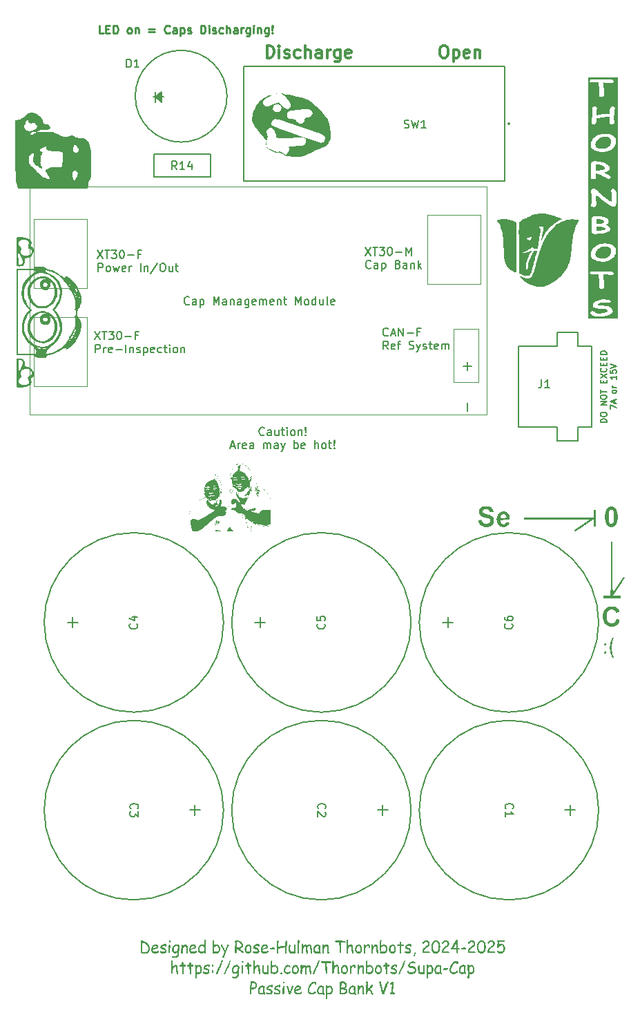
<source format=gbr>
%TF.GenerationSoftware,KiCad,Pcbnew,8.0.5*%
%TF.CreationDate,2025-02-03T18:13:46-05:00*%
%TF.ProjectId,Passive Cap Bank V1,50617373-6976-4652-9043-61702042616e,1.0*%
%TF.SameCoordinates,Original*%
%TF.FileFunction,Legend,Top*%
%TF.FilePolarity,Positive*%
%FSLAX46Y46*%
G04 Gerber Fmt 4.6, Leading zero omitted, Abs format (unit mm)*
G04 Created by KiCad (PCBNEW 8.0.5) date 2025-02-03 18:13:46*
%MOMM*%
%LPD*%
G01*
G04 APERTURE LIST*
%ADD10C,0.050000*%
%ADD11C,0.100000*%
%ADD12C,0.150000*%
%ADD13C,0.300000*%
%ADD14C,0.250000*%
%ADD15C,0.200000*%
%ADD16C,0.187500*%
%ADD17C,0.152400*%
%ADD18C,0.000000*%
%ADD19C,0.127000*%
G04 APERTURE END LIST*
D10*
X52246000Y-87438000D02*
X58746000Y-87438000D01*
X58746000Y-95938000D01*
X52246000Y-95938000D01*
X52246000Y-87438000D01*
D11*
X51746000Y-71438000D02*
X107746000Y-71438000D01*
X107746000Y-99438000D01*
X51746000Y-99438000D01*
X51746000Y-71438000D01*
D10*
X52246000Y-75438000D02*
X58746000Y-75438000D01*
X58746000Y-83938000D01*
X52246000Y-83938000D01*
X52246000Y-75438000D01*
X100496000Y-74938000D02*
X106996000Y-74938000D01*
X106996000Y-83438000D01*
X100496000Y-83438000D01*
X100496000Y-74938000D01*
X103746000Y-88938000D02*
X106746000Y-88938000D01*
X106746000Y-95438000D01*
X103746000Y-95438000D01*
X103746000Y-88938000D01*
D12*
X95688207Y-89694636D02*
X95640588Y-89742256D01*
X95640588Y-89742256D02*
X95497731Y-89789875D01*
X95497731Y-89789875D02*
X95402493Y-89789875D01*
X95402493Y-89789875D02*
X95259636Y-89742256D01*
X95259636Y-89742256D02*
X95164398Y-89647017D01*
X95164398Y-89647017D02*
X95116779Y-89551779D01*
X95116779Y-89551779D02*
X95069160Y-89361303D01*
X95069160Y-89361303D02*
X95069160Y-89218446D01*
X95069160Y-89218446D02*
X95116779Y-89027970D01*
X95116779Y-89027970D02*
X95164398Y-88932732D01*
X95164398Y-88932732D02*
X95259636Y-88837494D01*
X95259636Y-88837494D02*
X95402493Y-88789875D01*
X95402493Y-88789875D02*
X95497731Y-88789875D01*
X95497731Y-88789875D02*
X95640588Y-88837494D01*
X95640588Y-88837494D02*
X95688207Y-88885113D01*
X96069160Y-89504160D02*
X96545350Y-89504160D01*
X95973922Y-89789875D02*
X96307255Y-88789875D01*
X96307255Y-88789875D02*
X96640588Y-89789875D01*
X96973922Y-89789875D02*
X96973922Y-88789875D01*
X96973922Y-88789875D02*
X97545350Y-89789875D01*
X97545350Y-89789875D02*
X97545350Y-88789875D01*
X98021541Y-89408922D02*
X98783446Y-89408922D01*
X99592969Y-89266065D02*
X99259636Y-89266065D01*
X99259636Y-89789875D02*
X99259636Y-88789875D01*
X99259636Y-88789875D02*
X99735826Y-88789875D01*
X95688207Y-91399819D02*
X95354874Y-90923628D01*
X95116779Y-91399819D02*
X95116779Y-90399819D01*
X95116779Y-90399819D02*
X95497731Y-90399819D01*
X95497731Y-90399819D02*
X95592969Y-90447438D01*
X95592969Y-90447438D02*
X95640588Y-90495057D01*
X95640588Y-90495057D02*
X95688207Y-90590295D01*
X95688207Y-90590295D02*
X95688207Y-90733152D01*
X95688207Y-90733152D02*
X95640588Y-90828390D01*
X95640588Y-90828390D02*
X95592969Y-90876009D01*
X95592969Y-90876009D02*
X95497731Y-90923628D01*
X95497731Y-90923628D02*
X95116779Y-90923628D01*
X96497731Y-91352200D02*
X96402493Y-91399819D01*
X96402493Y-91399819D02*
X96212017Y-91399819D01*
X96212017Y-91399819D02*
X96116779Y-91352200D01*
X96116779Y-91352200D02*
X96069160Y-91256961D01*
X96069160Y-91256961D02*
X96069160Y-90876009D01*
X96069160Y-90876009D02*
X96116779Y-90780771D01*
X96116779Y-90780771D02*
X96212017Y-90733152D01*
X96212017Y-90733152D02*
X96402493Y-90733152D01*
X96402493Y-90733152D02*
X96497731Y-90780771D01*
X96497731Y-90780771D02*
X96545350Y-90876009D01*
X96545350Y-90876009D02*
X96545350Y-90971247D01*
X96545350Y-90971247D02*
X96069160Y-91066485D01*
X96831065Y-90733152D02*
X97212017Y-90733152D01*
X96973922Y-91399819D02*
X96973922Y-90542676D01*
X96973922Y-90542676D02*
X97021541Y-90447438D01*
X97021541Y-90447438D02*
X97116779Y-90399819D01*
X97116779Y-90399819D02*
X97212017Y-90399819D01*
X98259637Y-91352200D02*
X98402494Y-91399819D01*
X98402494Y-91399819D02*
X98640589Y-91399819D01*
X98640589Y-91399819D02*
X98735827Y-91352200D01*
X98735827Y-91352200D02*
X98783446Y-91304580D01*
X98783446Y-91304580D02*
X98831065Y-91209342D01*
X98831065Y-91209342D02*
X98831065Y-91114104D01*
X98831065Y-91114104D02*
X98783446Y-91018866D01*
X98783446Y-91018866D02*
X98735827Y-90971247D01*
X98735827Y-90971247D02*
X98640589Y-90923628D01*
X98640589Y-90923628D02*
X98450113Y-90876009D01*
X98450113Y-90876009D02*
X98354875Y-90828390D01*
X98354875Y-90828390D02*
X98307256Y-90780771D01*
X98307256Y-90780771D02*
X98259637Y-90685533D01*
X98259637Y-90685533D02*
X98259637Y-90590295D01*
X98259637Y-90590295D02*
X98307256Y-90495057D01*
X98307256Y-90495057D02*
X98354875Y-90447438D01*
X98354875Y-90447438D02*
X98450113Y-90399819D01*
X98450113Y-90399819D02*
X98688208Y-90399819D01*
X98688208Y-90399819D02*
X98831065Y-90447438D01*
X99164399Y-90733152D02*
X99402494Y-91399819D01*
X99640589Y-90733152D02*
X99402494Y-91399819D01*
X99402494Y-91399819D02*
X99307256Y-91637914D01*
X99307256Y-91637914D02*
X99259637Y-91685533D01*
X99259637Y-91685533D02*
X99164399Y-91733152D01*
X99973923Y-91352200D02*
X100069161Y-91399819D01*
X100069161Y-91399819D02*
X100259637Y-91399819D01*
X100259637Y-91399819D02*
X100354875Y-91352200D01*
X100354875Y-91352200D02*
X100402494Y-91256961D01*
X100402494Y-91256961D02*
X100402494Y-91209342D01*
X100402494Y-91209342D02*
X100354875Y-91114104D01*
X100354875Y-91114104D02*
X100259637Y-91066485D01*
X100259637Y-91066485D02*
X100116780Y-91066485D01*
X100116780Y-91066485D02*
X100021542Y-91018866D01*
X100021542Y-91018866D02*
X99973923Y-90923628D01*
X99973923Y-90923628D02*
X99973923Y-90876009D01*
X99973923Y-90876009D02*
X100021542Y-90780771D01*
X100021542Y-90780771D02*
X100116780Y-90733152D01*
X100116780Y-90733152D02*
X100259637Y-90733152D01*
X100259637Y-90733152D02*
X100354875Y-90780771D01*
X100688209Y-90733152D02*
X101069161Y-90733152D01*
X100831066Y-90399819D02*
X100831066Y-91256961D01*
X100831066Y-91256961D02*
X100878685Y-91352200D01*
X100878685Y-91352200D02*
X100973923Y-91399819D01*
X100973923Y-91399819D02*
X101069161Y-91399819D01*
X101783447Y-91352200D02*
X101688209Y-91399819D01*
X101688209Y-91399819D02*
X101497733Y-91399819D01*
X101497733Y-91399819D02*
X101402495Y-91352200D01*
X101402495Y-91352200D02*
X101354876Y-91256961D01*
X101354876Y-91256961D02*
X101354876Y-90876009D01*
X101354876Y-90876009D02*
X101402495Y-90780771D01*
X101402495Y-90780771D02*
X101497733Y-90733152D01*
X101497733Y-90733152D02*
X101688209Y-90733152D01*
X101688209Y-90733152D02*
X101783447Y-90780771D01*
X101783447Y-90780771D02*
X101831066Y-90876009D01*
X101831066Y-90876009D02*
X101831066Y-90971247D01*
X101831066Y-90971247D02*
X101354876Y-91066485D01*
X102259638Y-91399819D02*
X102259638Y-90733152D01*
X102259638Y-90828390D02*
X102307257Y-90780771D01*
X102307257Y-90780771D02*
X102402495Y-90733152D01*
X102402495Y-90733152D02*
X102545352Y-90733152D01*
X102545352Y-90733152D02*
X102640590Y-90780771D01*
X102640590Y-90780771D02*
X102688209Y-90876009D01*
X102688209Y-90876009D02*
X102688209Y-91399819D01*
X102688209Y-90876009D02*
X102735828Y-90780771D01*
X102735828Y-90780771D02*
X102831066Y-90733152D01*
X102831066Y-90733152D02*
X102973923Y-90733152D01*
X102973923Y-90733152D02*
X103069162Y-90780771D01*
X103069162Y-90780771D02*
X103116781Y-90876009D01*
X103116781Y-90876009D02*
X103116781Y-91399819D01*
X92901541Y-78889875D02*
X93568207Y-79889875D01*
X93568207Y-78889875D02*
X92901541Y-79889875D01*
X93806303Y-78889875D02*
X94377731Y-78889875D01*
X94092017Y-79889875D02*
X94092017Y-78889875D01*
X94615827Y-78889875D02*
X95234874Y-78889875D01*
X95234874Y-78889875D02*
X94901541Y-79270827D01*
X94901541Y-79270827D02*
X95044398Y-79270827D01*
X95044398Y-79270827D02*
X95139636Y-79318446D01*
X95139636Y-79318446D02*
X95187255Y-79366065D01*
X95187255Y-79366065D02*
X95234874Y-79461303D01*
X95234874Y-79461303D02*
X95234874Y-79699398D01*
X95234874Y-79699398D02*
X95187255Y-79794636D01*
X95187255Y-79794636D02*
X95139636Y-79842256D01*
X95139636Y-79842256D02*
X95044398Y-79889875D01*
X95044398Y-79889875D02*
X94758684Y-79889875D01*
X94758684Y-79889875D02*
X94663446Y-79842256D01*
X94663446Y-79842256D02*
X94615827Y-79794636D01*
X95853922Y-78889875D02*
X95949160Y-78889875D01*
X95949160Y-78889875D02*
X96044398Y-78937494D01*
X96044398Y-78937494D02*
X96092017Y-78985113D01*
X96092017Y-78985113D02*
X96139636Y-79080351D01*
X96139636Y-79080351D02*
X96187255Y-79270827D01*
X96187255Y-79270827D02*
X96187255Y-79508922D01*
X96187255Y-79508922D02*
X96139636Y-79699398D01*
X96139636Y-79699398D02*
X96092017Y-79794636D01*
X96092017Y-79794636D02*
X96044398Y-79842256D01*
X96044398Y-79842256D02*
X95949160Y-79889875D01*
X95949160Y-79889875D02*
X95853922Y-79889875D01*
X95853922Y-79889875D02*
X95758684Y-79842256D01*
X95758684Y-79842256D02*
X95711065Y-79794636D01*
X95711065Y-79794636D02*
X95663446Y-79699398D01*
X95663446Y-79699398D02*
X95615827Y-79508922D01*
X95615827Y-79508922D02*
X95615827Y-79270827D01*
X95615827Y-79270827D02*
X95663446Y-79080351D01*
X95663446Y-79080351D02*
X95711065Y-78985113D01*
X95711065Y-78985113D02*
X95758684Y-78937494D01*
X95758684Y-78937494D02*
X95853922Y-78889875D01*
X96615827Y-79508922D02*
X97377732Y-79508922D01*
X97853922Y-79889875D02*
X97853922Y-78889875D01*
X97853922Y-78889875D02*
X98187255Y-79604160D01*
X98187255Y-79604160D02*
X98520588Y-78889875D01*
X98520588Y-78889875D02*
X98520588Y-79889875D01*
X93568207Y-81404580D02*
X93520588Y-81452200D01*
X93520588Y-81452200D02*
X93377731Y-81499819D01*
X93377731Y-81499819D02*
X93282493Y-81499819D01*
X93282493Y-81499819D02*
X93139636Y-81452200D01*
X93139636Y-81452200D02*
X93044398Y-81356961D01*
X93044398Y-81356961D02*
X92996779Y-81261723D01*
X92996779Y-81261723D02*
X92949160Y-81071247D01*
X92949160Y-81071247D02*
X92949160Y-80928390D01*
X92949160Y-80928390D02*
X92996779Y-80737914D01*
X92996779Y-80737914D02*
X93044398Y-80642676D01*
X93044398Y-80642676D02*
X93139636Y-80547438D01*
X93139636Y-80547438D02*
X93282493Y-80499819D01*
X93282493Y-80499819D02*
X93377731Y-80499819D01*
X93377731Y-80499819D02*
X93520588Y-80547438D01*
X93520588Y-80547438D02*
X93568207Y-80595057D01*
X94425350Y-81499819D02*
X94425350Y-80976009D01*
X94425350Y-80976009D02*
X94377731Y-80880771D01*
X94377731Y-80880771D02*
X94282493Y-80833152D01*
X94282493Y-80833152D02*
X94092017Y-80833152D01*
X94092017Y-80833152D02*
X93996779Y-80880771D01*
X94425350Y-81452200D02*
X94330112Y-81499819D01*
X94330112Y-81499819D02*
X94092017Y-81499819D01*
X94092017Y-81499819D02*
X93996779Y-81452200D01*
X93996779Y-81452200D02*
X93949160Y-81356961D01*
X93949160Y-81356961D02*
X93949160Y-81261723D01*
X93949160Y-81261723D02*
X93996779Y-81166485D01*
X93996779Y-81166485D02*
X94092017Y-81118866D01*
X94092017Y-81118866D02*
X94330112Y-81118866D01*
X94330112Y-81118866D02*
X94425350Y-81071247D01*
X94901541Y-80833152D02*
X94901541Y-81833152D01*
X94901541Y-80880771D02*
X94996779Y-80833152D01*
X94996779Y-80833152D02*
X95187255Y-80833152D01*
X95187255Y-80833152D02*
X95282493Y-80880771D01*
X95282493Y-80880771D02*
X95330112Y-80928390D01*
X95330112Y-80928390D02*
X95377731Y-81023628D01*
X95377731Y-81023628D02*
X95377731Y-81309342D01*
X95377731Y-81309342D02*
X95330112Y-81404580D01*
X95330112Y-81404580D02*
X95282493Y-81452200D01*
X95282493Y-81452200D02*
X95187255Y-81499819D01*
X95187255Y-81499819D02*
X94996779Y-81499819D01*
X94996779Y-81499819D02*
X94901541Y-81452200D01*
X96901541Y-80976009D02*
X97044398Y-81023628D01*
X97044398Y-81023628D02*
X97092017Y-81071247D01*
X97092017Y-81071247D02*
X97139636Y-81166485D01*
X97139636Y-81166485D02*
X97139636Y-81309342D01*
X97139636Y-81309342D02*
X97092017Y-81404580D01*
X97092017Y-81404580D02*
X97044398Y-81452200D01*
X97044398Y-81452200D02*
X96949160Y-81499819D01*
X96949160Y-81499819D02*
X96568208Y-81499819D01*
X96568208Y-81499819D02*
X96568208Y-80499819D01*
X96568208Y-80499819D02*
X96901541Y-80499819D01*
X96901541Y-80499819D02*
X96996779Y-80547438D01*
X96996779Y-80547438D02*
X97044398Y-80595057D01*
X97044398Y-80595057D02*
X97092017Y-80690295D01*
X97092017Y-80690295D02*
X97092017Y-80785533D01*
X97092017Y-80785533D02*
X97044398Y-80880771D01*
X97044398Y-80880771D02*
X96996779Y-80928390D01*
X96996779Y-80928390D02*
X96901541Y-80976009D01*
X96901541Y-80976009D02*
X96568208Y-80976009D01*
X97996779Y-81499819D02*
X97996779Y-80976009D01*
X97996779Y-80976009D02*
X97949160Y-80880771D01*
X97949160Y-80880771D02*
X97853922Y-80833152D01*
X97853922Y-80833152D02*
X97663446Y-80833152D01*
X97663446Y-80833152D02*
X97568208Y-80880771D01*
X97996779Y-81452200D02*
X97901541Y-81499819D01*
X97901541Y-81499819D02*
X97663446Y-81499819D01*
X97663446Y-81499819D02*
X97568208Y-81452200D01*
X97568208Y-81452200D02*
X97520589Y-81356961D01*
X97520589Y-81356961D02*
X97520589Y-81261723D01*
X97520589Y-81261723D02*
X97568208Y-81166485D01*
X97568208Y-81166485D02*
X97663446Y-81118866D01*
X97663446Y-81118866D02*
X97901541Y-81118866D01*
X97901541Y-81118866D02*
X97996779Y-81071247D01*
X98472970Y-80833152D02*
X98472970Y-81499819D01*
X98472970Y-80928390D02*
X98520589Y-80880771D01*
X98520589Y-80880771D02*
X98615827Y-80833152D01*
X98615827Y-80833152D02*
X98758684Y-80833152D01*
X98758684Y-80833152D02*
X98853922Y-80880771D01*
X98853922Y-80880771D02*
X98901541Y-80976009D01*
X98901541Y-80976009D02*
X98901541Y-81499819D01*
X99377732Y-81499819D02*
X99377732Y-80499819D01*
X99472970Y-81118866D02*
X99758684Y-81499819D01*
X99758684Y-80833152D02*
X99377732Y-81214104D01*
X60041541Y-79259875D02*
X60708207Y-80259875D01*
X60708207Y-79259875D02*
X60041541Y-80259875D01*
X60946303Y-79259875D02*
X61517731Y-79259875D01*
X61232017Y-80259875D02*
X61232017Y-79259875D01*
X61755827Y-79259875D02*
X62374874Y-79259875D01*
X62374874Y-79259875D02*
X62041541Y-79640827D01*
X62041541Y-79640827D02*
X62184398Y-79640827D01*
X62184398Y-79640827D02*
X62279636Y-79688446D01*
X62279636Y-79688446D02*
X62327255Y-79736065D01*
X62327255Y-79736065D02*
X62374874Y-79831303D01*
X62374874Y-79831303D02*
X62374874Y-80069398D01*
X62374874Y-80069398D02*
X62327255Y-80164636D01*
X62327255Y-80164636D02*
X62279636Y-80212256D01*
X62279636Y-80212256D02*
X62184398Y-80259875D01*
X62184398Y-80259875D02*
X61898684Y-80259875D01*
X61898684Y-80259875D02*
X61803446Y-80212256D01*
X61803446Y-80212256D02*
X61755827Y-80164636D01*
X62993922Y-79259875D02*
X63089160Y-79259875D01*
X63089160Y-79259875D02*
X63184398Y-79307494D01*
X63184398Y-79307494D02*
X63232017Y-79355113D01*
X63232017Y-79355113D02*
X63279636Y-79450351D01*
X63279636Y-79450351D02*
X63327255Y-79640827D01*
X63327255Y-79640827D02*
X63327255Y-79878922D01*
X63327255Y-79878922D02*
X63279636Y-80069398D01*
X63279636Y-80069398D02*
X63232017Y-80164636D01*
X63232017Y-80164636D02*
X63184398Y-80212256D01*
X63184398Y-80212256D02*
X63089160Y-80259875D01*
X63089160Y-80259875D02*
X62993922Y-80259875D01*
X62993922Y-80259875D02*
X62898684Y-80212256D01*
X62898684Y-80212256D02*
X62851065Y-80164636D01*
X62851065Y-80164636D02*
X62803446Y-80069398D01*
X62803446Y-80069398D02*
X62755827Y-79878922D01*
X62755827Y-79878922D02*
X62755827Y-79640827D01*
X62755827Y-79640827D02*
X62803446Y-79450351D01*
X62803446Y-79450351D02*
X62851065Y-79355113D01*
X62851065Y-79355113D02*
X62898684Y-79307494D01*
X62898684Y-79307494D02*
X62993922Y-79259875D01*
X63755827Y-79878922D02*
X64517732Y-79878922D01*
X65327255Y-79736065D02*
X64993922Y-79736065D01*
X64993922Y-80259875D02*
X64993922Y-79259875D01*
X64993922Y-79259875D02*
X65470112Y-79259875D01*
X60136779Y-81869819D02*
X60136779Y-80869819D01*
X60136779Y-80869819D02*
X60517731Y-80869819D01*
X60517731Y-80869819D02*
X60612969Y-80917438D01*
X60612969Y-80917438D02*
X60660588Y-80965057D01*
X60660588Y-80965057D02*
X60708207Y-81060295D01*
X60708207Y-81060295D02*
X60708207Y-81203152D01*
X60708207Y-81203152D02*
X60660588Y-81298390D01*
X60660588Y-81298390D02*
X60612969Y-81346009D01*
X60612969Y-81346009D02*
X60517731Y-81393628D01*
X60517731Y-81393628D02*
X60136779Y-81393628D01*
X61279636Y-81869819D02*
X61184398Y-81822200D01*
X61184398Y-81822200D02*
X61136779Y-81774580D01*
X61136779Y-81774580D02*
X61089160Y-81679342D01*
X61089160Y-81679342D02*
X61089160Y-81393628D01*
X61089160Y-81393628D02*
X61136779Y-81298390D01*
X61136779Y-81298390D02*
X61184398Y-81250771D01*
X61184398Y-81250771D02*
X61279636Y-81203152D01*
X61279636Y-81203152D02*
X61422493Y-81203152D01*
X61422493Y-81203152D02*
X61517731Y-81250771D01*
X61517731Y-81250771D02*
X61565350Y-81298390D01*
X61565350Y-81298390D02*
X61612969Y-81393628D01*
X61612969Y-81393628D02*
X61612969Y-81679342D01*
X61612969Y-81679342D02*
X61565350Y-81774580D01*
X61565350Y-81774580D02*
X61517731Y-81822200D01*
X61517731Y-81822200D02*
X61422493Y-81869819D01*
X61422493Y-81869819D02*
X61279636Y-81869819D01*
X61946303Y-81203152D02*
X62136779Y-81869819D01*
X62136779Y-81869819D02*
X62327255Y-81393628D01*
X62327255Y-81393628D02*
X62517731Y-81869819D01*
X62517731Y-81869819D02*
X62708207Y-81203152D01*
X63470112Y-81822200D02*
X63374874Y-81869819D01*
X63374874Y-81869819D02*
X63184398Y-81869819D01*
X63184398Y-81869819D02*
X63089160Y-81822200D01*
X63089160Y-81822200D02*
X63041541Y-81726961D01*
X63041541Y-81726961D02*
X63041541Y-81346009D01*
X63041541Y-81346009D02*
X63089160Y-81250771D01*
X63089160Y-81250771D02*
X63184398Y-81203152D01*
X63184398Y-81203152D02*
X63374874Y-81203152D01*
X63374874Y-81203152D02*
X63470112Y-81250771D01*
X63470112Y-81250771D02*
X63517731Y-81346009D01*
X63517731Y-81346009D02*
X63517731Y-81441247D01*
X63517731Y-81441247D02*
X63041541Y-81536485D01*
X63946303Y-81869819D02*
X63946303Y-81203152D01*
X63946303Y-81393628D02*
X63993922Y-81298390D01*
X63993922Y-81298390D02*
X64041541Y-81250771D01*
X64041541Y-81250771D02*
X64136779Y-81203152D01*
X64136779Y-81203152D02*
X64232017Y-81203152D01*
X65327256Y-81869819D02*
X65327256Y-80869819D01*
X65803446Y-81203152D02*
X65803446Y-81869819D01*
X65803446Y-81298390D02*
X65851065Y-81250771D01*
X65851065Y-81250771D02*
X65946303Y-81203152D01*
X65946303Y-81203152D02*
X66089160Y-81203152D01*
X66089160Y-81203152D02*
X66184398Y-81250771D01*
X66184398Y-81250771D02*
X66232017Y-81346009D01*
X66232017Y-81346009D02*
X66232017Y-81869819D01*
X67422493Y-80822200D02*
X66565351Y-82107914D01*
X67946303Y-80869819D02*
X68136779Y-80869819D01*
X68136779Y-80869819D02*
X68232017Y-80917438D01*
X68232017Y-80917438D02*
X68327255Y-81012676D01*
X68327255Y-81012676D02*
X68374874Y-81203152D01*
X68374874Y-81203152D02*
X68374874Y-81536485D01*
X68374874Y-81536485D02*
X68327255Y-81726961D01*
X68327255Y-81726961D02*
X68232017Y-81822200D01*
X68232017Y-81822200D02*
X68136779Y-81869819D01*
X68136779Y-81869819D02*
X67946303Y-81869819D01*
X67946303Y-81869819D02*
X67851065Y-81822200D01*
X67851065Y-81822200D02*
X67755827Y-81726961D01*
X67755827Y-81726961D02*
X67708208Y-81536485D01*
X67708208Y-81536485D02*
X67708208Y-81203152D01*
X67708208Y-81203152D02*
X67755827Y-81012676D01*
X67755827Y-81012676D02*
X67851065Y-80917438D01*
X67851065Y-80917438D02*
X67946303Y-80869819D01*
X69232017Y-81203152D02*
X69232017Y-81869819D01*
X68803446Y-81203152D02*
X68803446Y-81726961D01*
X68803446Y-81726961D02*
X68851065Y-81822200D01*
X68851065Y-81822200D02*
X68946303Y-81869819D01*
X68946303Y-81869819D02*
X69089160Y-81869819D01*
X69089160Y-81869819D02*
X69184398Y-81822200D01*
X69184398Y-81822200D02*
X69232017Y-81774580D01*
X69565351Y-81203152D02*
X69946303Y-81203152D01*
X69708208Y-80869819D02*
X69708208Y-81726961D01*
X69708208Y-81726961D02*
X69755827Y-81822200D01*
X69755827Y-81822200D02*
X69851065Y-81869819D01*
X69851065Y-81869819D02*
X69946303Y-81869819D01*
D13*
G36*
X122257199Y-78819700D02*
G01*
X122417598Y-78826197D01*
X122579204Y-78843631D01*
X122730238Y-78876551D01*
X122857235Y-78930153D01*
X122880659Y-78945397D01*
X122967367Y-79031612D01*
X123018750Y-79132446D01*
X123043874Y-79239359D01*
X123050675Y-79344877D01*
X123049587Y-79389211D01*
X123037351Y-79497408D01*
X123011520Y-79601836D01*
X122972093Y-79702496D01*
X122919070Y-79799387D01*
X122852452Y-79892509D01*
X122772238Y-79981863D01*
X122714171Y-80036686D01*
X122611496Y-80116074D01*
X122478557Y-80191568D01*
X122335005Y-80245492D01*
X122180840Y-80277847D01*
X122016062Y-80288632D01*
X121967948Y-80288076D01*
X121807754Y-80277388D01*
X121660323Y-80253094D01*
X121507457Y-80208673D01*
X121371261Y-80146482D01*
X121354897Y-80137176D01*
X121242687Y-80056507D01*
X121163724Y-79964786D01*
X121118008Y-79862013D01*
X121105281Y-79763021D01*
X121106480Y-79719546D01*
X121119972Y-79612995D01*
X121148454Y-79509497D01*
X121191928Y-79409052D01*
X121250392Y-79311660D01*
X121323848Y-79217322D01*
X121412294Y-79126036D01*
X121496237Y-79054137D01*
X121606962Y-78977744D01*
X121724127Y-78916330D01*
X121873226Y-78862406D01*
X122031598Y-78830052D01*
X122199244Y-78819267D01*
X122257199Y-78819700D01*
G37*
G36*
X121335575Y-76399335D02*
G01*
X121498882Y-76402815D01*
X121654904Y-76405344D01*
X121805769Y-76406441D01*
X121855060Y-76411099D01*
X121998595Y-76437973D01*
X122139161Y-76481179D01*
X122204741Y-76506915D01*
X122318051Y-76573158D01*
X122372168Y-76664849D01*
X122295629Y-76734952D01*
X122154979Y-76779183D01*
X122013864Y-76808953D01*
X121860704Y-76835279D01*
X121711717Y-76857107D01*
X121566903Y-76874435D01*
X121403227Y-76888964D01*
X121245232Y-76897369D01*
X121245232Y-76397159D01*
X121335575Y-76399335D01*
G37*
G36*
X121697437Y-75465793D02*
G01*
X121837991Y-75496375D01*
X121972831Y-75548660D01*
X122005961Y-75565206D01*
X122111867Y-75638297D01*
X122158212Y-75731353D01*
X122152667Y-75779563D01*
X122096602Y-75875924D01*
X121980161Y-75949705D01*
X121832298Y-75994974D01*
X121675195Y-76020025D01*
X121527332Y-76031772D01*
X121391551Y-76031325D01*
X121245232Y-76022002D01*
X121247430Y-75742100D01*
X121245232Y-75459267D01*
X121257129Y-75458830D01*
X121406949Y-75457113D01*
X121564702Y-75456824D01*
X121697437Y-75465793D01*
G37*
G36*
X121242795Y-68743144D02*
G01*
X121395441Y-68750502D01*
X121414602Y-68751959D01*
X121565876Y-68771827D01*
X121713578Y-68806288D01*
X121857708Y-68855343D01*
X121980891Y-68910237D01*
X122065116Y-68956459D01*
X122170182Y-69031556D01*
X122244699Y-69117719D01*
X122273250Y-69215540D01*
X122271103Y-69225897D01*
X122185323Y-69307376D01*
X122117454Y-69349439D01*
X121993348Y-69404584D01*
X121855366Y-69442198D01*
X121707809Y-69466294D01*
X121561406Y-69480399D01*
X121396611Y-69488459D01*
X121245232Y-69490558D01*
X121154374Y-69489581D01*
X121154374Y-68739267D01*
X121242795Y-68743144D01*
G37*
G36*
X122257199Y-65379700D02*
G01*
X122417598Y-65386197D01*
X122579204Y-65403631D01*
X122730238Y-65436551D01*
X122857235Y-65490153D01*
X122880659Y-65505397D01*
X122967367Y-65591612D01*
X123018750Y-65692446D01*
X123043874Y-65799359D01*
X123050675Y-65904877D01*
X123049587Y-65949211D01*
X123037351Y-66057408D01*
X123011520Y-66161836D01*
X122972093Y-66262496D01*
X122919070Y-66359387D01*
X122852452Y-66452509D01*
X122772238Y-66541863D01*
X122714171Y-66596686D01*
X122611496Y-66676074D01*
X122478557Y-66751568D01*
X122335005Y-66805492D01*
X122180840Y-66837847D01*
X122016062Y-66848632D01*
X121967948Y-66848076D01*
X121807754Y-66837388D01*
X121660323Y-66813094D01*
X121507457Y-66768673D01*
X121371261Y-66706482D01*
X121354897Y-66697176D01*
X121242687Y-66616507D01*
X121163724Y-66524786D01*
X121118008Y-66422013D01*
X121105281Y-66323021D01*
X121106480Y-66279546D01*
X121119972Y-66172995D01*
X121148454Y-66069497D01*
X121191928Y-65969052D01*
X121250392Y-65871660D01*
X121323848Y-65777322D01*
X121412294Y-65686036D01*
X121496237Y-65614137D01*
X121606962Y-65537744D01*
X121724127Y-65476330D01*
X121873226Y-65422406D01*
X122031598Y-65390052D01*
X122199244Y-65379267D01*
X122257199Y-65379700D01*
G37*
G36*
X123892785Y-87606011D02*
G01*
X120194294Y-87606011D01*
X120194294Y-86928520D01*
X120494918Y-86928520D01*
X120501107Y-86980653D01*
X120550624Y-87078980D01*
X120637525Y-87160703D01*
X120748442Y-87227962D01*
X120827199Y-87264484D01*
X120958343Y-87310136D01*
X121105098Y-87344832D01*
X121267463Y-87368571D01*
X121414692Y-87379984D01*
X121572762Y-87383789D01*
X121646435Y-87383243D01*
X121826111Y-87377104D01*
X121999347Y-87364142D01*
X122166143Y-87344360D01*
X122326499Y-87317755D01*
X122480415Y-87284329D01*
X122627891Y-87244082D01*
X122736183Y-87208032D01*
X122864005Y-87155238D01*
X122997151Y-87081645D01*
X123100710Y-86999609D01*
X123174681Y-86909129D01*
X123219063Y-86810206D01*
X123233857Y-86702840D01*
X123226719Y-86614349D01*
X123199311Y-86516347D01*
X123141353Y-86413297D01*
X123055416Y-86322403D01*
X122941498Y-86243663D01*
X122835007Y-86192040D01*
X122693706Y-86143013D01*
X122534033Y-86106048D01*
X122382547Y-86083963D01*
X122217563Y-86070739D01*
X122135764Y-86067839D01*
X121988256Y-86062618D01*
X121840400Y-86057397D01*
X121692196Y-86052177D01*
X121605228Y-86042073D01*
X121465783Y-86006748D01*
X121391045Y-85924193D01*
X121406524Y-85876963D01*
X121508104Y-85798571D01*
X121638707Y-85745896D01*
X121698848Y-85727097D01*
X121837263Y-85693785D01*
X121996088Y-85671364D01*
X122143557Y-85664319D01*
X122284516Y-85674211D01*
X122435183Y-85695582D01*
X122575916Y-85715824D01*
X122724611Y-85726845D01*
X122815286Y-85717915D01*
X122937102Y-85663342D01*
X122972876Y-85630391D01*
X123011108Y-85533893D01*
X123009668Y-85521164D01*
X122918967Y-85437295D01*
X122786155Y-85388218D01*
X122642545Y-85352665D01*
X122605820Y-85344975D01*
X122449695Y-85316511D01*
X122293761Y-85296666D01*
X122143557Y-85289162D01*
X122080239Y-85290055D01*
X121924899Y-85300102D01*
X121773781Y-85321311D01*
X121626885Y-85353682D01*
X121484210Y-85397217D01*
X121345757Y-85451914D01*
X121211526Y-85517773D01*
X121136050Y-85560950D01*
X121026512Y-85634705D01*
X120921893Y-85726170D01*
X120846536Y-85820864D01*
X120800443Y-85918786D01*
X120783613Y-86019937D01*
X120785790Y-86059898D01*
X120824968Y-86157770D01*
X120912689Y-86243003D01*
X121029266Y-86307214D01*
X121158770Y-86354549D01*
X121194322Y-86364924D01*
X121342310Y-86400202D01*
X121499549Y-86425527D01*
X121644721Y-86439522D01*
X121796976Y-86445896D01*
X121933068Y-86448620D01*
X122098471Y-86454918D01*
X122251612Y-86465665D01*
X122409538Y-86488883D01*
X122503144Y-86521092D01*
X122598212Y-86602474D01*
X122623494Y-86699420D01*
X122618113Y-86728302D01*
X122537399Y-86811284D01*
X122413300Y-86869913D01*
X122279112Y-86913377D01*
X122195787Y-86935702D01*
X122048315Y-86967609D01*
X121898740Y-86990399D01*
X121747061Y-87004074D01*
X121593278Y-87008632D01*
X121448215Y-87002965D01*
X121287335Y-86977777D01*
X121150794Y-86925355D01*
X121061317Y-86847431D01*
X121038156Y-86819267D01*
X120932749Y-86750265D01*
X120789475Y-86727264D01*
X120701783Y-86734017D01*
X120573320Y-86784417D01*
X120525544Y-86831472D01*
X120494918Y-86928520D01*
X120194294Y-86928520D01*
X120194294Y-82026371D01*
X120416516Y-82026371D01*
X120424553Y-82077347D01*
X120505817Y-82166772D01*
X120645127Y-82210530D01*
X120734235Y-82219536D01*
X120896008Y-82230771D01*
X121056944Y-82237397D01*
X121209288Y-82240694D01*
X121374925Y-82241793D01*
X121481903Y-82241793D01*
X121489741Y-82340733D01*
X121500405Y-82443171D01*
X121512726Y-82548724D01*
X121525238Y-82649200D01*
X121539789Y-82761053D01*
X121552243Y-82860026D01*
X121564402Y-82970073D01*
X121573521Y-83070606D01*
X121580318Y-83175869D01*
X121583020Y-83280314D01*
X121587193Y-83376622D01*
X121596209Y-83480593D01*
X121605223Y-83577503D01*
X121610131Y-83679406D01*
X121599140Y-83741933D01*
X121588882Y-83802505D01*
X121602483Y-83861604D01*
X121685602Y-83942700D01*
X121742674Y-83968975D01*
X121886369Y-83992526D01*
X122032501Y-83961506D01*
X122127437Y-83882616D01*
X122176896Y-83791758D01*
X122193383Y-83690153D01*
X122191322Y-83647288D01*
X122178728Y-83546538D01*
X122172317Y-83501628D01*
X122164073Y-83402435D01*
X122163694Y-83360966D01*
X122159852Y-83253685D01*
X122153266Y-83150010D01*
X122143640Y-83035515D01*
X122133297Y-82931839D01*
X122120842Y-82820648D01*
X122117904Y-82794884D01*
X122106925Y-82696779D01*
X122094939Y-82585288D01*
X122083107Y-82467840D01*
X122072819Y-82353347D01*
X122065155Y-82241793D01*
X122110813Y-82241701D01*
X122261403Y-82244283D01*
X122411919Y-82249487D01*
X122566341Y-82256448D01*
X122587415Y-82257469D01*
X122743383Y-82264476D01*
X122906788Y-82270315D01*
X123066795Y-82273056D01*
X123147167Y-82266072D01*
X123274157Y-82213949D01*
X123325059Y-82165612D01*
X123357688Y-82068869D01*
X123347818Y-82013330D01*
X123274157Y-81925254D01*
X123211968Y-81891881D01*
X123066795Y-81866636D01*
X123046671Y-81866636D01*
X122900079Y-81866636D01*
X122744074Y-81866636D01*
X122597116Y-81866636D01*
X122433173Y-81866636D01*
X122280245Y-81866636D01*
X122127437Y-81866636D01*
X122056637Y-81866819D01*
X121908378Y-81867898D01*
X121750815Y-81869567D01*
X121690284Y-81870139D01*
X121531912Y-81871399D01*
X121374925Y-81872009D01*
X121350612Y-81871880D01*
X121197884Y-81866843D01*
X121045197Y-81857355D01*
X121013950Y-81854979D01*
X120867776Y-81844301D01*
X120717667Y-81835373D01*
X120612310Y-81842312D01*
X120490521Y-81897411D01*
X120454747Y-81930718D01*
X120416516Y-82026371D01*
X120194294Y-82026371D01*
X120194294Y-79761067D01*
X120519831Y-79761067D01*
X120519900Y-79763021D01*
X120521617Y-79811343D01*
X120541709Y-79931890D01*
X120584128Y-80045091D01*
X120648871Y-80150946D01*
X120735940Y-80249454D01*
X120845334Y-80340615D01*
X120977053Y-80424431D01*
X121059022Y-80467207D01*
X121202734Y-80529150D01*
X121355319Y-80579406D01*
X121516776Y-80617974D01*
X121687107Y-80644855D01*
X121866311Y-80660049D01*
X122016062Y-80663789D01*
X122062634Y-80663350D01*
X122243383Y-80652817D01*
X122415271Y-80628240D01*
X122578298Y-80589619D01*
X122732463Y-80536954D01*
X122877766Y-80470245D01*
X123014208Y-80389493D01*
X123141789Y-80294696D01*
X123231659Y-80214382D01*
X123326284Y-80115769D01*
X123408292Y-80014347D01*
X123477684Y-79910116D01*
X123534459Y-79803077D01*
X123578617Y-79693229D01*
X123610159Y-79580572D01*
X123629084Y-79465106D01*
X123635392Y-79346831D01*
X123632237Y-79264102D01*
X123618212Y-79159993D01*
X123584903Y-79039818D01*
X123534063Y-78930710D01*
X123465691Y-78832670D01*
X123379789Y-78745696D01*
X123276355Y-78669790D01*
X123155584Y-78604775D01*
X123017210Y-78550779D01*
X122861233Y-78507803D01*
X122687654Y-78475846D01*
X122536116Y-78458215D01*
X122373313Y-78447636D01*
X122199244Y-78444110D01*
X122152737Y-78444543D01*
X121971701Y-78454938D01*
X121798657Y-78479195D01*
X121633604Y-78517312D01*
X121476543Y-78569290D01*
X121327473Y-78635129D01*
X121186394Y-78714828D01*
X121053306Y-78808388D01*
X120958735Y-78887655D01*
X120855867Y-78987642D01*
X120766714Y-79090254D01*
X120691278Y-79195492D01*
X120629557Y-79303356D01*
X120581552Y-79413845D01*
X120547262Y-79526960D01*
X120526689Y-79642701D01*
X120519831Y-79761067D01*
X120194294Y-79761067D01*
X120194294Y-75342184D01*
X120674047Y-75342184D01*
X120674436Y-75443635D01*
X120675169Y-75459267D01*
X120678203Y-75523991D01*
X120684695Y-75627306D01*
X120684695Y-76897369D01*
X120684695Y-77060523D01*
X120700778Y-77121384D01*
X120782147Y-77205115D01*
X120859393Y-77246193D01*
X121004164Y-77272526D01*
X121049758Y-77272411D01*
X121227181Y-77269652D01*
X121396682Y-77263213D01*
X121558260Y-77253096D01*
X121711916Y-77239301D01*
X121892844Y-77216882D01*
X122061393Y-77188716D01*
X122217563Y-77154801D01*
X122244785Y-77147817D01*
X122378751Y-77106715D01*
X122509140Y-77055310D01*
X122635951Y-76993600D01*
X122737548Y-76932664D01*
X122840313Y-76849331D01*
X122911256Y-76752735D01*
X122934904Y-76653126D01*
X122934220Y-76635351D01*
X122906002Y-76537388D01*
X122844436Y-76448029D01*
X122759782Y-76367362D01*
X122658717Y-76293411D01*
X122537297Y-76226722D01*
X122405141Y-76175387D01*
X122445876Y-76150909D01*
X122556442Y-76073992D01*
X122642545Y-75990251D01*
X122684341Y-75926486D01*
X122718790Y-75829445D01*
X122729007Y-75728422D01*
X122725330Y-75675317D01*
X122695912Y-75574154D01*
X122637076Y-75479724D01*
X122548823Y-75392026D01*
X122431151Y-75311059D01*
X122310619Y-75248729D01*
X122175894Y-75192784D01*
X122038800Y-75148414D01*
X121899335Y-75115619D01*
X121733631Y-75091987D01*
X121564702Y-75084110D01*
X121498505Y-75084372D01*
X121339674Y-75087631D01*
X121191754Y-75095749D01*
X121045197Y-75113907D01*
X120898193Y-75133599D01*
X120757977Y-75181115D01*
X120684695Y-75267780D01*
X120674047Y-75342184D01*
X120194294Y-75342184D01*
X120194294Y-71936601D01*
X120566725Y-71936601D01*
X120568282Y-71983221D01*
X120577454Y-72080727D01*
X120591638Y-72184263D01*
X120597477Y-72224021D01*
X120610323Y-72328000D01*
X120616551Y-72430949D01*
X120617123Y-72494185D01*
X120619321Y-72592737D01*
X120622413Y-72693754D01*
X120624654Y-72756408D01*
X120627558Y-72855127D01*
X120629007Y-72956071D01*
X120628621Y-72995474D01*
X120625536Y-73097842D01*
X120620947Y-73200314D01*
X120619058Y-73239820D01*
X120614902Y-73342951D01*
X120612887Y-73444556D01*
X120609407Y-73514288D01*
X120598965Y-73612107D01*
X120592010Y-73676278D01*
X120585776Y-73779169D01*
X120593647Y-73826033D01*
X120666376Y-73913014D01*
X120757238Y-73955423D01*
X120907444Y-73975052D01*
X121008294Y-73960695D01*
X121120447Y-73885321D01*
X121175219Y-73782031D01*
X121196954Y-73684325D01*
X121204199Y-73566678D01*
X121204085Y-73537598D01*
X121202589Y-73439838D01*
X121200077Y-73340448D01*
X121196872Y-73237438D01*
X121196421Y-73223808D01*
X121193330Y-73122523D01*
X121190754Y-73015323D01*
X121189545Y-72908199D01*
X121189739Y-72883454D01*
X121191929Y-72783525D01*
X121194909Y-72681216D01*
X121198412Y-72572315D01*
X121202001Y-72466608D01*
X121325861Y-72572640D01*
X121448129Y-72675680D01*
X121568806Y-72775728D01*
X121687892Y-72872784D01*
X121805386Y-72966848D01*
X121921288Y-73057920D01*
X122035600Y-73146000D01*
X122148320Y-73231088D01*
X122259448Y-73313184D01*
X122368986Y-73392288D01*
X122476931Y-73468401D01*
X122583286Y-73541521D01*
X122688049Y-73611649D01*
X122842209Y-73711231D01*
X122992789Y-73804082D01*
X123048452Y-73835323D01*
X123174745Y-73888698D01*
X123318121Y-73912526D01*
X123458914Y-73895066D01*
X123571571Y-73828021D01*
X123618540Y-73733740D01*
X123622799Y-73715368D01*
X123642582Y-73618282D01*
X123653711Y-73514898D01*
X123654307Y-73414407D01*
X123655462Y-73311429D01*
X123656825Y-73210327D01*
X123658576Y-73092587D01*
X123660146Y-72993363D01*
X123661934Y-72884778D01*
X123663941Y-72766835D01*
X123666167Y-72639532D01*
X123666437Y-72626985D01*
X123668670Y-72521770D01*
X123670563Y-72420690D01*
X123667607Y-72296204D01*
X123658740Y-72183962D01*
X123643960Y-72083964D01*
X123615057Y-71969682D01*
X123564149Y-71857440D01*
X123481382Y-71767646D01*
X123334241Y-71724110D01*
X123175817Y-71742810D01*
X123063160Y-71814617D01*
X123033822Y-71915596D01*
X123037208Y-71967695D01*
X123054339Y-72068492D01*
X123064551Y-72119081D01*
X123081450Y-72218457D01*
X123082712Y-72233822D01*
X123089444Y-72344304D01*
X123093952Y-72460326D01*
X123096837Y-72568824D01*
X123099081Y-72691258D01*
X123100343Y-72792230D01*
X123101245Y-72901042D01*
X123101786Y-73017693D01*
X123101966Y-73142184D01*
X123101657Y-73249941D01*
X123099768Y-73353210D01*
X122985823Y-73281644D01*
X122871683Y-73207511D01*
X122757349Y-73130809D01*
X122642820Y-73051539D01*
X122528096Y-72969701D01*
X122413178Y-72885294D01*
X122298065Y-72798318D01*
X122182758Y-72708775D01*
X122067256Y-72616663D01*
X121951559Y-72521982D01*
X121835668Y-72424734D01*
X121719582Y-72324917D01*
X121603301Y-72222531D01*
X121486826Y-72117577D01*
X121370156Y-72010055D01*
X121253292Y-71899965D01*
X121173731Y-71831443D01*
X121054940Y-71757769D01*
X120914771Y-71724110D01*
X120801771Y-71736545D01*
X120672971Y-71789078D01*
X120608227Y-71840278D01*
X120566725Y-71936601D01*
X120194294Y-71936601D01*
X120194294Y-70362993D01*
X120585776Y-70362993D01*
X120593790Y-70410325D01*
X120667842Y-70497327D01*
X120729614Y-70528753D01*
X120874471Y-70552526D01*
X120954253Y-70545541D01*
X121079635Y-70493419D01*
X121130090Y-70445379D01*
X121162434Y-70348827D01*
X121160637Y-70291181D01*
X121156023Y-70188362D01*
X121150699Y-70079391D01*
X121145043Y-69967724D01*
X121139719Y-69864738D01*
X121232750Y-69886462D01*
X121370482Y-69922891D01*
X121506037Y-69963931D01*
X121639416Y-70009582D01*
X121770618Y-70059844D01*
X121899644Y-70114717D01*
X122026492Y-70174201D01*
X122151164Y-70238296D01*
X122273659Y-70307002D01*
X122393978Y-70380320D01*
X122512120Y-70458248D01*
X122572069Y-70491478D01*
X122716551Y-70521263D01*
X122794766Y-70514278D01*
X122922448Y-70462156D01*
X122971673Y-70418807D01*
X123008909Y-70320983D01*
X123003229Y-70281674D01*
X122937102Y-70191046D01*
X122863829Y-70134886D01*
X122760389Y-70065071D01*
X122643782Y-69995686D01*
X122514009Y-69926731D01*
X122371069Y-69858204D01*
X122247238Y-69803692D01*
X122114981Y-69749455D01*
X122137836Y-69743552D01*
X122287767Y-69699904D01*
X122420097Y-69652190D01*
X122549778Y-69592678D01*
X122668191Y-69519378D01*
X122701189Y-69493372D01*
X122780710Y-69411026D01*
X122834806Y-69311917D01*
X122852838Y-69204794D01*
X122845104Y-69125055D01*
X122810729Y-69022557D01*
X122748853Y-68924425D01*
X122659477Y-68830658D01*
X122542601Y-68741258D01*
X122398225Y-68656223D01*
X122271896Y-68595312D01*
X122130098Y-68536857D01*
X121972831Y-68480858D01*
X121934159Y-68468522D01*
X121794368Y-68433106D01*
X121637833Y-68406469D01*
X121482636Y-68390000D01*
X121445862Y-68387832D01*
X121295548Y-68380165D01*
X121139756Y-68372462D01*
X120968993Y-68364110D01*
X120946136Y-68363297D01*
X120794774Y-68383232D01*
X120678833Y-68449106D01*
X120623735Y-68516826D01*
X120598233Y-68613237D01*
X120594806Y-69489581D01*
X120593836Y-69737732D01*
X120593111Y-69839758D01*
X120591565Y-69941501D01*
X120589440Y-70050362D01*
X120587669Y-70159224D01*
X120586381Y-70260966D01*
X120585776Y-70362993D01*
X120194294Y-70362993D01*
X120194294Y-66321067D01*
X120519831Y-66321067D01*
X120519900Y-66323021D01*
X120521617Y-66371343D01*
X120541709Y-66491890D01*
X120584128Y-66605091D01*
X120648871Y-66710946D01*
X120735940Y-66809454D01*
X120845334Y-66900615D01*
X120977053Y-66984431D01*
X121059022Y-67027207D01*
X121202734Y-67089150D01*
X121355319Y-67139406D01*
X121516776Y-67177974D01*
X121687107Y-67204855D01*
X121866311Y-67220049D01*
X122016062Y-67223789D01*
X122062634Y-67223350D01*
X122243383Y-67212817D01*
X122415271Y-67188240D01*
X122578298Y-67149619D01*
X122732463Y-67096954D01*
X122877766Y-67030245D01*
X123014208Y-66949493D01*
X123141789Y-66854696D01*
X123231659Y-66774382D01*
X123326284Y-66675769D01*
X123408292Y-66574347D01*
X123477684Y-66470116D01*
X123534459Y-66363077D01*
X123578617Y-66253229D01*
X123610159Y-66140572D01*
X123629084Y-66025106D01*
X123635392Y-65906831D01*
X123632237Y-65824102D01*
X123618212Y-65719993D01*
X123584903Y-65599818D01*
X123534063Y-65490710D01*
X123465691Y-65392670D01*
X123379789Y-65305696D01*
X123276355Y-65229790D01*
X123155584Y-65164775D01*
X123017210Y-65110779D01*
X122861233Y-65067803D01*
X122687654Y-65035846D01*
X122536116Y-65018215D01*
X122373313Y-65007636D01*
X122199244Y-65004110D01*
X122152737Y-65004543D01*
X121971701Y-65014938D01*
X121798657Y-65039195D01*
X121633604Y-65077312D01*
X121476543Y-65129290D01*
X121327473Y-65195129D01*
X121186394Y-65274828D01*
X121053306Y-65368388D01*
X120958735Y-65447655D01*
X120855867Y-65547642D01*
X120766714Y-65650254D01*
X120691278Y-65755492D01*
X120629557Y-65863356D01*
X120581552Y-65973845D01*
X120547262Y-66086960D01*
X120526689Y-66202701D01*
X120519831Y-66321067D01*
X120194294Y-66321067D01*
X120194294Y-63657159D01*
X120626809Y-63657159D01*
X120633127Y-63696834D01*
X120706676Y-63781723D01*
X120760915Y-63808514D01*
X120907444Y-63832526D01*
X120971496Y-63828662D01*
X121106746Y-63783677D01*
X121142009Y-63758123D01*
X121187346Y-63664975D01*
X121189771Y-63579049D01*
X121197044Y-63477769D01*
X121207863Y-63372372D01*
X121219037Y-63278033D01*
X121229398Y-63180546D01*
X121237172Y-63082212D01*
X121286631Y-63076356D01*
X121435009Y-63058856D01*
X121583386Y-63041459D01*
X121731764Y-63024166D01*
X121880141Y-63006975D01*
X122028519Y-62989888D01*
X122201514Y-62970969D01*
X122363845Y-62955244D01*
X122515511Y-62942713D01*
X122678976Y-62932131D01*
X122827926Y-62925896D01*
X122825607Y-62964908D01*
X122823529Y-63063161D01*
X122825384Y-63151180D01*
X122830343Y-63256485D01*
X122836718Y-63360160D01*
X122842809Y-63453125D01*
X122847975Y-63551900D01*
X122850640Y-63657648D01*
X122857653Y-63697086D01*
X122939300Y-63781723D01*
X123004150Y-63810647D01*
X123149593Y-63832526D01*
X123220376Y-63827421D01*
X123348896Y-63780258D01*
X123387858Y-63749002D01*
X123429496Y-63652274D01*
X123426301Y-63563225D01*
X123417761Y-63457096D01*
X123406781Y-63352833D01*
X123395801Y-63248294D01*
X123387815Y-63150540D01*
X123384066Y-63052414D01*
X123385349Y-62979294D01*
X123389857Y-62878130D01*
X123396589Y-62771404D01*
X123404583Y-62665045D01*
X123410493Y-62587686D01*
X123417085Y-62489762D01*
X123422675Y-62381652D01*
X123425099Y-62276699D01*
X123425625Y-62257829D01*
X123436090Y-62157997D01*
X123438838Y-62138503D01*
X123447814Y-62038806D01*
X123456991Y-61963508D01*
X123489579Y-61864417D01*
X123497639Y-61822896D01*
X123488767Y-61776575D01*
X123406781Y-61692470D01*
X123357412Y-61669093D01*
X123213341Y-61644110D01*
X123142037Y-61654673D01*
X123026733Y-61723996D01*
X122951757Y-61813126D01*
X122920003Y-61863501D01*
X122875353Y-61957657D01*
X122855036Y-62056392D01*
X122851561Y-62129132D01*
X122846198Y-62238230D01*
X122840471Y-62349124D01*
X122834766Y-62450892D01*
X122827926Y-62550739D01*
X122674969Y-62556332D01*
X122509741Y-62566273D01*
X122358350Y-62578255D01*
X122197942Y-62593430D01*
X122028519Y-62611800D01*
X121237172Y-62707055D01*
X121237392Y-62669515D01*
X121247430Y-62570279D01*
X121251441Y-62541733D01*
X121261352Y-62440341D01*
X121263166Y-62339586D01*
X121267030Y-62238931D01*
X121272343Y-62131130D01*
X121278010Y-62023093D01*
X121282132Y-61922266D01*
X121284066Y-61821430D01*
X121277691Y-61781481D01*
X121203466Y-61695889D01*
X121149685Y-61668584D01*
X121004164Y-61644110D01*
X120932924Y-61649071D01*
X120803397Y-61694912D01*
X120764789Y-61725305D01*
X120723529Y-61819476D01*
X120722751Y-61915799D01*
X120720792Y-62017864D01*
X120718165Y-62118557D01*
X120714661Y-62231443D01*
X120711073Y-62334829D01*
X120708153Y-62418108D01*
X120704504Y-62532923D01*
X120701730Y-62635614D01*
X120699602Y-62740096D01*
X120698616Y-62850181D01*
X120695776Y-62936606D01*
X120687256Y-63044205D01*
X120676703Y-63142533D01*
X120662713Y-63253670D01*
X120650511Y-63349715D01*
X120639466Y-63449872D01*
X120631052Y-63548653D01*
X120626809Y-63657159D01*
X120194294Y-63657159D01*
X120194294Y-58506371D01*
X120416516Y-58506371D01*
X120424553Y-58557347D01*
X120505817Y-58646772D01*
X120645127Y-58690530D01*
X120734235Y-58699536D01*
X120896008Y-58710771D01*
X121056944Y-58717397D01*
X121209288Y-58720694D01*
X121374925Y-58721793D01*
X121481903Y-58721793D01*
X121489741Y-58820733D01*
X121500405Y-58923171D01*
X121512726Y-59028724D01*
X121525238Y-59129200D01*
X121539789Y-59241053D01*
X121552243Y-59340026D01*
X121564402Y-59450073D01*
X121573521Y-59550606D01*
X121580318Y-59655869D01*
X121583020Y-59760314D01*
X121587193Y-59856622D01*
X121596209Y-59960593D01*
X121605223Y-60057503D01*
X121610131Y-60159406D01*
X121599140Y-60221933D01*
X121588882Y-60282505D01*
X121602483Y-60341604D01*
X121685602Y-60422700D01*
X121742674Y-60448975D01*
X121886369Y-60472526D01*
X122032501Y-60441506D01*
X122127437Y-60362616D01*
X122176896Y-60271758D01*
X122193383Y-60170153D01*
X122191322Y-60127288D01*
X122178728Y-60026538D01*
X122172317Y-59981628D01*
X122164073Y-59882435D01*
X122163694Y-59840966D01*
X122159852Y-59733685D01*
X122153266Y-59630010D01*
X122143640Y-59515515D01*
X122133297Y-59411839D01*
X122120842Y-59300648D01*
X122117904Y-59274884D01*
X122106925Y-59176779D01*
X122094939Y-59065288D01*
X122083107Y-58947840D01*
X122072819Y-58833347D01*
X122065155Y-58721793D01*
X122110813Y-58721701D01*
X122261403Y-58724283D01*
X122411919Y-58729487D01*
X122566341Y-58736448D01*
X122587415Y-58737469D01*
X122743383Y-58744476D01*
X122906788Y-58750315D01*
X123066795Y-58753056D01*
X123147167Y-58746072D01*
X123274157Y-58693949D01*
X123325059Y-58645612D01*
X123357688Y-58548869D01*
X123347818Y-58493330D01*
X123274157Y-58405254D01*
X123211968Y-58371881D01*
X123066795Y-58346636D01*
X123046671Y-58346636D01*
X122900079Y-58346636D01*
X122744074Y-58346636D01*
X122597116Y-58346636D01*
X122433173Y-58346636D01*
X122280245Y-58346636D01*
X122127437Y-58346636D01*
X122056637Y-58346819D01*
X121908378Y-58347898D01*
X121750815Y-58349567D01*
X121690284Y-58350139D01*
X121531912Y-58351399D01*
X121374925Y-58352009D01*
X121350612Y-58351880D01*
X121197884Y-58346843D01*
X121045197Y-58337355D01*
X121013950Y-58334979D01*
X120867776Y-58324301D01*
X120717667Y-58315373D01*
X120612310Y-58322312D01*
X120490521Y-58377411D01*
X120454747Y-58410718D01*
X120416516Y-58506371D01*
X120194294Y-58506371D01*
X120194294Y-58093151D01*
X123892785Y-58093151D01*
X123892785Y-87606011D01*
G37*
D12*
X71294207Y-85862580D02*
X71246588Y-85910200D01*
X71246588Y-85910200D02*
X71103731Y-85957819D01*
X71103731Y-85957819D02*
X71008493Y-85957819D01*
X71008493Y-85957819D02*
X70865636Y-85910200D01*
X70865636Y-85910200D02*
X70770398Y-85814961D01*
X70770398Y-85814961D02*
X70722779Y-85719723D01*
X70722779Y-85719723D02*
X70675160Y-85529247D01*
X70675160Y-85529247D02*
X70675160Y-85386390D01*
X70675160Y-85386390D02*
X70722779Y-85195914D01*
X70722779Y-85195914D02*
X70770398Y-85100676D01*
X70770398Y-85100676D02*
X70865636Y-85005438D01*
X70865636Y-85005438D02*
X71008493Y-84957819D01*
X71008493Y-84957819D02*
X71103731Y-84957819D01*
X71103731Y-84957819D02*
X71246588Y-85005438D01*
X71246588Y-85005438D02*
X71294207Y-85053057D01*
X72151350Y-85957819D02*
X72151350Y-85434009D01*
X72151350Y-85434009D02*
X72103731Y-85338771D01*
X72103731Y-85338771D02*
X72008493Y-85291152D01*
X72008493Y-85291152D02*
X71818017Y-85291152D01*
X71818017Y-85291152D02*
X71722779Y-85338771D01*
X72151350Y-85910200D02*
X72056112Y-85957819D01*
X72056112Y-85957819D02*
X71818017Y-85957819D01*
X71818017Y-85957819D02*
X71722779Y-85910200D01*
X71722779Y-85910200D02*
X71675160Y-85814961D01*
X71675160Y-85814961D02*
X71675160Y-85719723D01*
X71675160Y-85719723D02*
X71722779Y-85624485D01*
X71722779Y-85624485D02*
X71818017Y-85576866D01*
X71818017Y-85576866D02*
X72056112Y-85576866D01*
X72056112Y-85576866D02*
X72151350Y-85529247D01*
X72627541Y-85291152D02*
X72627541Y-86291152D01*
X72627541Y-85338771D02*
X72722779Y-85291152D01*
X72722779Y-85291152D02*
X72913255Y-85291152D01*
X72913255Y-85291152D02*
X73008493Y-85338771D01*
X73008493Y-85338771D02*
X73056112Y-85386390D01*
X73056112Y-85386390D02*
X73103731Y-85481628D01*
X73103731Y-85481628D02*
X73103731Y-85767342D01*
X73103731Y-85767342D02*
X73056112Y-85862580D01*
X73056112Y-85862580D02*
X73008493Y-85910200D01*
X73008493Y-85910200D02*
X72913255Y-85957819D01*
X72913255Y-85957819D02*
X72722779Y-85957819D01*
X72722779Y-85957819D02*
X72627541Y-85910200D01*
X74294208Y-85957819D02*
X74294208Y-84957819D01*
X74294208Y-84957819D02*
X74627541Y-85672104D01*
X74627541Y-85672104D02*
X74960874Y-84957819D01*
X74960874Y-84957819D02*
X74960874Y-85957819D01*
X75865636Y-85957819D02*
X75865636Y-85434009D01*
X75865636Y-85434009D02*
X75818017Y-85338771D01*
X75818017Y-85338771D02*
X75722779Y-85291152D01*
X75722779Y-85291152D02*
X75532303Y-85291152D01*
X75532303Y-85291152D02*
X75437065Y-85338771D01*
X75865636Y-85910200D02*
X75770398Y-85957819D01*
X75770398Y-85957819D02*
X75532303Y-85957819D01*
X75532303Y-85957819D02*
X75437065Y-85910200D01*
X75437065Y-85910200D02*
X75389446Y-85814961D01*
X75389446Y-85814961D02*
X75389446Y-85719723D01*
X75389446Y-85719723D02*
X75437065Y-85624485D01*
X75437065Y-85624485D02*
X75532303Y-85576866D01*
X75532303Y-85576866D02*
X75770398Y-85576866D01*
X75770398Y-85576866D02*
X75865636Y-85529247D01*
X76341827Y-85291152D02*
X76341827Y-85957819D01*
X76341827Y-85386390D02*
X76389446Y-85338771D01*
X76389446Y-85338771D02*
X76484684Y-85291152D01*
X76484684Y-85291152D02*
X76627541Y-85291152D01*
X76627541Y-85291152D02*
X76722779Y-85338771D01*
X76722779Y-85338771D02*
X76770398Y-85434009D01*
X76770398Y-85434009D02*
X76770398Y-85957819D01*
X77675160Y-85957819D02*
X77675160Y-85434009D01*
X77675160Y-85434009D02*
X77627541Y-85338771D01*
X77627541Y-85338771D02*
X77532303Y-85291152D01*
X77532303Y-85291152D02*
X77341827Y-85291152D01*
X77341827Y-85291152D02*
X77246589Y-85338771D01*
X77675160Y-85910200D02*
X77579922Y-85957819D01*
X77579922Y-85957819D02*
X77341827Y-85957819D01*
X77341827Y-85957819D02*
X77246589Y-85910200D01*
X77246589Y-85910200D02*
X77198970Y-85814961D01*
X77198970Y-85814961D02*
X77198970Y-85719723D01*
X77198970Y-85719723D02*
X77246589Y-85624485D01*
X77246589Y-85624485D02*
X77341827Y-85576866D01*
X77341827Y-85576866D02*
X77579922Y-85576866D01*
X77579922Y-85576866D02*
X77675160Y-85529247D01*
X78579922Y-85291152D02*
X78579922Y-86100676D01*
X78579922Y-86100676D02*
X78532303Y-86195914D01*
X78532303Y-86195914D02*
X78484684Y-86243533D01*
X78484684Y-86243533D02*
X78389446Y-86291152D01*
X78389446Y-86291152D02*
X78246589Y-86291152D01*
X78246589Y-86291152D02*
X78151351Y-86243533D01*
X78579922Y-85910200D02*
X78484684Y-85957819D01*
X78484684Y-85957819D02*
X78294208Y-85957819D01*
X78294208Y-85957819D02*
X78198970Y-85910200D01*
X78198970Y-85910200D02*
X78151351Y-85862580D01*
X78151351Y-85862580D02*
X78103732Y-85767342D01*
X78103732Y-85767342D02*
X78103732Y-85481628D01*
X78103732Y-85481628D02*
X78151351Y-85386390D01*
X78151351Y-85386390D02*
X78198970Y-85338771D01*
X78198970Y-85338771D02*
X78294208Y-85291152D01*
X78294208Y-85291152D02*
X78484684Y-85291152D01*
X78484684Y-85291152D02*
X78579922Y-85338771D01*
X79437065Y-85910200D02*
X79341827Y-85957819D01*
X79341827Y-85957819D02*
X79151351Y-85957819D01*
X79151351Y-85957819D02*
X79056113Y-85910200D01*
X79056113Y-85910200D02*
X79008494Y-85814961D01*
X79008494Y-85814961D02*
X79008494Y-85434009D01*
X79008494Y-85434009D02*
X79056113Y-85338771D01*
X79056113Y-85338771D02*
X79151351Y-85291152D01*
X79151351Y-85291152D02*
X79341827Y-85291152D01*
X79341827Y-85291152D02*
X79437065Y-85338771D01*
X79437065Y-85338771D02*
X79484684Y-85434009D01*
X79484684Y-85434009D02*
X79484684Y-85529247D01*
X79484684Y-85529247D02*
X79008494Y-85624485D01*
X79913256Y-85957819D02*
X79913256Y-85291152D01*
X79913256Y-85386390D02*
X79960875Y-85338771D01*
X79960875Y-85338771D02*
X80056113Y-85291152D01*
X80056113Y-85291152D02*
X80198970Y-85291152D01*
X80198970Y-85291152D02*
X80294208Y-85338771D01*
X80294208Y-85338771D02*
X80341827Y-85434009D01*
X80341827Y-85434009D02*
X80341827Y-85957819D01*
X80341827Y-85434009D02*
X80389446Y-85338771D01*
X80389446Y-85338771D02*
X80484684Y-85291152D01*
X80484684Y-85291152D02*
X80627541Y-85291152D01*
X80627541Y-85291152D02*
X80722780Y-85338771D01*
X80722780Y-85338771D02*
X80770399Y-85434009D01*
X80770399Y-85434009D02*
X80770399Y-85957819D01*
X81627541Y-85910200D02*
X81532303Y-85957819D01*
X81532303Y-85957819D02*
X81341827Y-85957819D01*
X81341827Y-85957819D02*
X81246589Y-85910200D01*
X81246589Y-85910200D02*
X81198970Y-85814961D01*
X81198970Y-85814961D02*
X81198970Y-85434009D01*
X81198970Y-85434009D02*
X81246589Y-85338771D01*
X81246589Y-85338771D02*
X81341827Y-85291152D01*
X81341827Y-85291152D02*
X81532303Y-85291152D01*
X81532303Y-85291152D02*
X81627541Y-85338771D01*
X81627541Y-85338771D02*
X81675160Y-85434009D01*
X81675160Y-85434009D02*
X81675160Y-85529247D01*
X81675160Y-85529247D02*
X81198970Y-85624485D01*
X82103732Y-85291152D02*
X82103732Y-85957819D01*
X82103732Y-85386390D02*
X82151351Y-85338771D01*
X82151351Y-85338771D02*
X82246589Y-85291152D01*
X82246589Y-85291152D02*
X82389446Y-85291152D01*
X82389446Y-85291152D02*
X82484684Y-85338771D01*
X82484684Y-85338771D02*
X82532303Y-85434009D01*
X82532303Y-85434009D02*
X82532303Y-85957819D01*
X82865637Y-85291152D02*
X83246589Y-85291152D01*
X83008494Y-84957819D02*
X83008494Y-85814961D01*
X83008494Y-85814961D02*
X83056113Y-85910200D01*
X83056113Y-85910200D02*
X83151351Y-85957819D01*
X83151351Y-85957819D02*
X83246589Y-85957819D01*
X84341828Y-85957819D02*
X84341828Y-84957819D01*
X84341828Y-84957819D02*
X84675161Y-85672104D01*
X84675161Y-85672104D02*
X85008494Y-84957819D01*
X85008494Y-84957819D02*
X85008494Y-85957819D01*
X85627542Y-85957819D02*
X85532304Y-85910200D01*
X85532304Y-85910200D02*
X85484685Y-85862580D01*
X85484685Y-85862580D02*
X85437066Y-85767342D01*
X85437066Y-85767342D02*
X85437066Y-85481628D01*
X85437066Y-85481628D02*
X85484685Y-85386390D01*
X85484685Y-85386390D02*
X85532304Y-85338771D01*
X85532304Y-85338771D02*
X85627542Y-85291152D01*
X85627542Y-85291152D02*
X85770399Y-85291152D01*
X85770399Y-85291152D02*
X85865637Y-85338771D01*
X85865637Y-85338771D02*
X85913256Y-85386390D01*
X85913256Y-85386390D02*
X85960875Y-85481628D01*
X85960875Y-85481628D02*
X85960875Y-85767342D01*
X85960875Y-85767342D02*
X85913256Y-85862580D01*
X85913256Y-85862580D02*
X85865637Y-85910200D01*
X85865637Y-85910200D02*
X85770399Y-85957819D01*
X85770399Y-85957819D02*
X85627542Y-85957819D01*
X86818018Y-85957819D02*
X86818018Y-84957819D01*
X86818018Y-85910200D02*
X86722780Y-85957819D01*
X86722780Y-85957819D02*
X86532304Y-85957819D01*
X86532304Y-85957819D02*
X86437066Y-85910200D01*
X86437066Y-85910200D02*
X86389447Y-85862580D01*
X86389447Y-85862580D02*
X86341828Y-85767342D01*
X86341828Y-85767342D02*
X86341828Y-85481628D01*
X86341828Y-85481628D02*
X86389447Y-85386390D01*
X86389447Y-85386390D02*
X86437066Y-85338771D01*
X86437066Y-85338771D02*
X86532304Y-85291152D01*
X86532304Y-85291152D02*
X86722780Y-85291152D01*
X86722780Y-85291152D02*
X86818018Y-85338771D01*
X87722780Y-85291152D02*
X87722780Y-85957819D01*
X87294209Y-85291152D02*
X87294209Y-85814961D01*
X87294209Y-85814961D02*
X87341828Y-85910200D01*
X87341828Y-85910200D02*
X87437066Y-85957819D01*
X87437066Y-85957819D02*
X87579923Y-85957819D01*
X87579923Y-85957819D02*
X87675161Y-85910200D01*
X87675161Y-85910200D02*
X87722780Y-85862580D01*
X88341828Y-85957819D02*
X88246590Y-85910200D01*
X88246590Y-85910200D02*
X88198971Y-85814961D01*
X88198971Y-85814961D02*
X88198971Y-84957819D01*
X89103733Y-85910200D02*
X89008495Y-85957819D01*
X89008495Y-85957819D02*
X88818019Y-85957819D01*
X88818019Y-85957819D02*
X88722781Y-85910200D01*
X88722781Y-85910200D02*
X88675162Y-85814961D01*
X88675162Y-85814961D02*
X88675162Y-85434009D01*
X88675162Y-85434009D02*
X88722781Y-85338771D01*
X88722781Y-85338771D02*
X88818019Y-85291152D01*
X88818019Y-85291152D02*
X89008495Y-85291152D01*
X89008495Y-85291152D02*
X89103733Y-85338771D01*
X89103733Y-85338771D02*
X89151352Y-85434009D01*
X89151352Y-85434009D02*
X89151352Y-85529247D01*
X89151352Y-85529247D02*
X88675162Y-85624485D01*
D14*
X60746951Y-52696619D02*
X60270761Y-52696619D01*
X60270761Y-52696619D02*
X60270761Y-51696619D01*
X61080285Y-52172809D02*
X61413618Y-52172809D01*
X61556475Y-52696619D02*
X61080285Y-52696619D01*
X61080285Y-52696619D02*
X61080285Y-51696619D01*
X61080285Y-51696619D02*
X61556475Y-51696619D01*
X61985047Y-52696619D02*
X61985047Y-51696619D01*
X61985047Y-51696619D02*
X62223142Y-51696619D01*
X62223142Y-51696619D02*
X62365999Y-51744238D01*
X62365999Y-51744238D02*
X62461237Y-51839476D01*
X62461237Y-51839476D02*
X62508856Y-51934714D01*
X62508856Y-51934714D02*
X62556475Y-52125190D01*
X62556475Y-52125190D02*
X62556475Y-52268047D01*
X62556475Y-52268047D02*
X62508856Y-52458523D01*
X62508856Y-52458523D02*
X62461237Y-52553761D01*
X62461237Y-52553761D02*
X62365999Y-52649000D01*
X62365999Y-52649000D02*
X62223142Y-52696619D01*
X62223142Y-52696619D02*
X61985047Y-52696619D01*
X63889809Y-52696619D02*
X63794571Y-52649000D01*
X63794571Y-52649000D02*
X63746952Y-52601380D01*
X63746952Y-52601380D02*
X63699333Y-52506142D01*
X63699333Y-52506142D02*
X63699333Y-52220428D01*
X63699333Y-52220428D02*
X63746952Y-52125190D01*
X63746952Y-52125190D02*
X63794571Y-52077571D01*
X63794571Y-52077571D02*
X63889809Y-52029952D01*
X63889809Y-52029952D02*
X64032666Y-52029952D01*
X64032666Y-52029952D02*
X64127904Y-52077571D01*
X64127904Y-52077571D02*
X64175523Y-52125190D01*
X64175523Y-52125190D02*
X64223142Y-52220428D01*
X64223142Y-52220428D02*
X64223142Y-52506142D01*
X64223142Y-52506142D02*
X64175523Y-52601380D01*
X64175523Y-52601380D02*
X64127904Y-52649000D01*
X64127904Y-52649000D02*
X64032666Y-52696619D01*
X64032666Y-52696619D02*
X63889809Y-52696619D01*
X64651714Y-52029952D02*
X64651714Y-52696619D01*
X64651714Y-52125190D02*
X64699333Y-52077571D01*
X64699333Y-52077571D02*
X64794571Y-52029952D01*
X64794571Y-52029952D02*
X64937428Y-52029952D01*
X64937428Y-52029952D02*
X65032666Y-52077571D01*
X65032666Y-52077571D02*
X65080285Y-52172809D01*
X65080285Y-52172809D02*
X65080285Y-52696619D01*
X66318381Y-52172809D02*
X67080286Y-52172809D01*
X67080286Y-52458523D02*
X66318381Y-52458523D01*
X68889809Y-52601380D02*
X68842190Y-52649000D01*
X68842190Y-52649000D02*
X68699333Y-52696619D01*
X68699333Y-52696619D02*
X68604095Y-52696619D01*
X68604095Y-52696619D02*
X68461238Y-52649000D01*
X68461238Y-52649000D02*
X68366000Y-52553761D01*
X68366000Y-52553761D02*
X68318381Y-52458523D01*
X68318381Y-52458523D02*
X68270762Y-52268047D01*
X68270762Y-52268047D02*
X68270762Y-52125190D01*
X68270762Y-52125190D02*
X68318381Y-51934714D01*
X68318381Y-51934714D02*
X68366000Y-51839476D01*
X68366000Y-51839476D02*
X68461238Y-51744238D01*
X68461238Y-51744238D02*
X68604095Y-51696619D01*
X68604095Y-51696619D02*
X68699333Y-51696619D01*
X68699333Y-51696619D02*
X68842190Y-51744238D01*
X68842190Y-51744238D02*
X68889809Y-51791857D01*
X69746952Y-52696619D02*
X69746952Y-52172809D01*
X69746952Y-52172809D02*
X69699333Y-52077571D01*
X69699333Y-52077571D02*
X69604095Y-52029952D01*
X69604095Y-52029952D02*
X69413619Y-52029952D01*
X69413619Y-52029952D02*
X69318381Y-52077571D01*
X69746952Y-52649000D02*
X69651714Y-52696619D01*
X69651714Y-52696619D02*
X69413619Y-52696619D01*
X69413619Y-52696619D02*
X69318381Y-52649000D01*
X69318381Y-52649000D02*
X69270762Y-52553761D01*
X69270762Y-52553761D02*
X69270762Y-52458523D01*
X69270762Y-52458523D02*
X69318381Y-52363285D01*
X69318381Y-52363285D02*
X69413619Y-52315666D01*
X69413619Y-52315666D02*
X69651714Y-52315666D01*
X69651714Y-52315666D02*
X69746952Y-52268047D01*
X70223143Y-52029952D02*
X70223143Y-53029952D01*
X70223143Y-52077571D02*
X70318381Y-52029952D01*
X70318381Y-52029952D02*
X70508857Y-52029952D01*
X70508857Y-52029952D02*
X70604095Y-52077571D01*
X70604095Y-52077571D02*
X70651714Y-52125190D01*
X70651714Y-52125190D02*
X70699333Y-52220428D01*
X70699333Y-52220428D02*
X70699333Y-52506142D01*
X70699333Y-52506142D02*
X70651714Y-52601380D01*
X70651714Y-52601380D02*
X70604095Y-52649000D01*
X70604095Y-52649000D02*
X70508857Y-52696619D01*
X70508857Y-52696619D02*
X70318381Y-52696619D01*
X70318381Y-52696619D02*
X70223143Y-52649000D01*
X71080286Y-52649000D02*
X71175524Y-52696619D01*
X71175524Y-52696619D02*
X71366000Y-52696619D01*
X71366000Y-52696619D02*
X71461238Y-52649000D01*
X71461238Y-52649000D02*
X71508857Y-52553761D01*
X71508857Y-52553761D02*
X71508857Y-52506142D01*
X71508857Y-52506142D02*
X71461238Y-52410904D01*
X71461238Y-52410904D02*
X71366000Y-52363285D01*
X71366000Y-52363285D02*
X71223143Y-52363285D01*
X71223143Y-52363285D02*
X71127905Y-52315666D01*
X71127905Y-52315666D02*
X71080286Y-52220428D01*
X71080286Y-52220428D02*
X71080286Y-52172809D01*
X71080286Y-52172809D02*
X71127905Y-52077571D01*
X71127905Y-52077571D02*
X71223143Y-52029952D01*
X71223143Y-52029952D02*
X71366000Y-52029952D01*
X71366000Y-52029952D02*
X71461238Y-52077571D01*
X72699334Y-52696619D02*
X72699334Y-51696619D01*
X72699334Y-51696619D02*
X72937429Y-51696619D01*
X72937429Y-51696619D02*
X73080286Y-51744238D01*
X73080286Y-51744238D02*
X73175524Y-51839476D01*
X73175524Y-51839476D02*
X73223143Y-51934714D01*
X73223143Y-51934714D02*
X73270762Y-52125190D01*
X73270762Y-52125190D02*
X73270762Y-52268047D01*
X73270762Y-52268047D02*
X73223143Y-52458523D01*
X73223143Y-52458523D02*
X73175524Y-52553761D01*
X73175524Y-52553761D02*
X73080286Y-52649000D01*
X73080286Y-52649000D02*
X72937429Y-52696619D01*
X72937429Y-52696619D02*
X72699334Y-52696619D01*
X73699334Y-52696619D02*
X73699334Y-52029952D01*
X73699334Y-51696619D02*
X73651715Y-51744238D01*
X73651715Y-51744238D02*
X73699334Y-51791857D01*
X73699334Y-51791857D02*
X73746953Y-51744238D01*
X73746953Y-51744238D02*
X73699334Y-51696619D01*
X73699334Y-51696619D02*
X73699334Y-51791857D01*
X74127905Y-52649000D02*
X74223143Y-52696619D01*
X74223143Y-52696619D02*
X74413619Y-52696619D01*
X74413619Y-52696619D02*
X74508857Y-52649000D01*
X74508857Y-52649000D02*
X74556476Y-52553761D01*
X74556476Y-52553761D02*
X74556476Y-52506142D01*
X74556476Y-52506142D02*
X74508857Y-52410904D01*
X74508857Y-52410904D02*
X74413619Y-52363285D01*
X74413619Y-52363285D02*
X74270762Y-52363285D01*
X74270762Y-52363285D02*
X74175524Y-52315666D01*
X74175524Y-52315666D02*
X74127905Y-52220428D01*
X74127905Y-52220428D02*
X74127905Y-52172809D01*
X74127905Y-52172809D02*
X74175524Y-52077571D01*
X74175524Y-52077571D02*
X74270762Y-52029952D01*
X74270762Y-52029952D02*
X74413619Y-52029952D01*
X74413619Y-52029952D02*
X74508857Y-52077571D01*
X75413619Y-52649000D02*
X75318381Y-52696619D01*
X75318381Y-52696619D02*
X75127905Y-52696619D01*
X75127905Y-52696619D02*
X75032667Y-52649000D01*
X75032667Y-52649000D02*
X74985048Y-52601380D01*
X74985048Y-52601380D02*
X74937429Y-52506142D01*
X74937429Y-52506142D02*
X74937429Y-52220428D01*
X74937429Y-52220428D02*
X74985048Y-52125190D01*
X74985048Y-52125190D02*
X75032667Y-52077571D01*
X75032667Y-52077571D02*
X75127905Y-52029952D01*
X75127905Y-52029952D02*
X75318381Y-52029952D01*
X75318381Y-52029952D02*
X75413619Y-52077571D01*
X75842191Y-52696619D02*
X75842191Y-51696619D01*
X76270762Y-52696619D02*
X76270762Y-52172809D01*
X76270762Y-52172809D02*
X76223143Y-52077571D01*
X76223143Y-52077571D02*
X76127905Y-52029952D01*
X76127905Y-52029952D02*
X75985048Y-52029952D01*
X75985048Y-52029952D02*
X75889810Y-52077571D01*
X75889810Y-52077571D02*
X75842191Y-52125190D01*
X77175524Y-52696619D02*
X77175524Y-52172809D01*
X77175524Y-52172809D02*
X77127905Y-52077571D01*
X77127905Y-52077571D02*
X77032667Y-52029952D01*
X77032667Y-52029952D02*
X76842191Y-52029952D01*
X76842191Y-52029952D02*
X76746953Y-52077571D01*
X77175524Y-52649000D02*
X77080286Y-52696619D01*
X77080286Y-52696619D02*
X76842191Y-52696619D01*
X76842191Y-52696619D02*
X76746953Y-52649000D01*
X76746953Y-52649000D02*
X76699334Y-52553761D01*
X76699334Y-52553761D02*
X76699334Y-52458523D01*
X76699334Y-52458523D02*
X76746953Y-52363285D01*
X76746953Y-52363285D02*
X76842191Y-52315666D01*
X76842191Y-52315666D02*
X77080286Y-52315666D01*
X77080286Y-52315666D02*
X77175524Y-52268047D01*
X77651715Y-52696619D02*
X77651715Y-52029952D01*
X77651715Y-52220428D02*
X77699334Y-52125190D01*
X77699334Y-52125190D02*
X77746953Y-52077571D01*
X77746953Y-52077571D02*
X77842191Y-52029952D01*
X77842191Y-52029952D02*
X77937429Y-52029952D01*
X78699334Y-52029952D02*
X78699334Y-52839476D01*
X78699334Y-52839476D02*
X78651715Y-52934714D01*
X78651715Y-52934714D02*
X78604096Y-52982333D01*
X78604096Y-52982333D02*
X78508858Y-53029952D01*
X78508858Y-53029952D02*
X78366001Y-53029952D01*
X78366001Y-53029952D02*
X78270763Y-52982333D01*
X78699334Y-52649000D02*
X78604096Y-52696619D01*
X78604096Y-52696619D02*
X78413620Y-52696619D01*
X78413620Y-52696619D02*
X78318382Y-52649000D01*
X78318382Y-52649000D02*
X78270763Y-52601380D01*
X78270763Y-52601380D02*
X78223144Y-52506142D01*
X78223144Y-52506142D02*
X78223144Y-52220428D01*
X78223144Y-52220428D02*
X78270763Y-52125190D01*
X78270763Y-52125190D02*
X78318382Y-52077571D01*
X78318382Y-52077571D02*
X78413620Y-52029952D01*
X78413620Y-52029952D02*
X78604096Y-52029952D01*
X78604096Y-52029952D02*
X78699334Y-52077571D01*
X79175525Y-52696619D02*
X79175525Y-52029952D01*
X79175525Y-51696619D02*
X79127906Y-51744238D01*
X79127906Y-51744238D02*
X79175525Y-51791857D01*
X79175525Y-51791857D02*
X79223144Y-51744238D01*
X79223144Y-51744238D02*
X79175525Y-51696619D01*
X79175525Y-51696619D02*
X79175525Y-51791857D01*
X79651715Y-52029952D02*
X79651715Y-52696619D01*
X79651715Y-52125190D02*
X79699334Y-52077571D01*
X79699334Y-52077571D02*
X79794572Y-52029952D01*
X79794572Y-52029952D02*
X79937429Y-52029952D01*
X79937429Y-52029952D02*
X80032667Y-52077571D01*
X80032667Y-52077571D02*
X80080286Y-52172809D01*
X80080286Y-52172809D02*
X80080286Y-52696619D01*
X80985048Y-52029952D02*
X80985048Y-52839476D01*
X80985048Y-52839476D02*
X80937429Y-52934714D01*
X80937429Y-52934714D02*
X80889810Y-52982333D01*
X80889810Y-52982333D02*
X80794572Y-53029952D01*
X80794572Y-53029952D02*
X80651715Y-53029952D01*
X80651715Y-53029952D02*
X80556477Y-52982333D01*
X80985048Y-52649000D02*
X80889810Y-52696619D01*
X80889810Y-52696619D02*
X80699334Y-52696619D01*
X80699334Y-52696619D02*
X80604096Y-52649000D01*
X80604096Y-52649000D02*
X80556477Y-52601380D01*
X80556477Y-52601380D02*
X80508858Y-52506142D01*
X80508858Y-52506142D02*
X80508858Y-52220428D01*
X80508858Y-52220428D02*
X80556477Y-52125190D01*
X80556477Y-52125190D02*
X80604096Y-52077571D01*
X80604096Y-52077571D02*
X80699334Y-52029952D01*
X80699334Y-52029952D02*
X80889810Y-52029952D01*
X80889810Y-52029952D02*
X80985048Y-52077571D01*
X81461239Y-52601380D02*
X81508858Y-52649000D01*
X81508858Y-52649000D02*
X81461239Y-52696619D01*
X81461239Y-52696619D02*
X81413620Y-52649000D01*
X81413620Y-52649000D02*
X81461239Y-52601380D01*
X81461239Y-52601380D02*
X81461239Y-52696619D01*
X81461239Y-52315666D02*
X81413620Y-51744238D01*
X81413620Y-51744238D02*
X81461239Y-51696619D01*
X81461239Y-51696619D02*
X81508858Y-51744238D01*
X81508858Y-51744238D02*
X81461239Y-52315666D01*
X81461239Y-52315666D02*
X81461239Y-51696619D01*
D12*
X59711541Y-89209875D02*
X60378207Y-90209875D01*
X60378207Y-89209875D02*
X59711541Y-90209875D01*
X60616303Y-89209875D02*
X61187731Y-89209875D01*
X60902017Y-90209875D02*
X60902017Y-89209875D01*
X61425827Y-89209875D02*
X62044874Y-89209875D01*
X62044874Y-89209875D02*
X61711541Y-89590827D01*
X61711541Y-89590827D02*
X61854398Y-89590827D01*
X61854398Y-89590827D02*
X61949636Y-89638446D01*
X61949636Y-89638446D02*
X61997255Y-89686065D01*
X61997255Y-89686065D02*
X62044874Y-89781303D01*
X62044874Y-89781303D02*
X62044874Y-90019398D01*
X62044874Y-90019398D02*
X61997255Y-90114636D01*
X61997255Y-90114636D02*
X61949636Y-90162256D01*
X61949636Y-90162256D02*
X61854398Y-90209875D01*
X61854398Y-90209875D02*
X61568684Y-90209875D01*
X61568684Y-90209875D02*
X61473446Y-90162256D01*
X61473446Y-90162256D02*
X61425827Y-90114636D01*
X62663922Y-89209875D02*
X62759160Y-89209875D01*
X62759160Y-89209875D02*
X62854398Y-89257494D01*
X62854398Y-89257494D02*
X62902017Y-89305113D01*
X62902017Y-89305113D02*
X62949636Y-89400351D01*
X62949636Y-89400351D02*
X62997255Y-89590827D01*
X62997255Y-89590827D02*
X62997255Y-89828922D01*
X62997255Y-89828922D02*
X62949636Y-90019398D01*
X62949636Y-90019398D02*
X62902017Y-90114636D01*
X62902017Y-90114636D02*
X62854398Y-90162256D01*
X62854398Y-90162256D02*
X62759160Y-90209875D01*
X62759160Y-90209875D02*
X62663922Y-90209875D01*
X62663922Y-90209875D02*
X62568684Y-90162256D01*
X62568684Y-90162256D02*
X62521065Y-90114636D01*
X62521065Y-90114636D02*
X62473446Y-90019398D01*
X62473446Y-90019398D02*
X62425827Y-89828922D01*
X62425827Y-89828922D02*
X62425827Y-89590827D01*
X62425827Y-89590827D02*
X62473446Y-89400351D01*
X62473446Y-89400351D02*
X62521065Y-89305113D01*
X62521065Y-89305113D02*
X62568684Y-89257494D01*
X62568684Y-89257494D02*
X62663922Y-89209875D01*
X63425827Y-89828922D02*
X64187732Y-89828922D01*
X64997255Y-89686065D02*
X64663922Y-89686065D01*
X64663922Y-90209875D02*
X64663922Y-89209875D01*
X64663922Y-89209875D02*
X65140112Y-89209875D01*
X59806779Y-91819819D02*
X59806779Y-90819819D01*
X59806779Y-90819819D02*
X60187731Y-90819819D01*
X60187731Y-90819819D02*
X60282969Y-90867438D01*
X60282969Y-90867438D02*
X60330588Y-90915057D01*
X60330588Y-90915057D02*
X60378207Y-91010295D01*
X60378207Y-91010295D02*
X60378207Y-91153152D01*
X60378207Y-91153152D02*
X60330588Y-91248390D01*
X60330588Y-91248390D02*
X60282969Y-91296009D01*
X60282969Y-91296009D02*
X60187731Y-91343628D01*
X60187731Y-91343628D02*
X59806779Y-91343628D01*
X60806779Y-91819819D02*
X60806779Y-91153152D01*
X60806779Y-91343628D02*
X60854398Y-91248390D01*
X60854398Y-91248390D02*
X60902017Y-91200771D01*
X60902017Y-91200771D02*
X60997255Y-91153152D01*
X60997255Y-91153152D02*
X61092493Y-91153152D01*
X61806779Y-91772200D02*
X61711541Y-91819819D01*
X61711541Y-91819819D02*
X61521065Y-91819819D01*
X61521065Y-91819819D02*
X61425827Y-91772200D01*
X61425827Y-91772200D02*
X61378208Y-91676961D01*
X61378208Y-91676961D02*
X61378208Y-91296009D01*
X61378208Y-91296009D02*
X61425827Y-91200771D01*
X61425827Y-91200771D02*
X61521065Y-91153152D01*
X61521065Y-91153152D02*
X61711541Y-91153152D01*
X61711541Y-91153152D02*
X61806779Y-91200771D01*
X61806779Y-91200771D02*
X61854398Y-91296009D01*
X61854398Y-91296009D02*
X61854398Y-91391247D01*
X61854398Y-91391247D02*
X61378208Y-91486485D01*
X62282970Y-91438866D02*
X63044875Y-91438866D01*
X63521065Y-91819819D02*
X63521065Y-90819819D01*
X63997255Y-91153152D02*
X63997255Y-91819819D01*
X63997255Y-91248390D02*
X64044874Y-91200771D01*
X64044874Y-91200771D02*
X64140112Y-91153152D01*
X64140112Y-91153152D02*
X64282969Y-91153152D01*
X64282969Y-91153152D02*
X64378207Y-91200771D01*
X64378207Y-91200771D02*
X64425826Y-91296009D01*
X64425826Y-91296009D02*
X64425826Y-91819819D01*
X64854398Y-91772200D02*
X64949636Y-91819819D01*
X64949636Y-91819819D02*
X65140112Y-91819819D01*
X65140112Y-91819819D02*
X65235350Y-91772200D01*
X65235350Y-91772200D02*
X65282969Y-91676961D01*
X65282969Y-91676961D02*
X65282969Y-91629342D01*
X65282969Y-91629342D02*
X65235350Y-91534104D01*
X65235350Y-91534104D02*
X65140112Y-91486485D01*
X65140112Y-91486485D02*
X64997255Y-91486485D01*
X64997255Y-91486485D02*
X64902017Y-91438866D01*
X64902017Y-91438866D02*
X64854398Y-91343628D01*
X64854398Y-91343628D02*
X64854398Y-91296009D01*
X64854398Y-91296009D02*
X64902017Y-91200771D01*
X64902017Y-91200771D02*
X64997255Y-91153152D01*
X64997255Y-91153152D02*
X65140112Y-91153152D01*
X65140112Y-91153152D02*
X65235350Y-91200771D01*
X65711541Y-91153152D02*
X65711541Y-92153152D01*
X65711541Y-91200771D02*
X65806779Y-91153152D01*
X65806779Y-91153152D02*
X65997255Y-91153152D01*
X65997255Y-91153152D02*
X66092493Y-91200771D01*
X66092493Y-91200771D02*
X66140112Y-91248390D01*
X66140112Y-91248390D02*
X66187731Y-91343628D01*
X66187731Y-91343628D02*
X66187731Y-91629342D01*
X66187731Y-91629342D02*
X66140112Y-91724580D01*
X66140112Y-91724580D02*
X66092493Y-91772200D01*
X66092493Y-91772200D02*
X65997255Y-91819819D01*
X65997255Y-91819819D02*
X65806779Y-91819819D01*
X65806779Y-91819819D02*
X65711541Y-91772200D01*
X66997255Y-91772200D02*
X66902017Y-91819819D01*
X66902017Y-91819819D02*
X66711541Y-91819819D01*
X66711541Y-91819819D02*
X66616303Y-91772200D01*
X66616303Y-91772200D02*
X66568684Y-91676961D01*
X66568684Y-91676961D02*
X66568684Y-91296009D01*
X66568684Y-91296009D02*
X66616303Y-91200771D01*
X66616303Y-91200771D02*
X66711541Y-91153152D01*
X66711541Y-91153152D02*
X66902017Y-91153152D01*
X66902017Y-91153152D02*
X66997255Y-91200771D01*
X66997255Y-91200771D02*
X67044874Y-91296009D01*
X67044874Y-91296009D02*
X67044874Y-91391247D01*
X67044874Y-91391247D02*
X66568684Y-91486485D01*
X67902017Y-91772200D02*
X67806779Y-91819819D01*
X67806779Y-91819819D02*
X67616303Y-91819819D01*
X67616303Y-91819819D02*
X67521065Y-91772200D01*
X67521065Y-91772200D02*
X67473446Y-91724580D01*
X67473446Y-91724580D02*
X67425827Y-91629342D01*
X67425827Y-91629342D02*
X67425827Y-91343628D01*
X67425827Y-91343628D02*
X67473446Y-91248390D01*
X67473446Y-91248390D02*
X67521065Y-91200771D01*
X67521065Y-91200771D02*
X67616303Y-91153152D01*
X67616303Y-91153152D02*
X67806779Y-91153152D01*
X67806779Y-91153152D02*
X67902017Y-91200771D01*
X68187732Y-91153152D02*
X68568684Y-91153152D01*
X68330589Y-90819819D02*
X68330589Y-91676961D01*
X68330589Y-91676961D02*
X68378208Y-91772200D01*
X68378208Y-91772200D02*
X68473446Y-91819819D01*
X68473446Y-91819819D02*
X68568684Y-91819819D01*
X68902018Y-91819819D02*
X68902018Y-91153152D01*
X68902018Y-90819819D02*
X68854399Y-90867438D01*
X68854399Y-90867438D02*
X68902018Y-90915057D01*
X68902018Y-90915057D02*
X68949637Y-90867438D01*
X68949637Y-90867438D02*
X68902018Y-90819819D01*
X68902018Y-90819819D02*
X68902018Y-90915057D01*
X69521065Y-91819819D02*
X69425827Y-91772200D01*
X69425827Y-91772200D02*
X69378208Y-91724580D01*
X69378208Y-91724580D02*
X69330589Y-91629342D01*
X69330589Y-91629342D02*
X69330589Y-91343628D01*
X69330589Y-91343628D02*
X69378208Y-91248390D01*
X69378208Y-91248390D02*
X69425827Y-91200771D01*
X69425827Y-91200771D02*
X69521065Y-91153152D01*
X69521065Y-91153152D02*
X69663922Y-91153152D01*
X69663922Y-91153152D02*
X69759160Y-91200771D01*
X69759160Y-91200771D02*
X69806779Y-91248390D01*
X69806779Y-91248390D02*
X69854398Y-91343628D01*
X69854398Y-91343628D02*
X69854398Y-91629342D01*
X69854398Y-91629342D02*
X69806779Y-91724580D01*
X69806779Y-91724580D02*
X69759160Y-91772200D01*
X69759160Y-91772200D02*
X69663922Y-91819819D01*
X69663922Y-91819819D02*
X69521065Y-91819819D01*
X70282970Y-91153152D02*
X70282970Y-91819819D01*
X70282970Y-91248390D02*
X70330589Y-91200771D01*
X70330589Y-91200771D02*
X70425827Y-91153152D01*
X70425827Y-91153152D02*
X70568684Y-91153152D01*
X70568684Y-91153152D02*
X70663922Y-91200771D01*
X70663922Y-91200771D02*
X70711541Y-91296009D01*
X70711541Y-91296009D02*
X70711541Y-91819819D01*
D13*
X80818510Y-55680828D02*
X80818510Y-54180828D01*
X80818510Y-54180828D02*
X81175653Y-54180828D01*
X81175653Y-54180828D02*
X81389939Y-54252257D01*
X81389939Y-54252257D02*
X81532796Y-54395114D01*
X81532796Y-54395114D02*
X81604225Y-54537971D01*
X81604225Y-54537971D02*
X81675653Y-54823685D01*
X81675653Y-54823685D02*
X81675653Y-55037971D01*
X81675653Y-55037971D02*
X81604225Y-55323685D01*
X81604225Y-55323685D02*
X81532796Y-55466542D01*
X81532796Y-55466542D02*
X81389939Y-55609400D01*
X81389939Y-55609400D02*
X81175653Y-55680828D01*
X81175653Y-55680828D02*
X80818510Y-55680828D01*
X82318510Y-55680828D02*
X82318510Y-54680828D01*
X82318510Y-54180828D02*
X82247082Y-54252257D01*
X82247082Y-54252257D02*
X82318510Y-54323685D01*
X82318510Y-54323685D02*
X82389939Y-54252257D01*
X82389939Y-54252257D02*
X82318510Y-54180828D01*
X82318510Y-54180828D02*
X82318510Y-54323685D01*
X82961368Y-55609400D02*
X83104225Y-55680828D01*
X83104225Y-55680828D02*
X83389939Y-55680828D01*
X83389939Y-55680828D02*
X83532796Y-55609400D01*
X83532796Y-55609400D02*
X83604225Y-55466542D01*
X83604225Y-55466542D02*
X83604225Y-55395114D01*
X83604225Y-55395114D02*
X83532796Y-55252257D01*
X83532796Y-55252257D02*
X83389939Y-55180828D01*
X83389939Y-55180828D02*
X83175654Y-55180828D01*
X83175654Y-55180828D02*
X83032796Y-55109400D01*
X83032796Y-55109400D02*
X82961368Y-54966542D01*
X82961368Y-54966542D02*
X82961368Y-54895114D01*
X82961368Y-54895114D02*
X83032796Y-54752257D01*
X83032796Y-54752257D02*
X83175654Y-54680828D01*
X83175654Y-54680828D02*
X83389939Y-54680828D01*
X83389939Y-54680828D02*
X83532796Y-54752257D01*
X84889940Y-55609400D02*
X84747082Y-55680828D01*
X84747082Y-55680828D02*
X84461368Y-55680828D01*
X84461368Y-55680828D02*
X84318511Y-55609400D01*
X84318511Y-55609400D02*
X84247082Y-55537971D01*
X84247082Y-55537971D02*
X84175654Y-55395114D01*
X84175654Y-55395114D02*
X84175654Y-54966542D01*
X84175654Y-54966542D02*
X84247082Y-54823685D01*
X84247082Y-54823685D02*
X84318511Y-54752257D01*
X84318511Y-54752257D02*
X84461368Y-54680828D01*
X84461368Y-54680828D02*
X84747082Y-54680828D01*
X84747082Y-54680828D02*
X84889940Y-54752257D01*
X85532796Y-55680828D02*
X85532796Y-54180828D01*
X86175654Y-55680828D02*
X86175654Y-54895114D01*
X86175654Y-54895114D02*
X86104225Y-54752257D01*
X86104225Y-54752257D02*
X85961368Y-54680828D01*
X85961368Y-54680828D02*
X85747082Y-54680828D01*
X85747082Y-54680828D02*
X85604225Y-54752257D01*
X85604225Y-54752257D02*
X85532796Y-54823685D01*
X87532797Y-55680828D02*
X87532797Y-54895114D01*
X87532797Y-54895114D02*
X87461368Y-54752257D01*
X87461368Y-54752257D02*
X87318511Y-54680828D01*
X87318511Y-54680828D02*
X87032797Y-54680828D01*
X87032797Y-54680828D02*
X86889939Y-54752257D01*
X87532797Y-55609400D02*
X87389939Y-55680828D01*
X87389939Y-55680828D02*
X87032797Y-55680828D01*
X87032797Y-55680828D02*
X86889939Y-55609400D01*
X86889939Y-55609400D02*
X86818511Y-55466542D01*
X86818511Y-55466542D02*
X86818511Y-55323685D01*
X86818511Y-55323685D02*
X86889939Y-55180828D01*
X86889939Y-55180828D02*
X87032797Y-55109400D01*
X87032797Y-55109400D02*
X87389939Y-55109400D01*
X87389939Y-55109400D02*
X87532797Y-55037971D01*
X88247082Y-55680828D02*
X88247082Y-54680828D01*
X88247082Y-54966542D02*
X88318511Y-54823685D01*
X88318511Y-54823685D02*
X88389940Y-54752257D01*
X88389940Y-54752257D02*
X88532797Y-54680828D01*
X88532797Y-54680828D02*
X88675654Y-54680828D01*
X89818511Y-54680828D02*
X89818511Y-55895114D01*
X89818511Y-55895114D02*
X89747082Y-56037971D01*
X89747082Y-56037971D02*
X89675653Y-56109400D01*
X89675653Y-56109400D02*
X89532796Y-56180828D01*
X89532796Y-56180828D02*
X89318511Y-56180828D01*
X89318511Y-56180828D02*
X89175653Y-56109400D01*
X89818511Y-55609400D02*
X89675653Y-55680828D01*
X89675653Y-55680828D02*
X89389939Y-55680828D01*
X89389939Y-55680828D02*
X89247082Y-55609400D01*
X89247082Y-55609400D02*
X89175653Y-55537971D01*
X89175653Y-55537971D02*
X89104225Y-55395114D01*
X89104225Y-55395114D02*
X89104225Y-54966542D01*
X89104225Y-54966542D02*
X89175653Y-54823685D01*
X89175653Y-54823685D02*
X89247082Y-54752257D01*
X89247082Y-54752257D02*
X89389939Y-54680828D01*
X89389939Y-54680828D02*
X89675653Y-54680828D01*
X89675653Y-54680828D02*
X89818511Y-54752257D01*
X91104225Y-55609400D02*
X90961368Y-55680828D01*
X90961368Y-55680828D02*
X90675654Y-55680828D01*
X90675654Y-55680828D02*
X90532796Y-55609400D01*
X90532796Y-55609400D02*
X90461368Y-55466542D01*
X90461368Y-55466542D02*
X90461368Y-54895114D01*
X90461368Y-54895114D02*
X90532796Y-54752257D01*
X90532796Y-54752257D02*
X90675654Y-54680828D01*
X90675654Y-54680828D02*
X90961368Y-54680828D01*
X90961368Y-54680828D02*
X91104225Y-54752257D01*
X91104225Y-54752257D02*
X91175654Y-54895114D01*
X91175654Y-54895114D02*
X91175654Y-55037971D01*
X91175654Y-55037971D02*
X90461368Y-55180828D01*
X102389938Y-54180828D02*
X102675652Y-54180828D01*
X102675652Y-54180828D02*
X102818509Y-54252257D01*
X102818509Y-54252257D02*
X102961366Y-54395114D01*
X102961366Y-54395114D02*
X103032795Y-54680828D01*
X103032795Y-54680828D02*
X103032795Y-55180828D01*
X103032795Y-55180828D02*
X102961366Y-55466542D01*
X102961366Y-55466542D02*
X102818509Y-55609400D01*
X102818509Y-55609400D02*
X102675652Y-55680828D01*
X102675652Y-55680828D02*
X102389938Y-55680828D01*
X102389938Y-55680828D02*
X102247081Y-55609400D01*
X102247081Y-55609400D02*
X102104223Y-55466542D01*
X102104223Y-55466542D02*
X102032795Y-55180828D01*
X102032795Y-55180828D02*
X102032795Y-54680828D01*
X102032795Y-54680828D02*
X102104223Y-54395114D01*
X102104223Y-54395114D02*
X102247081Y-54252257D01*
X102247081Y-54252257D02*
X102389938Y-54180828D01*
X103675652Y-54680828D02*
X103675652Y-56180828D01*
X103675652Y-54752257D02*
X103818510Y-54680828D01*
X103818510Y-54680828D02*
X104104224Y-54680828D01*
X104104224Y-54680828D02*
X104247081Y-54752257D01*
X104247081Y-54752257D02*
X104318510Y-54823685D01*
X104318510Y-54823685D02*
X104389938Y-54966542D01*
X104389938Y-54966542D02*
X104389938Y-55395114D01*
X104389938Y-55395114D02*
X104318510Y-55537971D01*
X104318510Y-55537971D02*
X104247081Y-55609400D01*
X104247081Y-55609400D02*
X104104224Y-55680828D01*
X104104224Y-55680828D02*
X103818510Y-55680828D01*
X103818510Y-55680828D02*
X103675652Y-55609400D01*
X105604224Y-55609400D02*
X105461367Y-55680828D01*
X105461367Y-55680828D02*
X105175653Y-55680828D01*
X105175653Y-55680828D02*
X105032795Y-55609400D01*
X105032795Y-55609400D02*
X104961367Y-55466542D01*
X104961367Y-55466542D02*
X104961367Y-54895114D01*
X104961367Y-54895114D02*
X105032795Y-54752257D01*
X105032795Y-54752257D02*
X105175653Y-54680828D01*
X105175653Y-54680828D02*
X105461367Y-54680828D01*
X105461367Y-54680828D02*
X105604224Y-54752257D01*
X105604224Y-54752257D02*
X105675653Y-54895114D01*
X105675653Y-54895114D02*
X105675653Y-55037971D01*
X105675653Y-55037971D02*
X104961367Y-55180828D01*
X106318509Y-54680828D02*
X106318509Y-55680828D01*
X106318509Y-54823685D02*
X106389938Y-54752257D01*
X106389938Y-54752257D02*
X106532795Y-54680828D01*
X106532795Y-54680828D02*
X106747081Y-54680828D01*
X106747081Y-54680828D02*
X106889938Y-54752257D01*
X106889938Y-54752257D02*
X106961367Y-54895114D01*
X106961367Y-54895114D02*
X106961367Y-55680828D01*
D11*
G36*
X65518946Y-163822735D02*
G01*
X65583808Y-163854849D01*
X65607356Y-163867092D01*
X65673585Y-163900958D01*
X65739177Y-163933690D01*
X65778668Y-163951722D01*
X65845704Y-163978106D01*
X65910208Y-164007799D01*
X65972179Y-164040800D01*
X66031618Y-164077111D01*
X66102355Y-164127151D01*
X66169135Y-164182362D01*
X66231958Y-164242742D01*
X66244048Y-164255438D01*
X66297022Y-164316638D01*
X66342933Y-164379338D01*
X66381780Y-164443538D01*
X66413565Y-164509237D01*
X66443363Y-164593471D01*
X66462124Y-164680047D01*
X66469850Y-164768968D01*
X66470070Y-164787033D01*
X66466356Y-164862645D01*
X66455213Y-164936889D01*
X66436642Y-165009766D01*
X66410642Y-165081275D01*
X66392450Y-165121524D01*
X66355941Y-165188552D01*
X66314032Y-165249551D01*
X66266724Y-165304518D01*
X66214016Y-165353455D01*
X66181473Y-165378711D01*
X66121010Y-165415441D01*
X66051434Y-165444571D01*
X65972747Y-165466102D01*
X65900213Y-165478240D01*
X65821351Y-165485100D01*
X65753706Y-165486789D01*
X65683481Y-165481637D01*
X65615327Y-165468837D01*
X65592994Y-165463341D01*
X65524622Y-165442503D01*
X65460279Y-165412852D01*
X65429547Y-165391900D01*
X65419973Y-165391900D01*
X65354116Y-165365174D01*
X65350559Y-165361492D01*
X65322970Y-165292198D01*
X65322862Y-165286754D01*
X65323730Y-165209481D01*
X65323916Y-165202124D01*
X65518793Y-165202124D01*
X65538968Y-165215313D01*
X65602481Y-165249729D01*
X65669266Y-165268620D01*
X65744666Y-165275704D01*
X65752680Y-165275763D01*
X65830691Y-165273251D01*
X65900334Y-165265717D01*
X65971010Y-165250577D01*
X66037838Y-165224903D01*
X66072052Y-165204322D01*
X66126509Y-165157646D01*
X66173619Y-165101883D01*
X66213383Y-165037032D01*
X66220454Y-165022972D01*
X66249666Y-164950794D01*
X66268059Y-164876683D01*
X66275632Y-164800641D01*
X66275848Y-164785201D01*
X66268619Y-164697129D01*
X66246930Y-164613117D01*
X66210783Y-164533167D01*
X66171454Y-164472130D01*
X66122872Y-164413692D01*
X66065036Y-164357853D01*
X65997947Y-164304612D01*
X65979728Y-164291709D01*
X65914610Y-164251317D01*
X65844706Y-164212969D01*
X65772660Y-164175738D01*
X65705995Y-164142502D01*
X65631305Y-164106198D01*
X65548590Y-164066825D01*
X65526658Y-164056503D01*
X65531445Y-164350693D01*
X65534181Y-164644151D01*
X65518793Y-165202124D01*
X65323916Y-165202124D01*
X65325675Y-165132670D01*
X65328288Y-165054529D01*
X65331205Y-164979430D01*
X65331752Y-164966185D01*
X65334890Y-164889712D01*
X65337730Y-164810001D01*
X65339893Y-164731439D01*
X65340975Y-164652041D01*
X65340984Y-164645250D01*
X65340633Y-164568765D01*
X65339730Y-164485160D01*
X65338484Y-164399946D01*
X65337077Y-164317948D01*
X65336539Y-164288778D01*
X65335145Y-164204023D01*
X65334039Y-164127537D01*
X65333113Y-164048755D01*
X65332536Y-163972500D01*
X65332436Y-163932305D01*
X65359073Y-163861776D01*
X65372785Y-163844744D01*
X65430786Y-163802234D01*
X65453483Y-163798582D01*
X65518946Y-163822735D01*
G37*
G36*
X67193872Y-164318064D02*
G01*
X67262687Y-164328986D01*
X67331317Y-164349977D01*
X67378263Y-164372675D01*
X67438264Y-164419359D01*
X67481902Y-164485504D01*
X67500448Y-164557884D01*
X67502387Y-164593959D01*
X67487096Y-164669590D01*
X67446213Y-164734212D01*
X67393650Y-164783736D01*
X67331080Y-164821162D01*
X67269014Y-164852924D01*
X67199494Y-164886218D01*
X67189854Y-164890714D01*
X66822610Y-165063638D01*
X66870796Y-165123665D01*
X66927559Y-165170390D01*
X66956651Y-165187469D01*
X67026285Y-165214273D01*
X67098277Y-165226887D01*
X67143692Y-165228868D01*
X67215841Y-165222457D01*
X67283023Y-165207806D01*
X67299617Y-165203223D01*
X67368088Y-165178425D01*
X67427535Y-165139977D01*
X67445625Y-165117860D01*
X67497557Y-165068057D01*
X67516065Y-165064737D01*
X67575904Y-165093314D01*
X67602575Y-165159992D01*
X67585779Y-165231612D01*
X67541940Y-165290502D01*
X67480129Y-165338422D01*
X67430580Y-165366255D01*
X67366495Y-165394948D01*
X67294218Y-165419111D01*
X67222966Y-165434069D01*
X67152740Y-165439822D01*
X67144034Y-165439894D01*
X67065390Y-165435798D01*
X66992565Y-165423511D01*
X66925558Y-165403032D01*
X66854737Y-165368786D01*
X66791836Y-165323390D01*
X66741867Y-165271398D01*
X66696637Y-165201559D01*
X66669068Y-165133828D01*
X66651837Y-165058832D01*
X66644945Y-164976571D01*
X66644802Y-164962155D01*
X66647492Y-164887783D01*
X66806197Y-164887783D01*
X67101291Y-164748198D01*
X67172659Y-164712528D01*
X67234472Y-164678925D01*
X67299904Y-164638762D01*
X67349540Y-164602019D01*
X67291343Y-164561640D01*
X67220190Y-164536217D01*
X67145075Y-164526122D01*
X67117705Y-164525449D01*
X67048241Y-164534286D01*
X66980703Y-164564421D01*
X66927368Y-164610374D01*
X66922457Y-164615941D01*
X66877604Y-164681214D01*
X66843860Y-164755254D01*
X66819134Y-164833233D01*
X66806197Y-164887783D01*
X66647492Y-164887783D01*
X66647757Y-164880469D01*
X66656623Y-164803023D01*
X66671399Y-164729816D01*
X66696932Y-164647564D01*
X66730976Y-164571418D01*
X66765848Y-164512626D01*
X66809150Y-164455527D01*
X66866820Y-164399782D01*
X66930718Y-164357974D01*
X67000842Y-164330101D01*
X67077194Y-164316165D01*
X67117705Y-164314423D01*
X67193872Y-164318064D01*
G37*
G36*
X68417760Y-164595791D02*
G01*
X68352628Y-164568219D01*
X68343559Y-164554025D01*
X68324858Y-164478813D01*
X68318598Y-164431660D01*
X68247110Y-164452938D01*
X68174608Y-164476795D01*
X68105643Y-164500569D01*
X68096337Y-164503833D01*
X68028504Y-164538753D01*
X67970762Y-164587875D01*
X67941141Y-164654851D01*
X67940412Y-164666866D01*
X67997174Y-164683352D01*
X68076146Y-164700409D01*
X68147136Y-164719708D01*
X68219869Y-164745055D01*
X68289689Y-164777759D01*
X68326120Y-164800222D01*
X68387276Y-164852472D01*
X68433411Y-164914014D01*
X68464525Y-164984847D01*
X68480619Y-165064972D01*
X68483071Y-165114929D01*
X68474587Y-165194041D01*
X68449133Y-165262849D01*
X68406711Y-165321352D01*
X68347321Y-165369552D01*
X68279334Y-165403555D01*
X68211000Y-165424438D01*
X68135228Y-165436528D01*
X68062827Y-165439894D01*
X67992772Y-165436359D01*
X67924557Y-165425752D01*
X67858182Y-165408074D01*
X67822101Y-165395198D01*
X67757325Y-165363988D01*
X67702381Y-165317055D01*
X67674619Y-165249117D01*
X67674041Y-165236562D01*
X67702280Y-165167398D01*
X67704132Y-165165487D01*
X67768406Y-165135198D01*
X67773204Y-165135079D01*
X67835820Y-165167682D01*
X67850140Y-165180875D01*
X67917011Y-165209726D01*
X67953748Y-165217511D01*
X68023259Y-165226994D01*
X68062485Y-165228868D01*
X68133932Y-165224360D01*
X68204732Y-165208352D01*
X68265974Y-165175403D01*
X68294320Y-165113464D01*
X68279876Y-165041722D01*
X68236546Y-164984355D01*
X68173778Y-164945428D01*
X68111724Y-164923687D01*
X68011536Y-164900606D01*
X67938853Y-164881551D01*
X67870765Y-164856134D01*
X67829966Y-164832829D01*
X67779488Y-164777913D01*
X67754744Y-164704253D01*
X67752003Y-164663935D01*
X67758663Y-164589961D01*
X67783267Y-164514271D01*
X67826001Y-164450012D01*
X67886865Y-164397183D01*
X67941438Y-164366447D01*
X68010791Y-164338776D01*
X68080942Y-164315619D01*
X68126086Y-164301967D01*
X68191902Y-164281845D01*
X68261818Y-164257811D01*
X68307998Y-164238586D01*
X68376412Y-164221265D01*
X68393483Y-164220634D01*
X68457837Y-164245428D01*
X68461187Y-164248844D01*
X68487754Y-164316872D01*
X68487858Y-164322483D01*
X68497687Y-164397872D01*
X68499826Y-164408212D01*
X68511373Y-164481998D01*
X68511794Y-164493942D01*
X68488352Y-164563987D01*
X68485123Y-164567581D01*
X68420311Y-164595763D01*
X68417760Y-164595791D01*
G37*
G36*
X68905367Y-164056503D02*
G01*
X68838480Y-164036187D01*
X68825353Y-164025728D01*
X68792137Y-163959055D01*
X68791843Y-163950990D01*
X68819364Y-163882501D01*
X68825353Y-163876618D01*
X68888489Y-163846572D01*
X68905367Y-163845477D01*
X68971802Y-163866035D01*
X68984697Y-163876618D01*
X69017574Y-163942928D01*
X69017865Y-163950990D01*
X68990624Y-164019780D01*
X68984697Y-164025728D01*
X68919475Y-164055751D01*
X68905367Y-164056503D01*
G37*
G36*
X68948793Y-164911963D02*
G01*
X68949563Y-164990274D01*
X68951149Y-165069563D01*
X68951871Y-165099908D01*
X68953817Y-165178690D01*
X68955076Y-165252819D01*
X68955290Y-165288219D01*
X68933947Y-165358047D01*
X68929303Y-165363690D01*
X68866151Y-165392885D01*
X68860915Y-165393000D01*
X68796601Y-165367240D01*
X68793211Y-165363690D01*
X68766984Y-165293924D01*
X68766881Y-165288219D01*
X68766026Y-165209634D01*
X68764263Y-165130259D01*
X68763462Y-165099908D01*
X68761515Y-165021169D01*
X68760256Y-164947203D01*
X68760042Y-164911963D01*
X68761174Y-164838451D01*
X68764166Y-164761629D01*
X68768457Y-164684352D01*
X68769617Y-164666133D01*
X68774410Y-164587143D01*
X68777896Y-164508418D01*
X68779494Y-164432812D01*
X68779533Y-164420302D01*
X68801157Y-164349385D01*
X68805862Y-164343732D01*
X68871016Y-164314452D01*
X68873566Y-164314423D01*
X68937921Y-164340183D01*
X68941271Y-164343732D01*
X68967707Y-164411599D01*
X68967942Y-164420302D01*
X68966811Y-164493815D01*
X68963819Y-164570637D01*
X68959527Y-164647913D01*
X68958368Y-164666133D01*
X68953739Y-164745123D01*
X68950373Y-164823848D01*
X68948831Y-164899454D01*
X68948793Y-164911963D01*
G37*
G36*
X69835437Y-164319262D02*
G01*
X69905043Y-164336641D01*
X69912722Y-164339702D01*
X69974468Y-164378327D01*
X70005046Y-164415173D01*
X70071685Y-164437145D01*
X70105457Y-164504625D01*
X70107970Y-164539737D01*
X70104108Y-164614490D01*
X70094651Y-164693968D01*
X70087795Y-164739039D01*
X70076754Y-164813138D01*
X70066576Y-164889216D01*
X70061808Y-164936143D01*
X70039582Y-165288219D01*
X70036428Y-165364237D01*
X70030288Y-165446087D01*
X70021496Y-165520574D01*
X70008203Y-165596687D01*
X70000259Y-165631136D01*
X69978789Y-165701231D01*
X69948201Y-165770863D01*
X69906076Y-165835842D01*
X69861773Y-165881729D01*
X69797574Y-165924365D01*
X69730881Y-165951679D01*
X69654370Y-165969665D01*
X69580976Y-165977660D01*
X69528040Y-165979182D01*
X69459350Y-165977501D01*
X69390641Y-165971691D01*
X69318770Y-165959241D01*
X69313301Y-165957933D01*
X69244385Y-165929955D01*
X69198047Y-165872433D01*
X69192254Y-165834468D01*
X69210662Y-165762416D01*
X69276030Y-165734085D01*
X69345335Y-165742570D01*
X69391264Y-165752036D01*
X69459709Y-165763534D01*
X69527998Y-165768136D01*
X69570098Y-165768157D01*
X69645416Y-165757738D01*
X69709805Y-165729368D01*
X69763263Y-165683046D01*
X69805791Y-165618771D01*
X69825185Y-165573983D01*
X69845552Y-165501672D01*
X69858920Y-165424350D01*
X69867071Y-165347637D01*
X69872168Y-165261289D01*
X69874083Y-165181974D01*
X69839662Y-165249522D01*
X69797325Y-165310602D01*
X69750301Y-165357829D01*
X69688792Y-165395782D01*
X69620399Y-165414386D01*
X69586511Y-165416447D01*
X69513474Y-165410241D01*
X69446655Y-165391623D01*
X69377904Y-165355147D01*
X69317274Y-165302459D01*
X69303385Y-165286754D01*
X69260883Y-165226314D01*
X69228819Y-165158476D01*
X69207195Y-165083240D01*
X69196010Y-165000606D01*
X69194306Y-164950065D01*
X69195097Y-164931381D01*
X69380663Y-164931381D01*
X69385839Y-165010170D01*
X69403489Y-165081549D01*
X69433664Y-165136911D01*
X69490119Y-165183744D01*
X69560591Y-165203748D01*
X69592324Y-165205421D01*
X69664388Y-165190326D01*
X69729095Y-165149967D01*
X69781075Y-165098076D01*
X69825815Y-165036431D01*
X69858906Y-164969035D01*
X69875109Y-164902071D01*
X69888018Y-164827303D01*
X69898779Y-164751156D01*
X69908510Y-164672620D01*
X69917085Y-164596456D01*
X69918535Y-164582968D01*
X69856492Y-164546564D01*
X69838521Y-164539737D01*
X69769481Y-164525951D01*
X69753036Y-164525449D01*
X69676977Y-164531357D01*
X69608870Y-164549081D01*
X69540770Y-164583805D01*
X69483057Y-164633963D01*
X69470252Y-164648914D01*
X69426945Y-164716138D01*
X69400348Y-164783921D01*
X69384950Y-164859260D01*
X69380663Y-164931381D01*
X69195097Y-164931381D01*
X69197946Y-164864134D01*
X69208865Y-164783570D01*
X69227064Y-164708372D01*
X69252543Y-164638541D01*
X69285301Y-164574077D01*
X69334220Y-164503803D01*
X69343392Y-164492842D01*
X69394199Y-164441442D01*
X69450449Y-164398754D01*
X69512141Y-164364778D01*
X69579277Y-164339513D01*
X69651856Y-164322961D01*
X69729878Y-164315120D01*
X69762610Y-164314423D01*
X69835437Y-164319262D01*
G37*
G36*
X71047279Y-165439894D02*
G01*
X70979720Y-165414045D01*
X70953929Y-165348303D01*
X70926916Y-165134713D01*
X70919324Y-165058068D01*
X70914883Y-164984800D01*
X70913580Y-164921122D01*
X70916198Y-164844506D01*
X70917000Y-164828799D01*
X70920149Y-164754401D01*
X70920419Y-164736108D01*
X70916738Y-164654025D01*
X70901185Y-164578114D01*
X70852799Y-164526272D01*
X70843483Y-164525449D01*
X70770563Y-164541164D01*
X70706235Y-164582723D01*
X70656120Y-164634672D01*
X70637635Y-164658439D01*
X70595769Y-164722896D01*
X70558732Y-164795368D01*
X70530287Y-164865354D01*
X70505540Y-164941477D01*
X70499149Y-164964353D01*
X70492985Y-165040762D01*
X70490601Y-165062173D01*
X70485151Y-165135262D01*
X70484788Y-165158893D01*
X70489238Y-165234467D01*
X70490601Y-165249018D01*
X70496135Y-165324339D01*
X70496414Y-165338778D01*
X70472972Y-165408136D01*
X70469742Y-165411684D01*
X70404609Y-165439867D01*
X70402038Y-165439894D01*
X70336963Y-165415100D01*
X70333650Y-165411684D01*
X70308105Y-165343656D01*
X70308005Y-165338045D01*
X70303030Y-165262190D01*
X70301508Y-165247553D01*
X70295738Y-165173776D01*
X70295353Y-165156695D01*
X70296969Y-165075933D01*
X70300696Y-164995752D01*
X70305825Y-164913824D01*
X70309030Y-164869099D01*
X70314493Y-164792458D01*
X70319093Y-164714227D01*
X70322174Y-164638152D01*
X70323050Y-164581136D01*
X70320616Y-164504561D01*
X70319631Y-164485515D01*
X70316797Y-164410492D01*
X70316553Y-164389894D01*
X70342225Y-164320553D01*
X70343908Y-164318819D01*
X70409103Y-164291003D01*
X70411612Y-164290976D01*
X70477134Y-164320841D01*
X70505598Y-164395040D01*
X70509065Y-164426897D01*
X70511801Y-164548896D01*
X70562454Y-164481348D01*
X70613541Y-164425248D01*
X70675419Y-164373041D01*
X70737922Y-164337321D01*
X70811632Y-164316484D01*
X70843483Y-164314423D01*
X70914585Y-164323124D01*
X70980627Y-164353714D01*
X71031901Y-164406329D01*
X71057879Y-164453642D01*
X71081880Y-164527886D01*
X71094905Y-164604280D01*
X71101487Y-164684010D01*
X71103015Y-164728048D01*
X71103015Y-164827699D01*
X71101989Y-164919657D01*
X71105375Y-164994196D01*
X71113530Y-165069546D01*
X71122506Y-165131415D01*
X71133505Y-165207715D01*
X71140899Y-165280653D01*
X71143364Y-165342075D01*
X71117692Y-165411073D01*
X71116009Y-165412783D01*
X71052396Y-165439788D01*
X71047279Y-165439894D01*
G37*
G36*
X71834681Y-164318064D02*
G01*
X71903497Y-164328986D01*
X71972126Y-164349977D01*
X72019072Y-164372675D01*
X72079074Y-164419359D01*
X72122711Y-164485504D01*
X72141257Y-164557884D01*
X72143197Y-164593959D01*
X72127905Y-164669590D01*
X72087023Y-164734212D01*
X72034460Y-164783736D01*
X71971890Y-164821162D01*
X71909824Y-164852924D01*
X71840303Y-164886218D01*
X71830663Y-164890714D01*
X71463420Y-165063638D01*
X71511605Y-165123665D01*
X71568369Y-165170390D01*
X71597460Y-165187469D01*
X71667095Y-165214273D01*
X71739087Y-165226887D01*
X71784502Y-165228868D01*
X71856651Y-165222457D01*
X71923833Y-165207806D01*
X71940426Y-165203223D01*
X72008898Y-165178425D01*
X72068345Y-165139977D01*
X72086435Y-165117860D01*
X72138367Y-165068057D01*
X72156874Y-165064737D01*
X72216714Y-165093314D01*
X72243385Y-165159992D01*
X72226589Y-165231612D01*
X72182750Y-165290502D01*
X72120939Y-165338422D01*
X72071389Y-165366255D01*
X72007305Y-165394948D01*
X71935027Y-165419111D01*
X71863775Y-165434069D01*
X71793550Y-165439822D01*
X71784843Y-165439894D01*
X71706200Y-165435798D01*
X71633375Y-165423511D01*
X71566368Y-165403032D01*
X71495547Y-165368786D01*
X71432645Y-165323390D01*
X71382677Y-165271398D01*
X71337446Y-165201559D01*
X71309877Y-165133828D01*
X71292647Y-165058832D01*
X71285755Y-164976571D01*
X71285611Y-164962155D01*
X71288301Y-164887783D01*
X71447007Y-164887783D01*
X71742101Y-164748198D01*
X71813469Y-164712528D01*
X71875281Y-164678925D01*
X71940713Y-164638762D01*
X71990349Y-164602019D01*
X71932153Y-164561640D01*
X71861000Y-164536217D01*
X71785885Y-164526122D01*
X71758514Y-164525449D01*
X71689051Y-164534286D01*
X71621512Y-164564421D01*
X71568177Y-164610374D01*
X71563266Y-164615941D01*
X71518413Y-164681214D01*
X71484670Y-164755254D01*
X71459943Y-164833233D01*
X71447007Y-164887783D01*
X71288301Y-164887783D01*
X71288566Y-164880469D01*
X71297432Y-164803023D01*
X71312208Y-164729816D01*
X71337742Y-164647564D01*
X71371786Y-164571418D01*
X71406658Y-164512626D01*
X71449960Y-164455527D01*
X71507630Y-164399782D01*
X71571527Y-164357974D01*
X71641652Y-164330101D01*
X71718003Y-164316165D01*
X71758514Y-164314423D01*
X71834681Y-164318064D01*
G37*
G36*
X73311605Y-163776600D02*
G01*
X73333490Y-163851339D01*
X73331657Y-163930186D01*
X73328104Y-164006706D01*
X73323915Y-164080042D01*
X73318530Y-164164151D01*
X73311947Y-164259033D01*
X73306225Y-164337265D01*
X73299830Y-164421557D01*
X73295192Y-164481119D01*
X73290106Y-164556430D01*
X73286473Y-164631786D01*
X73284293Y-164707188D01*
X73283566Y-164782637D01*
X73284031Y-164865389D01*
X73285426Y-164942921D01*
X73288476Y-165032494D01*
X73292979Y-165113910D01*
X73298935Y-165187169D01*
X73307999Y-165264311D01*
X73313315Y-165298478D01*
X73315025Y-165321925D01*
X73288012Y-165389702D01*
X73225779Y-165416447D01*
X73163695Y-165380097D01*
X73138242Y-165323390D01*
X73076757Y-165366597D01*
X73013177Y-165400687D01*
X72994627Y-165408753D01*
X72928159Y-165430041D01*
X72859203Y-165439408D01*
X72839044Y-165439894D01*
X72766820Y-165434884D01*
X72699405Y-165419853D01*
X72626831Y-165389652D01*
X72560801Y-165345811D01*
X72509414Y-165297378D01*
X72463629Y-165239801D01*
X72427317Y-165176427D01*
X72400477Y-165107257D01*
X72383110Y-165032291D01*
X72375216Y-164951529D01*
X72374690Y-164923321D01*
X72374879Y-164918558D01*
X72544976Y-164918558D01*
X72553558Y-164994543D01*
X72579304Y-165063587D01*
X72622213Y-165125690D01*
X72632855Y-165137277D01*
X72690898Y-165185577D01*
X72754751Y-165215988D01*
X72824414Y-165228511D01*
X72839044Y-165228868D01*
X72909459Y-165222187D01*
X72975820Y-165198460D01*
X73036422Y-165155018D01*
X73082506Y-165116394D01*
X73110203Y-165085986D01*
X73107467Y-164915627D01*
X73108493Y-164801321D01*
X73110203Y-164685184D01*
X73073776Y-164622943D01*
X73020604Y-164570530D01*
X73013092Y-164565383D01*
X72946585Y-164535432D01*
X72878573Y-164525605D01*
X72868109Y-164525449D01*
X72792306Y-164531586D01*
X72719135Y-164553159D01*
X72658785Y-164590267D01*
X72625674Y-164623635D01*
X72586665Y-164686511D01*
X72562707Y-164755588D01*
X72548838Y-164837076D01*
X72544976Y-164918558D01*
X72374879Y-164918558D01*
X72378012Y-164839679D01*
X72387980Y-164761405D01*
X72404593Y-164688497D01*
X72433300Y-164608091D01*
X72471576Y-164535414D01*
X72510782Y-164480752D01*
X72564666Y-164424226D01*
X72624247Y-164379396D01*
X72689527Y-164346260D01*
X72760505Y-164324819D01*
X72837181Y-164315073D01*
X72864006Y-164314423D01*
X72934818Y-164318795D01*
X73002876Y-164335237D01*
X73036344Y-164351426D01*
X73126616Y-164422501D01*
X73129161Y-164344193D01*
X73131797Y-164270839D01*
X73135452Y-164180736D01*
X73139266Y-164099437D01*
X73144260Y-164010195D01*
X73149505Y-163934709D01*
X73157267Y-163852140D01*
X73158416Y-163842546D01*
X73186455Y-163774402D01*
X73245953Y-163751688D01*
X73311605Y-163776600D01*
G37*
G36*
X74333776Y-163810054D02*
G01*
X74343922Y-163864528D01*
X74339135Y-163906660D01*
X74334348Y-163948792D01*
X74331612Y-164173739D01*
X74329561Y-164436056D01*
X74391190Y-164394720D01*
X74455242Y-164359590D01*
X74488563Y-164344831D01*
X74557380Y-164323005D01*
X74626313Y-164314453D01*
X74630468Y-164314423D01*
X74705305Y-164320399D01*
X74774660Y-164338328D01*
X74838533Y-164368210D01*
X74896925Y-164410044D01*
X74949835Y-164463831D01*
X74966253Y-164484416D01*
X75007390Y-164546893D01*
X75040016Y-164614521D01*
X75064131Y-164687302D01*
X75079734Y-164765234D01*
X75086827Y-164848319D01*
X75087300Y-164877159D01*
X75082323Y-164962738D01*
X75067393Y-165043345D01*
X75042508Y-165118980D01*
X75007671Y-165189644D01*
X74962879Y-165255337D01*
X74945737Y-165276129D01*
X74890338Y-165331784D01*
X74830059Y-165375923D01*
X74764900Y-165408549D01*
X74694860Y-165429659D01*
X74619939Y-165439254D01*
X74593880Y-165439894D01*
X74522030Y-165435337D01*
X74453514Y-165421668D01*
X74388332Y-165398884D01*
X74326483Y-165366988D01*
X74272820Y-165413356D01*
X74251599Y-165416447D01*
X74189365Y-165389336D01*
X74164062Y-165321192D01*
X74166308Y-165246017D01*
X74166455Y-165242790D01*
X74168828Y-165169196D01*
X74168849Y-165164022D01*
X74168315Y-165085726D01*
X74167118Y-165007942D01*
X74165510Y-164928837D01*
X74163715Y-164852828D01*
X74163378Y-164839423D01*
X74163370Y-164839057D01*
X74328535Y-164839057D01*
X74329561Y-164992930D01*
X74330587Y-165154863D01*
X74394420Y-165183006D01*
X74460524Y-165210184D01*
X74527793Y-165224763D01*
X74593880Y-165228868D01*
X74668380Y-165220928D01*
X74734927Y-165197106D01*
X74793522Y-165157404D01*
X74822638Y-165128484D01*
X74865945Y-165067900D01*
X74895079Y-164999491D01*
X74910039Y-164923258D01*
X74912227Y-164877525D01*
X74906519Y-164798712D01*
X74889398Y-164727550D01*
X74856987Y-164657455D01*
X74840077Y-164632061D01*
X74786108Y-164575840D01*
X74721654Y-164540441D01*
X74646714Y-164525865D01*
X74630468Y-164525449D01*
X74560867Y-164534144D01*
X74494831Y-164557791D01*
X74469072Y-164570878D01*
X74409892Y-164609695D01*
X74348479Y-164654775D01*
X74330587Y-164668331D01*
X74328535Y-164839057D01*
X74163370Y-164839057D01*
X74161635Y-164762027D01*
X74160057Y-164681337D01*
X74158855Y-164601784D01*
X74158269Y-164528436D01*
X74158249Y-164514458D01*
X74158393Y-164439651D01*
X74158691Y-164358932D01*
X74159034Y-164281565D01*
X74159275Y-164231625D01*
X74159623Y-164158252D01*
X74159939Y-164084436D01*
X74160200Y-164008180D01*
X74160301Y-163948059D01*
X74170609Y-163872640D01*
X74184236Y-163837417D01*
X74233337Y-163783893D01*
X74271773Y-163775135D01*
X74333776Y-163810054D01*
G37*
G36*
X76145946Y-164474891D02*
G01*
X75813238Y-165239493D01*
X75783367Y-165307866D01*
X75748567Y-165389339D01*
X75716588Y-165466375D01*
X75687432Y-165538976D01*
X75661097Y-165607139D01*
X75633219Y-165683080D01*
X75624829Y-165706974D01*
X75561229Y-165905177D01*
X75521570Y-165965017D01*
X75474718Y-165979182D01*
X75408681Y-165955354D01*
X75404962Y-165952071D01*
X75375897Y-165885393D01*
X75388870Y-165811983D01*
X75410152Y-165741218D01*
X75434475Y-165670825D01*
X75465285Y-165588181D01*
X75492648Y-165518159D01*
X75523660Y-165441246D01*
X75558321Y-165357442D01*
X75583455Y-165297745D01*
X75239121Y-164584800D01*
X75196037Y-164509329D01*
X75170684Y-164439912D01*
X75170049Y-164429461D01*
X75193088Y-164358015D01*
X75200140Y-164349228D01*
X75261197Y-164314729D01*
X75268186Y-164314423D01*
X75331567Y-164344813D01*
X75336232Y-164351426D01*
X75377473Y-164417389D01*
X75419473Y-164489980D01*
X75462232Y-164569201D01*
X75505749Y-164655050D01*
X75538885Y-164723788D01*
X75572447Y-164796254D01*
X75606437Y-164872448D01*
X75640853Y-164952372D01*
X75675695Y-165036024D01*
X75687405Y-165064737D01*
X75829652Y-164701670D01*
X75858298Y-164634286D01*
X75891203Y-164559676D01*
X75923551Y-164489379D01*
X75955344Y-164423395D01*
X75977712Y-164378903D01*
X76023660Y-164323491D01*
X76058409Y-164314423D01*
X76122439Y-164340300D01*
X76128165Y-164345930D01*
X76158330Y-164412666D01*
X76158598Y-164420669D01*
X76145946Y-164474891D01*
G37*
G36*
X77275716Y-163818000D02*
G01*
X77346660Y-163830557D01*
X77417746Y-163850765D01*
X77486530Y-163880596D01*
X77497977Y-163886876D01*
X77567579Y-163929223D01*
X77630336Y-163973284D01*
X77686246Y-164019057D01*
X77750143Y-164082753D01*
X77801870Y-164149494D01*
X77841425Y-164219281D01*
X77868810Y-164292113D01*
X77884023Y-164367990D01*
X77887446Y-164426897D01*
X77879154Y-164502872D01*
X77854278Y-164574359D01*
X77812818Y-164641357D01*
X77762936Y-164696300D01*
X77754774Y-164703868D01*
X77698118Y-164749183D01*
X77634838Y-164788773D01*
X77564933Y-164822639D01*
X77498331Y-164847576D01*
X77488402Y-164850780D01*
X77560840Y-164894298D01*
X77628555Y-164938387D01*
X77691547Y-164983049D01*
X77749816Y-165028284D01*
X77803361Y-165074091D01*
X77863651Y-165132155D01*
X77916562Y-165191113D01*
X77935660Y-165214946D01*
X77960622Y-165285288D01*
X77936470Y-165354981D01*
X77931215Y-165361126D01*
X77867361Y-165392875D01*
X77862485Y-165393000D01*
X77798091Y-165363698D01*
X77794097Y-165359660D01*
X77733782Y-165297668D01*
X77672217Y-165239597D01*
X77609401Y-165185449D01*
X77545335Y-165135222D01*
X77480020Y-165088918D01*
X77413453Y-165046535D01*
X77345637Y-165008074D01*
X77276571Y-164973535D01*
X77206254Y-164942918D01*
X77134687Y-164916224D01*
X77086281Y-164900606D01*
X77094146Y-165104304D01*
X77098933Y-165309468D01*
X77076466Y-165380136D01*
X77071578Y-165386039D01*
X77007965Y-165416328D01*
X77002848Y-165416447D01*
X76937251Y-165389721D01*
X76933776Y-165386039D01*
X76906661Y-165318587D01*
X76906421Y-165310201D01*
X76905235Y-165230997D01*
X76902711Y-165152215D01*
X76899682Y-165078009D01*
X76899240Y-165068034D01*
X76896098Y-164992426D01*
X76893434Y-164911955D01*
X76892087Y-164835980D01*
X76892059Y-164825501D01*
X76894322Y-164749356D01*
X76898439Y-164687382D01*
X77091068Y-164687382D01*
X77132785Y-164688481D01*
X77175869Y-164689580D01*
X77249480Y-164687818D01*
X77329879Y-164681052D01*
X77401622Y-164669211D01*
X77474383Y-164648982D01*
X77543113Y-164617406D01*
X77601404Y-164574233D01*
X77643301Y-164531677D01*
X77684498Y-164470703D01*
X77694250Y-164431293D01*
X77682241Y-164350043D01*
X77651402Y-164280497D01*
X77608851Y-164221710D01*
X77551770Y-164164852D01*
X77542429Y-164156886D01*
X77480738Y-164110632D01*
X77417738Y-164073809D01*
X77353430Y-164046418D01*
X77278331Y-164026663D01*
X77249728Y-164022431D01*
X77107481Y-164009608D01*
X77117056Y-164137836D01*
X77122392Y-164213073D01*
X77123894Y-164266063D01*
X77121806Y-164341657D01*
X77116778Y-164416295D01*
X77111243Y-164476722D01*
X77091068Y-164687382D01*
X76898439Y-164687382D01*
X76899539Y-164670827D01*
X76906720Y-164588761D01*
X76911208Y-164543401D01*
X76918802Y-164465823D01*
X76925198Y-164388154D01*
X76929480Y-164314789D01*
X76930698Y-164262033D01*
X76927777Y-164187097D01*
X76922034Y-164113079D01*
X76921466Y-164106695D01*
X76915488Y-164031156D01*
X76912270Y-163957737D01*
X76912234Y-163950990D01*
X76926779Y-163877143D01*
X76943008Y-163848041D01*
X76999562Y-163803133D01*
X77043880Y-163798582D01*
X77275716Y-163818000D01*
G37*
G36*
X78643882Y-164321031D02*
G01*
X78715876Y-164345441D01*
X78778969Y-164387839D01*
X78833162Y-164448224D01*
X78866421Y-164502368D01*
X78897051Y-164571831D01*
X78919827Y-164647185D01*
X78934750Y-164728429D01*
X78941289Y-164802755D01*
X78942331Y-164868000D01*
X78937579Y-164951110D01*
X78925373Y-165029532D01*
X78905714Y-165103265D01*
X78878602Y-165172311D01*
X78844037Y-165236668D01*
X78830859Y-165257078D01*
X78781884Y-165319207D01*
X78727283Y-165368482D01*
X78667056Y-165404902D01*
X78601203Y-165428468D01*
X78529725Y-165439180D01*
X78504648Y-165439894D01*
X78436181Y-165433793D01*
X78363182Y-165411880D01*
X78295782Y-165374030D01*
X78241401Y-165327838D01*
X78226651Y-165312399D01*
X78182368Y-165255929D01*
X78146717Y-165192581D01*
X78119697Y-165122355D01*
X78101308Y-165045251D01*
X78091551Y-164961269D01*
X78090217Y-164931747D01*
X78090245Y-164930648D01*
X78279993Y-164930648D01*
X78285998Y-165008540D01*
X78306755Y-165082986D01*
X78346712Y-165150166D01*
X78355904Y-165160725D01*
X78411192Y-165204845D01*
X78478810Y-165227205D01*
X78504990Y-165228868D01*
X78575980Y-165217998D01*
X78639180Y-165185385D01*
X78676986Y-165151565D01*
X78720550Y-165092153D01*
X78749087Y-165021077D01*
X78761923Y-164947136D01*
X78763497Y-164920390D01*
X78763347Y-164828066D01*
X78756059Y-164748015D01*
X78736912Y-164665211D01*
X78699213Y-164591160D01*
X78645454Y-164544723D01*
X78575634Y-164525901D01*
X78562436Y-164525449D01*
X78487949Y-164536426D01*
X78423361Y-164570181D01*
X78368673Y-164626715D01*
X78342569Y-164667965D01*
X78312320Y-164735253D01*
X78291971Y-164807700D01*
X78281521Y-164885305D01*
X78279993Y-164930648D01*
X78090245Y-164930648D01*
X78092409Y-164846602D01*
X78103088Y-164765372D01*
X78122254Y-164688057D01*
X78149907Y-164614659D01*
X78186047Y-164545175D01*
X78199980Y-164522884D01*
X78244570Y-164462830D01*
X78304933Y-164404200D01*
X78372774Y-164360228D01*
X78448091Y-164330913D01*
X78516568Y-164317680D01*
X78575088Y-164314423D01*
X78643882Y-164321031D01*
G37*
G36*
X79823511Y-164595791D02*
G01*
X79758378Y-164568219D01*
X79749310Y-164554025D01*
X79730608Y-164478813D01*
X79724348Y-164431660D01*
X79652860Y-164452938D01*
X79580358Y-164476795D01*
X79511393Y-164500569D01*
X79502087Y-164503833D01*
X79434255Y-164538753D01*
X79376512Y-164587875D01*
X79346892Y-164654851D01*
X79346162Y-164666866D01*
X79402924Y-164683352D01*
X79481897Y-164700409D01*
X79552886Y-164719708D01*
X79625619Y-164745055D01*
X79695439Y-164777759D01*
X79731871Y-164800222D01*
X79793026Y-164852472D01*
X79839161Y-164914014D01*
X79870275Y-164984847D01*
X79886369Y-165064972D01*
X79888821Y-165114929D01*
X79880337Y-165194041D01*
X79854884Y-165262849D01*
X79812462Y-165321352D01*
X79753071Y-165369552D01*
X79685084Y-165403555D01*
X79616750Y-165424438D01*
X79540978Y-165436528D01*
X79468577Y-165439894D01*
X79398523Y-165436359D01*
X79330308Y-165425752D01*
X79263932Y-165408074D01*
X79227851Y-165395198D01*
X79163075Y-165363988D01*
X79108131Y-165317055D01*
X79080369Y-165249117D01*
X79079791Y-165236562D01*
X79108031Y-165167398D01*
X79109882Y-165165487D01*
X79174156Y-165135198D01*
X79178954Y-165135079D01*
X79241570Y-165167682D01*
X79255890Y-165180875D01*
X79322761Y-165209726D01*
X79359498Y-165217511D01*
X79429009Y-165226994D01*
X79468235Y-165228868D01*
X79539682Y-165224360D01*
X79610482Y-165208352D01*
X79671724Y-165175403D01*
X79700070Y-165113464D01*
X79685627Y-165041722D01*
X79642296Y-164984355D01*
X79579528Y-164945428D01*
X79517474Y-164923687D01*
X79417286Y-164900606D01*
X79344604Y-164881551D01*
X79276515Y-164856134D01*
X79235716Y-164832829D01*
X79185238Y-164777913D01*
X79160494Y-164704253D01*
X79157753Y-164663935D01*
X79164413Y-164589961D01*
X79189018Y-164514271D01*
X79231751Y-164450012D01*
X79292615Y-164397183D01*
X79347188Y-164366447D01*
X79416541Y-164338776D01*
X79486692Y-164315619D01*
X79531836Y-164301967D01*
X79597653Y-164281845D01*
X79667569Y-164257811D01*
X79713748Y-164238586D01*
X79782163Y-164221265D01*
X79799233Y-164220634D01*
X79863587Y-164245428D01*
X79866937Y-164248844D01*
X79893504Y-164316872D01*
X79893608Y-164322483D01*
X79903437Y-164397872D01*
X79905576Y-164408212D01*
X79917123Y-164481998D01*
X79917544Y-164493942D01*
X79894102Y-164563987D01*
X79890873Y-164567581D01*
X79826061Y-164595763D01*
X79823511Y-164595791D01*
G37*
G36*
X80626642Y-164318064D02*
G01*
X80695458Y-164328986D01*
X80764087Y-164349977D01*
X80811033Y-164372675D01*
X80871035Y-164419359D01*
X80914672Y-164485504D01*
X80933218Y-164557884D01*
X80935157Y-164593959D01*
X80919866Y-164669590D01*
X80878984Y-164734212D01*
X80826421Y-164783736D01*
X80763851Y-164821162D01*
X80701785Y-164852924D01*
X80632264Y-164886218D01*
X80622624Y-164890714D01*
X80255381Y-165063638D01*
X80303566Y-165123665D01*
X80360330Y-165170390D01*
X80389421Y-165187469D01*
X80459056Y-165214273D01*
X80531048Y-165226887D01*
X80576462Y-165228868D01*
X80648612Y-165222457D01*
X80715794Y-165207806D01*
X80732387Y-165203223D01*
X80800859Y-165178425D01*
X80860306Y-165139977D01*
X80878395Y-165117860D01*
X80930328Y-165068057D01*
X80948835Y-165064737D01*
X81008675Y-165093314D01*
X81035346Y-165159992D01*
X81018549Y-165231612D01*
X80974711Y-165290502D01*
X80912900Y-165338422D01*
X80863350Y-165366255D01*
X80799266Y-165394948D01*
X80726988Y-165419111D01*
X80655736Y-165434069D01*
X80585510Y-165439822D01*
X80576804Y-165439894D01*
X80498161Y-165435798D01*
X80425336Y-165423511D01*
X80358329Y-165403032D01*
X80287508Y-165368786D01*
X80224606Y-165323390D01*
X80174638Y-165271398D01*
X80129407Y-165201559D01*
X80101838Y-165133828D01*
X80084608Y-165058832D01*
X80077716Y-164976571D01*
X80077572Y-164962155D01*
X80080262Y-164887783D01*
X80238968Y-164887783D01*
X80534062Y-164748198D01*
X80605430Y-164712528D01*
X80667242Y-164678925D01*
X80732674Y-164638762D01*
X80782310Y-164602019D01*
X80724114Y-164561640D01*
X80652961Y-164536217D01*
X80577846Y-164526122D01*
X80550475Y-164525449D01*
X80481012Y-164534286D01*
X80413473Y-164564421D01*
X80360138Y-164610374D01*
X80355227Y-164615941D01*
X80310374Y-164681214D01*
X80276630Y-164755254D01*
X80251904Y-164833233D01*
X80238968Y-164887783D01*
X80080262Y-164887783D01*
X80080527Y-164880469D01*
X80089393Y-164803023D01*
X80104169Y-164729816D01*
X80129702Y-164647564D01*
X80163747Y-164571418D01*
X80198619Y-164512626D01*
X80241921Y-164455527D01*
X80299591Y-164399782D01*
X80363488Y-164357974D01*
X80433613Y-164330101D01*
X80509964Y-164316165D01*
X80550475Y-164314423D01*
X80626642Y-164318064D01*
G37*
G36*
X81720594Y-164906834D02*
G01*
X81642375Y-164914367D01*
X81566993Y-164918605D01*
X81493229Y-164921211D01*
X81409514Y-164922977D01*
X81335377Y-164923784D01*
X81254871Y-164924053D01*
X81189620Y-164894378D01*
X81174174Y-164830264D01*
X81194348Y-164759922D01*
X81254871Y-164736475D01*
X81329298Y-164734540D01*
X81403523Y-164730418D01*
X81473530Y-164725472D01*
X81482945Y-164724751D01*
X81554133Y-164719622D01*
X81622928Y-164715603D01*
X81696058Y-164713130D01*
X81711019Y-164713027D01*
X81777721Y-164740324D01*
X81796504Y-164809748D01*
X81775080Y-164879845D01*
X81720594Y-164906834D01*
G37*
G36*
X83282917Y-163941098D02*
G01*
X83270253Y-164015352D01*
X83268556Y-164068226D01*
X83269773Y-164141806D01*
X83270266Y-164160184D01*
X83272189Y-164234716D01*
X83272317Y-164252141D01*
X83270681Y-164326588D01*
X83267016Y-164400364D01*
X83262091Y-164475287D01*
X83255562Y-164559887D01*
X83249868Y-164632994D01*
X83244714Y-164709299D01*
X83240787Y-164784656D01*
X83238824Y-164861077D01*
X83238807Y-164867633D01*
X83240557Y-164944335D01*
X83244283Y-165021028D01*
X83249407Y-165103205D01*
X83254045Y-165176799D01*
X83257979Y-165255267D01*
X83259966Y-165329593D01*
X83260007Y-165339877D01*
X83234977Y-165409130D01*
X83233336Y-165410951D01*
X83170129Y-165439866D01*
X83167684Y-165439894D01*
X83104072Y-165412732D01*
X83102373Y-165410951D01*
X83075386Y-165342153D01*
X83075360Y-165339510D01*
X83073610Y-165261860D01*
X83069884Y-165184766D01*
X83064760Y-165102473D01*
X83060122Y-165028627D01*
X83056189Y-164950167D01*
X83054201Y-164876321D01*
X83054160Y-164866168D01*
X83055356Y-164790147D01*
X83058947Y-164713027D01*
X82983259Y-164716554D01*
X82912445Y-164723148D01*
X82836150Y-164733040D01*
X82768383Y-164743802D01*
X82696810Y-164756854D01*
X82652038Y-164765784D01*
X82248207Y-164850780D01*
X82246146Y-164924568D01*
X82241395Y-164998786D01*
X82234855Y-165075219D01*
X82230768Y-165117127D01*
X82223288Y-165198552D01*
X82217428Y-165278549D01*
X82214088Y-165353024D01*
X82213671Y-165384573D01*
X82188641Y-165455246D01*
X82187000Y-165457113D01*
X82123792Y-165486760D01*
X82121347Y-165486789D01*
X82057032Y-165459283D01*
X82055353Y-165457480D01*
X82029049Y-165388315D01*
X82029023Y-165385672D01*
X82030660Y-165306918D01*
X82034325Y-165228768D01*
X82039250Y-165149342D01*
X82044748Y-165073058D01*
X82045779Y-165059608D01*
X82051473Y-164981924D01*
X82056627Y-164900866D01*
X82060554Y-164820849D01*
X82062468Y-164746925D01*
X82062534Y-164732811D01*
X82061376Y-164656242D01*
X82059164Y-164582646D01*
X82058430Y-164561719D01*
X82056138Y-164483924D01*
X82054761Y-164408994D01*
X82054669Y-164389528D01*
X82056249Y-164309901D01*
X82059615Y-164230217D01*
X82063654Y-164154929D01*
X82064243Y-164144796D01*
X82068582Y-164068066D01*
X82071981Y-163994061D01*
X82074072Y-163915673D01*
X82074160Y-163899699D01*
X82098869Y-163829348D01*
X82100489Y-163827525D01*
X82164038Y-163798610D01*
X82166483Y-163798582D01*
X82230478Y-163825400D01*
X82232136Y-163827159D01*
X82258781Y-163895225D01*
X82258807Y-163897867D01*
X82257114Y-163977192D01*
X82253508Y-164056232D01*
X82249180Y-164130747D01*
X82248549Y-164140766D01*
X82244211Y-164216535D01*
X82240812Y-164289787D01*
X82238720Y-164367711D01*
X82238633Y-164383666D01*
X82244446Y-164640121D01*
X82656825Y-164555124D01*
X82732179Y-164540506D01*
X82803726Y-164528248D01*
X82884557Y-164516656D01*
X82959907Y-164508464D01*
X83029775Y-164503673D01*
X83073308Y-164502368D01*
X83077946Y-164420440D01*
X83080554Y-164346912D01*
X83082418Y-164263029D01*
X83083401Y-164185216D01*
X83083867Y-164100212D01*
X83083908Y-164064196D01*
X83089892Y-163986344D01*
X83106372Y-163912359D01*
X83107844Y-163907392D01*
X83137971Y-163836942D01*
X83197432Y-163798582D01*
X83262401Y-163827159D01*
X83291438Y-163895912D01*
X83291466Y-163898600D01*
X83282917Y-163941098D01*
G37*
G36*
X84305660Y-164784468D02*
G01*
X84305856Y-164860263D01*
X84306286Y-164938903D01*
X84306686Y-164997692D01*
X84307182Y-165072029D01*
X84307567Y-165147616D01*
X84307712Y-165210916D01*
X84310789Y-165277228D01*
X84314208Y-165343174D01*
X84287894Y-165411074D01*
X84286169Y-165412783D01*
X84220633Y-165439868D01*
X84218123Y-165439894D01*
X84151742Y-165418681D01*
X84123748Y-165372849D01*
X84053315Y-165405259D01*
X83985803Y-165425163D01*
X83913675Y-165436686D01*
X83846776Y-165439894D01*
X83772338Y-165434170D01*
X83700174Y-165414649D01*
X83638193Y-165381276D01*
X83584153Y-165329933D01*
X83547568Y-165264563D01*
X83529456Y-165192965D01*
X83518719Y-165110819D01*
X83509801Y-165031535D01*
X83502704Y-164955114D01*
X83497426Y-164881555D01*
X83493495Y-164797062D01*
X83492185Y-164716691D01*
X83494457Y-164635956D01*
X83500291Y-164559083D01*
X83509716Y-164477400D01*
X83520908Y-164401984D01*
X83553316Y-164333663D01*
X83612206Y-164314423D01*
X83677762Y-164338573D01*
X83681278Y-164341900D01*
X83709289Y-164409922D01*
X83709317Y-164412609D01*
X83704374Y-164486800D01*
X83695297Y-164559887D01*
X83686441Y-164634123D01*
X83681673Y-164707299D01*
X83681619Y-164714127D01*
X83682282Y-164794681D01*
X83684269Y-164869282D01*
X83688089Y-164946092D01*
X83692220Y-165000623D01*
X83700719Y-165076942D01*
X83713890Y-165152848D01*
X83723678Y-165191866D01*
X83786253Y-165219343D01*
X83846776Y-165228868D01*
X83920425Y-165225449D01*
X83996346Y-165215190D01*
X84065738Y-165200329D01*
X84118961Y-165185637D01*
X84118277Y-164980840D01*
X84116225Y-164785201D01*
X84116862Y-164705603D01*
X84118774Y-164630023D01*
X84122614Y-164546926D01*
X84128189Y-164469298D01*
X84134348Y-164407113D01*
X84162985Y-164337596D01*
X84227698Y-164314423D01*
X84293254Y-164338895D01*
X84296769Y-164342267D01*
X84323099Y-164411143D01*
X84305660Y-164784468D01*
G37*
G36*
X84784034Y-164569046D02*
G01*
X84769672Y-165091115D01*
X84768431Y-165171445D01*
X84765786Y-165250599D01*
X84762613Y-165324794D01*
X84762150Y-165334748D01*
X84739373Y-165406625D01*
X84678081Y-165439483D01*
X84667774Y-165439894D01*
X84600034Y-165416388D01*
X84573768Y-165345870D01*
X84573399Y-165332916D01*
X84574237Y-165251321D01*
X84576049Y-165173914D01*
X84578409Y-165097853D01*
X84581515Y-165012828D01*
X84583999Y-164951164D01*
X84587053Y-164874602D01*
X84590034Y-164790967D01*
X84592270Y-164716324D01*
X84593937Y-164640602D01*
X84594599Y-164569046D01*
X84594828Y-164494158D01*
X84595515Y-164414712D01*
X84596661Y-164330708D01*
X84598007Y-164255077D01*
X84599386Y-164189493D01*
X84601013Y-164111071D01*
X84602304Y-164035998D01*
X84603383Y-163952645D01*
X84604005Y-163873850D01*
X84604174Y-163809939D01*
X84622238Y-163738062D01*
X84687121Y-163705204D01*
X84698549Y-163704793D01*
X84766780Y-163727896D01*
X84793237Y-163797207D01*
X84793608Y-163809939D01*
X84793379Y-163884827D01*
X84792692Y-163964273D01*
X84791547Y-164048277D01*
X84790200Y-164123909D01*
X84788821Y-164189493D01*
X84787194Y-164267915D01*
X84785904Y-164342988D01*
X84784824Y-164426341D01*
X84784202Y-164505136D01*
X84784034Y-164569046D01*
G37*
G36*
X86297460Y-165486789D02*
G01*
X86232064Y-165461456D01*
X86205137Y-165397030D01*
X86194271Y-165316995D01*
X86185626Y-165239932D01*
X86178097Y-165162998D01*
X86171669Y-165089994D01*
X86170601Y-165077193D01*
X86137774Y-164757357D01*
X86123838Y-164682668D01*
X86105290Y-164618139D01*
X86073238Y-164551609D01*
X86033825Y-164525449D01*
X85965330Y-164550350D01*
X85901152Y-164589196D01*
X85840853Y-164629914D01*
X85786050Y-164676486D01*
X85780105Y-164683352D01*
X85780400Y-164760686D01*
X85782953Y-164837899D01*
X85784892Y-164873495D01*
X85813957Y-165143872D01*
X85821886Y-165220282D01*
X85828098Y-165297977D01*
X85831638Y-165374041D01*
X85832080Y-165408020D01*
X85808638Y-165477658D01*
X85805409Y-165481293D01*
X85740276Y-165510208D01*
X85737705Y-165510236D01*
X85673050Y-165485120D01*
X85669659Y-165481660D01*
X85643355Y-165411508D01*
X85643329Y-165408753D01*
X85641463Y-165331354D01*
X85636670Y-165247130D01*
X85630058Y-165161526D01*
X85622592Y-165079304D01*
X85619735Y-165050083D01*
X85611833Y-164965126D01*
X85605566Y-164888310D01*
X85600321Y-164808979D01*
X85597051Y-164731882D01*
X85596483Y-164691046D01*
X85591743Y-164612460D01*
X85574492Y-164541019D01*
X85567760Y-164525449D01*
X85503987Y-164564529D01*
X85448231Y-164612724D01*
X85430984Y-164630229D01*
X85317460Y-164763219D01*
X85272380Y-164821759D01*
X85268221Y-164826600D01*
X85265571Y-164901430D01*
X85260105Y-164976426D01*
X85257621Y-165005020D01*
X85251586Y-165078642D01*
X85247393Y-165155734D01*
X85247021Y-165179043D01*
X85254603Y-165253716D01*
X85256253Y-165263673D01*
X85265404Y-165337277D01*
X85265485Y-165342075D01*
X85237888Y-165409908D01*
X85236079Y-165411684D01*
X85172225Y-165439784D01*
X85167349Y-165439894D01*
X85105441Y-165408595D01*
X85073903Y-165336425D01*
X85061266Y-165251321D01*
X85058612Y-165175013D01*
X85061262Y-165098259D01*
X85066727Y-165020739D01*
X85069212Y-164991098D01*
X85075247Y-164913906D01*
X85079305Y-164836449D01*
X85079812Y-164806450D01*
X85077206Y-164733044D01*
X85071698Y-164656119D01*
X85070580Y-164642685D01*
X85065162Y-164568325D01*
X85061828Y-164492579D01*
X85061689Y-164477822D01*
X85065139Y-164398386D01*
X85080473Y-164318038D01*
X85121587Y-164255266D01*
X85159826Y-164244081D01*
X85222664Y-164279285D01*
X85228556Y-164286946D01*
X85258184Y-164353027D01*
X85259672Y-164371210D01*
X85254885Y-164432026D01*
X85250098Y-164494674D01*
X85252150Y-164603118D01*
X85287960Y-164536271D01*
X85332987Y-164473574D01*
X85381390Y-164420695D01*
X85399184Y-164403816D01*
X85457073Y-164356675D01*
X85519135Y-164323153D01*
X85564683Y-164314423D01*
X85634204Y-164323834D01*
X85698364Y-164356920D01*
X85747649Y-164413827D01*
X85772241Y-164464999D01*
X85818577Y-164410144D01*
X85875798Y-164364863D01*
X85898074Y-164352159D01*
X85966161Y-164326363D01*
X86036650Y-164315344D01*
X86065625Y-164314423D01*
X86139463Y-164326101D01*
X86200606Y-164361135D01*
X86249054Y-164419524D01*
X86281034Y-164489773D01*
X86284809Y-164501269D01*
X86298057Y-164575410D01*
X86308390Y-164654992D01*
X86317458Y-164732439D01*
X86324132Y-164792528D01*
X86334803Y-164867906D01*
X86344521Y-164943453D01*
X86354992Y-165030574D01*
X86363909Y-165108604D01*
X86373307Y-165194041D01*
X86383186Y-165286886D01*
X86390910Y-165361380D01*
X86393545Y-165387138D01*
X86367558Y-165457480D01*
X86302583Y-165486674D01*
X86297460Y-165486789D01*
G37*
G36*
X87127622Y-164322102D02*
G01*
X87199438Y-164342822D01*
X87243950Y-164360951D01*
X87307092Y-164395425D01*
X87359137Y-164447340D01*
X87374571Y-164500903D01*
X87355081Y-164550362D01*
X87344282Y-164624067D01*
X87340035Y-164680055D01*
X87336814Y-164754535D01*
X87334959Y-164835391D01*
X87334222Y-164910498D01*
X87335384Y-164985574D01*
X87341539Y-165061686D01*
X87350635Y-165113464D01*
X87372485Y-165187478D01*
X87399068Y-165262809D01*
X87411159Y-165295547D01*
X87433043Y-165350501D01*
X87438856Y-165368087D01*
X87411843Y-165436230D01*
X87349268Y-165463341D01*
X87291707Y-165420013D01*
X87282931Y-165410585D01*
X87237624Y-165353054D01*
X87218647Y-165322658D01*
X87157760Y-165359120D01*
X87092471Y-165393618D01*
X87055883Y-165410219D01*
X86987870Y-165433374D01*
X86938598Y-165439894D01*
X86858516Y-165435141D01*
X86787017Y-165420883D01*
X86714450Y-165392235D01*
X86653565Y-165350649D01*
X86610677Y-165304706D01*
X86572838Y-165242618D01*
X86544293Y-165167592D01*
X86527223Y-165092987D01*
X86516980Y-165008877D01*
X86513661Y-164931523D01*
X86513592Y-164919657D01*
X86703343Y-164919657D01*
X86707752Y-165000508D01*
X86722992Y-165075999D01*
X86755650Y-165146659D01*
X86759079Y-165151565D01*
X86813620Y-165201616D01*
X86880395Y-165225169D01*
X86926630Y-165228868D01*
X86997015Y-165223427D01*
X87066729Y-165203624D01*
X87083238Y-165195896D01*
X87143978Y-165154242D01*
X87180349Y-165124088D01*
X87171484Y-165049075D01*
X87162828Y-164967158D01*
X87156337Y-164894077D01*
X87151498Y-164819983D01*
X87149575Y-164750030D01*
X87153226Y-164676450D01*
X87154704Y-164661736D01*
X87165475Y-164586792D01*
X87170433Y-164560254D01*
X87109568Y-164533875D01*
X87068877Y-164525449D01*
X86996877Y-164532914D01*
X86929964Y-164555308D01*
X86868137Y-164592631D01*
X86811396Y-164644884D01*
X86764123Y-164706708D01*
X86730356Y-164773111D01*
X86710096Y-164844094D01*
X86703343Y-164919657D01*
X86513592Y-164919657D01*
X86513566Y-164915260D01*
X86517473Y-164839399D01*
X86529194Y-164767062D01*
X86553573Y-164684909D01*
X86589205Y-164607831D01*
X86636088Y-164535827D01*
X86673594Y-164490644D01*
X86725221Y-164439877D01*
X86791162Y-164390315D01*
X86861455Y-164353144D01*
X86936099Y-164328362D01*
X87015095Y-164315972D01*
X87056225Y-164314423D01*
X87127622Y-164322102D01*
G37*
G36*
X88338500Y-165439894D02*
G01*
X88270941Y-165414045D01*
X88245150Y-165348303D01*
X88218137Y-165134713D01*
X88210545Y-165058068D01*
X88206104Y-164984800D01*
X88204802Y-164921122D01*
X88207420Y-164844506D01*
X88208221Y-164828799D01*
X88211370Y-164754401D01*
X88211640Y-164736108D01*
X88207959Y-164654025D01*
X88192406Y-164578114D01*
X88144020Y-164526272D01*
X88134704Y-164525449D01*
X88061784Y-164541164D01*
X87997456Y-164582723D01*
X87947341Y-164634672D01*
X87928856Y-164658439D01*
X87886990Y-164722896D01*
X87849953Y-164795368D01*
X87821509Y-164865354D01*
X87796762Y-164941477D01*
X87790370Y-164964353D01*
X87784206Y-165040762D01*
X87781822Y-165062173D01*
X87776372Y-165135262D01*
X87776009Y-165158893D01*
X87780459Y-165234467D01*
X87781822Y-165249018D01*
X87787357Y-165324339D01*
X87787635Y-165338778D01*
X87764193Y-165408136D01*
X87760963Y-165411684D01*
X87695831Y-165439867D01*
X87693259Y-165439894D01*
X87628184Y-165415100D01*
X87624871Y-165411684D01*
X87599326Y-165343656D01*
X87599226Y-165338045D01*
X87594252Y-165262190D01*
X87592729Y-165247553D01*
X87586959Y-165173776D01*
X87586574Y-165156695D01*
X87588190Y-165075933D01*
X87591917Y-164995752D01*
X87597046Y-164913824D01*
X87600252Y-164869099D01*
X87605714Y-164792458D01*
X87610315Y-164714227D01*
X87613395Y-164638152D01*
X87614271Y-164581136D01*
X87611837Y-164504561D01*
X87610852Y-164485515D01*
X87608018Y-164410492D01*
X87607774Y-164389894D01*
X87633447Y-164320553D01*
X87635130Y-164318819D01*
X87700325Y-164291003D01*
X87702834Y-164290976D01*
X87768355Y-164320841D01*
X87796819Y-164395040D01*
X87800287Y-164426897D01*
X87803022Y-164548896D01*
X87853675Y-164481348D01*
X87904763Y-164425248D01*
X87966640Y-164373041D01*
X88029143Y-164337321D01*
X88102853Y-164316484D01*
X88134704Y-164314423D01*
X88205806Y-164323124D01*
X88271848Y-164353714D01*
X88323122Y-164406329D01*
X88349100Y-164453642D01*
X88373101Y-164527886D01*
X88386126Y-164604280D01*
X88392708Y-164684010D01*
X88394236Y-164728048D01*
X88394236Y-164827699D01*
X88393211Y-164919657D01*
X88396597Y-164994196D01*
X88404751Y-165069546D01*
X88413727Y-165131415D01*
X88424726Y-165207715D01*
X88432121Y-165280653D01*
X88434585Y-165342075D01*
X88408913Y-165411073D01*
X88407230Y-165412783D01*
X88343617Y-165439788D01*
X88338500Y-165439894D01*
G37*
G36*
X90388430Y-164102665D02*
G01*
X90317889Y-164100609D01*
X90246268Y-164096230D01*
X90168905Y-164090208D01*
X90093228Y-164084805D01*
X90022021Y-164081113D01*
X89949721Y-164079950D01*
X89881333Y-164079950D01*
X89883983Y-164161008D01*
X89887654Y-164236107D01*
X89892767Y-164323468D01*
X89898130Y-164405635D01*
X89904494Y-164496317D01*
X89907321Y-164534974D01*
X89913428Y-164623478D01*
X89918501Y-164705577D01*
X89922538Y-164781272D01*
X89926016Y-164863653D01*
X89928190Y-164948107D01*
X89928521Y-164990732D01*
X89932368Y-165064646D01*
X89935360Y-165098443D01*
X89941070Y-165171621D01*
X89942199Y-165207253D01*
X89934725Y-165282327D01*
X89920998Y-165325955D01*
X89875611Y-165383571D01*
X89837223Y-165393000D01*
X89772027Y-165367884D01*
X89768151Y-165364423D01*
X89737497Y-165296674D01*
X89737377Y-165291150D01*
X89742164Y-165245355D01*
X89746951Y-165199559D01*
X89744781Y-165122520D01*
X89740796Y-165049716D01*
X89736589Y-164971778D01*
X89734641Y-164898774D01*
X89733252Y-164818655D01*
X89729757Y-164736416D01*
X89725069Y-164656913D01*
X89718818Y-164569088D01*
X89712415Y-164489545D01*
X89705650Y-164404294D01*
X89699886Y-164326914D01*
X89694292Y-164244448D01*
X89689589Y-164162562D01*
X89686619Y-164087870D01*
X89686428Y-164079950D01*
X89598891Y-164081049D01*
X89523076Y-164079916D01*
X89453609Y-164076515D01*
X89380586Y-164069683D01*
X89307710Y-164058097D01*
X89267893Y-164048809D01*
X89207061Y-164009998D01*
X89189931Y-163948792D01*
X89213357Y-163877864D01*
X89214892Y-163875885D01*
X89278060Y-163843147D01*
X89289093Y-163843279D01*
X89359506Y-163850926D01*
X89428260Y-163859958D01*
X89442966Y-163861963D01*
X89514997Y-163869791D01*
X89587072Y-163873947D01*
X89598549Y-163874053D01*
X89671211Y-163873412D01*
X89745231Y-163872090D01*
X89773622Y-163871489D01*
X89847380Y-163870029D01*
X89916211Y-163869084D01*
X89948696Y-163868924D01*
X90020778Y-163870799D01*
X90092279Y-163874791D01*
X90168563Y-163880281D01*
X90236930Y-163885250D01*
X90309826Y-163889465D01*
X90378876Y-163891594D01*
X90388430Y-163891639D01*
X90453987Y-163918365D01*
X90457502Y-163922047D01*
X90485295Y-163989198D01*
X90485541Y-163997518D01*
X90460898Y-164068401D01*
X90457502Y-164072256D01*
X90393549Y-164102546D01*
X90388430Y-164102665D01*
G37*
G36*
X91349282Y-165439894D02*
G01*
X91284706Y-165412513D01*
X91259693Y-165362225D01*
X91243761Y-165289135D01*
X91231219Y-165213115D01*
X91220502Y-165132950D01*
X91219344Y-165123355D01*
X91211080Y-165044095D01*
X91205069Y-164965885D01*
X91202314Y-164891838D01*
X91202247Y-164879723D01*
X91204351Y-164805427D01*
X91204641Y-164798757D01*
X91206997Y-164724906D01*
X91207035Y-164717790D01*
X91202715Y-164642845D01*
X91181557Y-164567711D01*
X91122316Y-164525637D01*
X91116763Y-164525449D01*
X91042825Y-164537077D01*
X90974029Y-164571960D01*
X90916510Y-164623238D01*
X90898263Y-164644517D01*
X90856236Y-164705740D01*
X90818026Y-164772146D01*
X90784343Y-164835937D01*
X90763538Y-164877159D01*
X90763058Y-164972161D01*
X90761615Y-165056952D01*
X90759211Y-165131530D01*
X90754853Y-165210391D01*
X90747640Y-165283962D01*
X90732764Y-165351234D01*
X90687377Y-165407276D01*
X90648989Y-165416447D01*
X90583673Y-165391331D01*
X90579917Y-165387870D01*
X90550197Y-165320448D01*
X90550168Y-165317895D01*
X90558716Y-165272832D01*
X90566830Y-165196887D01*
X90569317Y-165123355D01*
X90572394Y-164971681D01*
X90575130Y-164218069D01*
X90579023Y-164140496D01*
X90581728Y-164066387D01*
X90581968Y-164046977D01*
X90576775Y-163971689D01*
X90572736Y-163948059D01*
X90563945Y-163872899D01*
X90563504Y-163850972D01*
X90589497Y-163781675D01*
X90591201Y-163779898D01*
X90654894Y-163751798D01*
X90659931Y-163751688D01*
X90725327Y-163776193D01*
X90752254Y-163838516D01*
X90761996Y-163913362D01*
X90766933Y-163986932D01*
X90767300Y-164011440D01*
X90766386Y-164090437D01*
X90763944Y-164165024D01*
X90760803Y-164227595D01*
X90757615Y-164302921D01*
X90756043Y-164379287D01*
X90756016Y-164449612D01*
X90757042Y-164540103D01*
X90802311Y-164480946D01*
X90854577Y-164425819D01*
X90914461Y-164378073D01*
X90925618Y-164370843D01*
X90988738Y-164338721D01*
X91060545Y-164318886D01*
X91116421Y-164314423D01*
X91190002Y-164321361D01*
X91257811Y-164345753D01*
X91314565Y-164393452D01*
X91335604Y-164425431D01*
X91362259Y-164499225D01*
X91375498Y-164574248D01*
X91382406Y-164655094D01*
X91383818Y-164688847D01*
X91391682Y-164885219D01*
X91410831Y-165099542D01*
X91420726Y-165178780D01*
X91432077Y-165251265D01*
X91443657Y-165311300D01*
X91447418Y-165340976D01*
X91420142Y-165409907D01*
X91418354Y-165411684D01*
X91354280Y-165439784D01*
X91349282Y-165439894D01*
G37*
G36*
X92175131Y-164321031D02*
G01*
X92247125Y-164345441D01*
X92310219Y-164387839D01*
X92364411Y-164448224D01*
X92397670Y-164502368D01*
X92428300Y-164571831D01*
X92451076Y-164647185D01*
X92465999Y-164728429D01*
X92472539Y-164802755D01*
X92473580Y-164868000D01*
X92468828Y-164951110D01*
X92456622Y-165029532D01*
X92436963Y-165103265D01*
X92409851Y-165172311D01*
X92375286Y-165236668D01*
X92362108Y-165257078D01*
X92313133Y-165319207D01*
X92258532Y-165368482D01*
X92198305Y-165404902D01*
X92132452Y-165428468D01*
X92060974Y-165439180D01*
X92035897Y-165439894D01*
X91967430Y-165433793D01*
X91894431Y-165411880D01*
X91827032Y-165374030D01*
X91772650Y-165327838D01*
X91757900Y-165312399D01*
X91713617Y-165255929D01*
X91677966Y-165192581D01*
X91650946Y-165122355D01*
X91632558Y-165045251D01*
X91622800Y-164961269D01*
X91621466Y-164931747D01*
X91621494Y-164930648D01*
X91811243Y-164930648D01*
X91817247Y-165008540D01*
X91838004Y-165082986D01*
X91877961Y-165150166D01*
X91887153Y-165160725D01*
X91942441Y-165204845D01*
X92010059Y-165227205D01*
X92036239Y-165228868D01*
X92107229Y-165217998D01*
X92170429Y-165185385D01*
X92208235Y-165151565D01*
X92251799Y-165092153D01*
X92280336Y-165021077D01*
X92293172Y-164947136D01*
X92294746Y-164920390D01*
X92294596Y-164828066D01*
X92287309Y-164748015D01*
X92268161Y-164665211D01*
X92230462Y-164591160D01*
X92176703Y-164544723D01*
X92106883Y-164525901D01*
X92093685Y-164525449D01*
X92019198Y-164536426D01*
X91954610Y-164570181D01*
X91899922Y-164626715D01*
X91873818Y-164667965D01*
X91843569Y-164735253D01*
X91823220Y-164807700D01*
X91812770Y-164885305D01*
X91811243Y-164930648D01*
X91621494Y-164930648D01*
X91623658Y-164846602D01*
X91634337Y-164765372D01*
X91653503Y-164688057D01*
X91681156Y-164614659D01*
X91717296Y-164545175D01*
X91731229Y-164522884D01*
X91775819Y-164462830D01*
X91836183Y-164404200D01*
X91904023Y-164360228D01*
X91979341Y-164330913D01*
X92047817Y-164317680D01*
X92106337Y-164314423D01*
X92175131Y-164321031D01*
G37*
G36*
X93453580Y-164610079D02*
G01*
X93439141Y-164682041D01*
X93388065Y-164732031D01*
X93357495Y-164736475D01*
X93292928Y-164708040D01*
X93274746Y-164635725D01*
X93271668Y-164564284D01*
X93268933Y-164478554D01*
X93196783Y-164491560D01*
X93124607Y-164514074D01*
X93061952Y-164544935D01*
X93025472Y-164570145D01*
X92970095Y-164624247D01*
X92925642Y-164687331D01*
X92890432Y-164755424D01*
X92883224Y-164772012D01*
X92885276Y-165335847D01*
X92867081Y-165406973D01*
X92801728Y-165439488D01*
X92790217Y-165439894D01*
X92724049Y-165410736D01*
X92705416Y-165336579D01*
X92705416Y-164619971D01*
X92706996Y-164542949D01*
X92707809Y-164518854D01*
X92709920Y-164444893D01*
X92710203Y-164417738D01*
X92728836Y-164343581D01*
X92795004Y-164314423D01*
X92859481Y-164345488D01*
X92885164Y-164413483D01*
X92890063Y-164476722D01*
X92948751Y-164423211D01*
X93009408Y-164378770D01*
X93072036Y-164343398D01*
X93136634Y-164317096D01*
X93203202Y-164299864D01*
X93271740Y-164291701D01*
X93299707Y-164290976D01*
X93367753Y-164306455D01*
X93415967Y-164352891D01*
X93443701Y-164424440D01*
X93453663Y-164501617D01*
X93454606Y-164539004D01*
X93453580Y-164610079D01*
G37*
G36*
X94383999Y-165439894D02*
G01*
X94316440Y-165414045D01*
X94290649Y-165348303D01*
X94263636Y-165134713D01*
X94256044Y-165058068D01*
X94251603Y-164984800D01*
X94250301Y-164921122D01*
X94252919Y-164844506D01*
X94253720Y-164828799D01*
X94256869Y-164754401D01*
X94257139Y-164736108D01*
X94253458Y-164654025D01*
X94237905Y-164578114D01*
X94189519Y-164526272D01*
X94180203Y-164525449D01*
X94107283Y-164541164D01*
X94042955Y-164582723D01*
X93992840Y-164634672D01*
X93974355Y-164658439D01*
X93932489Y-164722896D01*
X93895452Y-164795368D01*
X93867008Y-164865354D01*
X93842261Y-164941477D01*
X93835869Y-164964353D01*
X93829705Y-165040762D01*
X93827321Y-165062173D01*
X93821871Y-165135262D01*
X93821508Y-165158893D01*
X93825958Y-165234467D01*
X93827321Y-165249018D01*
X93832856Y-165324339D01*
X93833134Y-165338778D01*
X93809692Y-165408136D01*
X93806462Y-165411684D01*
X93741330Y-165439867D01*
X93738758Y-165439894D01*
X93673683Y-165415100D01*
X93670370Y-165411684D01*
X93644825Y-165343656D01*
X93644725Y-165338045D01*
X93639751Y-165262190D01*
X93638228Y-165247553D01*
X93632458Y-165173776D01*
X93632073Y-165156695D01*
X93633689Y-165075933D01*
X93637416Y-164995752D01*
X93642545Y-164913824D01*
X93645751Y-164869099D01*
X93651213Y-164792458D01*
X93655813Y-164714227D01*
X93658894Y-164638152D01*
X93659770Y-164581136D01*
X93657336Y-164504561D01*
X93656351Y-164485515D01*
X93653517Y-164410492D01*
X93653273Y-164389894D01*
X93678946Y-164320553D01*
X93680629Y-164318819D01*
X93745824Y-164291003D01*
X93748333Y-164290976D01*
X93813854Y-164320841D01*
X93842318Y-164395040D01*
X93845786Y-164426897D01*
X93848521Y-164548896D01*
X93899174Y-164481348D01*
X93950262Y-164425248D01*
X94012139Y-164373041D01*
X94074642Y-164337321D01*
X94148352Y-164316484D01*
X94180203Y-164314423D01*
X94251305Y-164323124D01*
X94317347Y-164353714D01*
X94368621Y-164406329D01*
X94394599Y-164453642D01*
X94418600Y-164527886D01*
X94431625Y-164604280D01*
X94438207Y-164684010D01*
X94439735Y-164728048D01*
X94439735Y-164827699D01*
X94438709Y-164919657D01*
X94442095Y-164994196D01*
X94450250Y-165069546D01*
X94459226Y-165131415D01*
X94470225Y-165207715D01*
X94477619Y-165280653D01*
X94480084Y-165342075D01*
X94454412Y-165411073D01*
X94452729Y-165412783D01*
X94389116Y-165439788D01*
X94383999Y-165439894D01*
G37*
G36*
X94861118Y-163810054D02*
G01*
X94871264Y-163864528D01*
X94866476Y-163906660D01*
X94861689Y-163948792D01*
X94858954Y-164173739D01*
X94856902Y-164436056D01*
X94918531Y-164394720D01*
X94982583Y-164359590D01*
X95015904Y-164344831D01*
X95084721Y-164323005D01*
X95153654Y-164314453D01*
X95157809Y-164314423D01*
X95232646Y-164320399D01*
X95302001Y-164338328D01*
X95365874Y-164368210D01*
X95424266Y-164410044D01*
X95477176Y-164463831D01*
X95493594Y-164484416D01*
X95534731Y-164546893D01*
X95567357Y-164614521D01*
X95591472Y-164687302D01*
X95607076Y-164765234D01*
X95614168Y-164848319D01*
X95614641Y-164877159D01*
X95609664Y-164962738D01*
X95594734Y-165043345D01*
X95569850Y-165118980D01*
X95535012Y-165189644D01*
X95490220Y-165255337D01*
X95473078Y-165276129D01*
X95417680Y-165331784D01*
X95357401Y-165375923D01*
X95292241Y-165408549D01*
X95222201Y-165429659D01*
X95147280Y-165439254D01*
X95121222Y-165439894D01*
X95049372Y-165435337D01*
X94980855Y-165421668D01*
X94915673Y-165398884D01*
X94853825Y-165366988D01*
X94800161Y-165413356D01*
X94778940Y-165416447D01*
X94716707Y-165389336D01*
X94691403Y-165321192D01*
X94693649Y-165246017D01*
X94693797Y-165242790D01*
X94696169Y-165169196D01*
X94696190Y-165164022D01*
X94695656Y-165085726D01*
X94694459Y-165007942D01*
X94692851Y-164928837D01*
X94691056Y-164852828D01*
X94690719Y-164839423D01*
X94690711Y-164839057D01*
X94855876Y-164839057D01*
X94856902Y-164992930D01*
X94857928Y-165154863D01*
X94921761Y-165183006D01*
X94987865Y-165210184D01*
X95055134Y-165224763D01*
X95121222Y-165228868D01*
X95195721Y-165220928D01*
X95262268Y-165197106D01*
X95320863Y-165157404D01*
X95349980Y-165128484D01*
X95393286Y-165067900D01*
X95422420Y-164999491D01*
X95437381Y-164923258D01*
X95439568Y-164877525D01*
X95433861Y-164798712D01*
X95416739Y-164727550D01*
X95384328Y-164657455D01*
X95367418Y-164632061D01*
X95313449Y-164575840D01*
X95248995Y-164540441D01*
X95174055Y-164525865D01*
X95157809Y-164525449D01*
X95088208Y-164534144D01*
X95022173Y-164557791D01*
X94996414Y-164570878D01*
X94937234Y-164609695D01*
X94875821Y-164654775D01*
X94857928Y-164668331D01*
X94855876Y-164839057D01*
X94690711Y-164839057D01*
X94688976Y-164762027D01*
X94687398Y-164681337D01*
X94686196Y-164601784D01*
X94685610Y-164528436D01*
X94685590Y-164514458D01*
X94685734Y-164439651D01*
X94686032Y-164358932D01*
X94686376Y-164281565D01*
X94686616Y-164231625D01*
X94686965Y-164158252D01*
X94687280Y-164084436D01*
X94687542Y-164008180D01*
X94687642Y-163948059D01*
X94697950Y-163872640D01*
X94711578Y-163837417D01*
X94760678Y-163783893D01*
X94799114Y-163775135D01*
X94861118Y-163810054D01*
G37*
G36*
X96334489Y-164321031D02*
G01*
X96406483Y-164345441D01*
X96469577Y-164387839D01*
X96523769Y-164448224D01*
X96557028Y-164502368D01*
X96587658Y-164571831D01*
X96610434Y-164647185D01*
X96625357Y-164728429D01*
X96631897Y-164802755D01*
X96632938Y-164868000D01*
X96628186Y-164951110D01*
X96615980Y-165029532D01*
X96596321Y-165103265D01*
X96569209Y-165172311D01*
X96534644Y-165236668D01*
X96521466Y-165257078D01*
X96472491Y-165319207D01*
X96417890Y-165368482D01*
X96357663Y-165404902D01*
X96291810Y-165428468D01*
X96220332Y-165439180D01*
X96195255Y-165439894D01*
X96126788Y-165433793D01*
X96053789Y-165411880D01*
X95986390Y-165374030D01*
X95932008Y-165327838D01*
X95917258Y-165312399D01*
X95872975Y-165255929D01*
X95837324Y-165192581D01*
X95810304Y-165122355D01*
X95791916Y-165045251D01*
X95782158Y-164961269D01*
X95780824Y-164931747D01*
X95780852Y-164930648D01*
X95970601Y-164930648D01*
X95976605Y-165008540D01*
X95997362Y-165082986D01*
X96037319Y-165150166D01*
X96046511Y-165160725D01*
X96101799Y-165204845D01*
X96169417Y-165227205D01*
X96195597Y-165228868D01*
X96266587Y-165217998D01*
X96329787Y-165185385D01*
X96367593Y-165151565D01*
X96411157Y-165092153D01*
X96439694Y-165021077D01*
X96452530Y-164947136D01*
X96454104Y-164920390D01*
X96453954Y-164828066D01*
X96446667Y-164748015D01*
X96427519Y-164665211D01*
X96389820Y-164591160D01*
X96336061Y-164544723D01*
X96266241Y-164525901D01*
X96253043Y-164525449D01*
X96178556Y-164536426D01*
X96113968Y-164570181D01*
X96059280Y-164626715D01*
X96033176Y-164667965D01*
X96002927Y-164735253D01*
X95982578Y-164807700D01*
X95972128Y-164885305D01*
X95970601Y-164930648D01*
X95780852Y-164930648D01*
X95783016Y-164846602D01*
X95793695Y-164765372D01*
X95812861Y-164688057D01*
X95840514Y-164614659D01*
X95876654Y-164545175D01*
X95890587Y-164522884D01*
X95935177Y-164462830D01*
X95995541Y-164404200D01*
X96063381Y-164360228D01*
X96138698Y-164330913D01*
X96207175Y-164317680D01*
X96265695Y-164314423D01*
X96334489Y-164321031D01*
G37*
G36*
X97508305Y-164513725D02*
G01*
X97460433Y-164511893D01*
X97412903Y-164509695D01*
X97341761Y-164517141D01*
X97282282Y-164525449D01*
X97300405Y-165122623D01*
X97301431Y-165166953D01*
X97302457Y-165218610D01*
X97300057Y-165293812D01*
X97285001Y-165369878D01*
X97242175Y-165429305D01*
X97201585Y-165439894D01*
X97136348Y-165415139D01*
X97134564Y-165413516D01*
X97106183Y-165347570D01*
X97107596Y-165272399D01*
X97108919Y-165232166D01*
X97111407Y-165157784D01*
X97111996Y-165116761D01*
X97092848Y-164525449D01*
X97023760Y-164520895D01*
X96954103Y-164514842D01*
X96879135Y-164507497D01*
X96815021Y-164475349D01*
X96793650Y-164403816D01*
X96814993Y-164333024D01*
X96819638Y-164327246D01*
X96883466Y-164296867D01*
X96885974Y-164296838D01*
X97087719Y-164314423D01*
X97085982Y-164238374D01*
X97083273Y-164179967D01*
X97080072Y-164103672D01*
X97079170Y-164058334D01*
X97106867Y-163989824D01*
X97172745Y-163962740D01*
X97175255Y-163962713D01*
X97240751Y-163994591D01*
X97270212Y-164065998D01*
X97276469Y-164107794D01*
X97279162Y-164183127D01*
X97279205Y-164195721D01*
X97277495Y-164253240D01*
X97276469Y-164314423D01*
X97346433Y-164305037D01*
X97412903Y-164297937D01*
X97482851Y-164299630D01*
X97543866Y-164308195D01*
X97595429Y-164360217D01*
X97602338Y-164407113D01*
X97580433Y-164477906D01*
X97575667Y-164483683D01*
X97510855Y-164513696D01*
X97508305Y-164513725D01*
G37*
G36*
X98437356Y-164595791D02*
G01*
X98372223Y-164568219D01*
X98363155Y-164554025D01*
X98344453Y-164478813D01*
X98338193Y-164431660D01*
X98266705Y-164452938D01*
X98194203Y-164476795D01*
X98125238Y-164500569D01*
X98115932Y-164503833D01*
X98048100Y-164538753D01*
X97990357Y-164587875D01*
X97960737Y-164654851D01*
X97960007Y-164666866D01*
X98016769Y-164683352D01*
X98095742Y-164700409D01*
X98166732Y-164719708D01*
X98239465Y-164745055D01*
X98309284Y-164777759D01*
X98345716Y-164800222D01*
X98406871Y-164852472D01*
X98453006Y-164914014D01*
X98484120Y-164984847D01*
X98500214Y-165064972D01*
X98502666Y-165114929D01*
X98494182Y-165194041D01*
X98468729Y-165262849D01*
X98426307Y-165321352D01*
X98366916Y-165369552D01*
X98298929Y-165403555D01*
X98230595Y-165424438D01*
X98154823Y-165436528D01*
X98082422Y-165439894D01*
X98012368Y-165436359D01*
X97944153Y-165425752D01*
X97877777Y-165408074D01*
X97841696Y-165395198D01*
X97776920Y-165363988D01*
X97721976Y-165317055D01*
X97694215Y-165249117D01*
X97693636Y-165236562D01*
X97721876Y-165167398D01*
X97723727Y-165165487D01*
X97788001Y-165135198D01*
X97792799Y-165135079D01*
X97855415Y-165167682D01*
X97869735Y-165180875D01*
X97936606Y-165209726D01*
X97973343Y-165217511D01*
X98042854Y-165226994D01*
X98082080Y-165228868D01*
X98153527Y-165224360D01*
X98224327Y-165208352D01*
X98285569Y-165175403D01*
X98313915Y-165113464D01*
X98299472Y-165041722D01*
X98256141Y-164984355D01*
X98193373Y-164945428D01*
X98131319Y-164923687D01*
X98031131Y-164900606D01*
X97958449Y-164881551D01*
X97890360Y-164856134D01*
X97849561Y-164832829D01*
X97799083Y-164777913D01*
X97774339Y-164704253D01*
X97771599Y-164663935D01*
X97778258Y-164589961D01*
X97802863Y-164514271D01*
X97845596Y-164450012D01*
X97906460Y-164397183D01*
X97961033Y-164366447D01*
X98030386Y-164338776D01*
X98100537Y-164315619D01*
X98145681Y-164301967D01*
X98211498Y-164281845D01*
X98281414Y-164257811D01*
X98327593Y-164238586D01*
X98396008Y-164221265D01*
X98413078Y-164220634D01*
X98477432Y-164245428D01*
X98480782Y-164248844D01*
X98507349Y-164316872D01*
X98507453Y-164322483D01*
X98517282Y-164397872D01*
X98519421Y-164408212D01*
X98530968Y-164481998D01*
X98531389Y-164493942D01*
X98507948Y-164563987D01*
X98504718Y-164567581D01*
X98439906Y-164595763D01*
X98437356Y-164595791D01*
G37*
G36*
X98881878Y-165744709D02*
G01*
X98823064Y-165717232D01*
X98798102Y-165654584D01*
X98819078Y-165578965D01*
X98846967Y-165506379D01*
X98857600Y-165480194D01*
X98887747Y-165408703D01*
X98917752Y-165341521D01*
X98937614Y-165301042D01*
X98991178Y-165253505D01*
X99003608Y-165252316D01*
X99062764Y-165280159D01*
X99087384Y-165343540D01*
X99061269Y-165421779D01*
X99034089Y-165490258D01*
X99004111Y-165563341D01*
X98975332Y-165632292D01*
X98950950Y-165690121D01*
X98901195Y-165742097D01*
X98881878Y-165744709D01*
G37*
G36*
X100704076Y-165393000D02*
G01*
X100636030Y-165381276D01*
X100569351Y-165369552D01*
X100498486Y-165370943D01*
X100428061Y-165373678D01*
X100421975Y-165373949D01*
X100350418Y-165376795D01*
X100280685Y-165378328D01*
X100274257Y-165378345D01*
X100205569Y-165381808D01*
X100163127Y-165385672D01*
X100091780Y-165391597D01*
X100051996Y-165393000D01*
X100021222Y-165388969D01*
X99990447Y-165384573D01*
X99925559Y-165356953D01*
X99903936Y-165313865D01*
X99893446Y-165238554D01*
X99892310Y-165187836D01*
X99895291Y-165113606D01*
X99906735Y-165031071D01*
X99926762Y-164955671D01*
X99955373Y-164887407D01*
X99999601Y-164816784D01*
X100014383Y-164798390D01*
X100067751Y-164746262D01*
X100127163Y-164696787D01*
X100192543Y-164645868D01*
X100257219Y-164597434D01*
X100315632Y-164554758D01*
X100378656Y-164507818D01*
X100435916Y-164461469D01*
X100489796Y-164410310D01*
X100499254Y-164399420D01*
X100542891Y-164335256D01*
X100570367Y-164264580D01*
X100581680Y-164187393D01*
X100582003Y-164171175D01*
X100556795Y-164102447D01*
X100502331Y-164055404D01*
X100436970Y-164022533D01*
X100368743Y-164009653D01*
X100364529Y-164009608D01*
X100294205Y-164018859D01*
X100226589Y-164046612D01*
X100196295Y-164065662D01*
X100058835Y-164184730D01*
X99997323Y-164220318D01*
X99992499Y-164220634D01*
X99924712Y-164203664D01*
X99893433Y-164137428D01*
X99893336Y-164131974D01*
X99915667Y-164061474D01*
X99929924Y-164044779D01*
X99984314Y-163989527D01*
X100041057Y-163937166D01*
X100098586Y-163891156D01*
X100125171Y-163872954D01*
X100191108Y-163837003D01*
X100258127Y-163812817D01*
X100326228Y-163800398D01*
X100364529Y-163798582D01*
X100440376Y-163804421D01*
X100511991Y-163821938D01*
X100579375Y-163851133D01*
X100642527Y-163892005D01*
X100695688Y-163940864D01*
X100740455Y-164003701D01*
X100768169Y-164074003D01*
X100778827Y-164151770D01*
X100778961Y-164162016D01*
X100775018Y-164237509D01*
X100761847Y-164314178D01*
X100750922Y-164353258D01*
X100723621Y-164421624D01*
X100686726Y-164485033D01*
X100666462Y-164512626D01*
X100617980Y-164565650D01*
X100561624Y-164615653D01*
X100502075Y-164661622D01*
X100443427Y-164702670D01*
X100422317Y-164716691D01*
X100358849Y-164759581D01*
X100295833Y-164804476D01*
X100238360Y-164849001D01*
X100184669Y-164898408D01*
X100138122Y-164959957D01*
X100105168Y-165027734D01*
X100085806Y-165101740D01*
X100080035Y-165181974D01*
X100278019Y-165167685D01*
X100350355Y-165164573D01*
X100424416Y-165161755D01*
X100495432Y-165159609D01*
X100569351Y-165158526D01*
X100640560Y-165165396D01*
X100707837Y-165186004D01*
X100766975Y-165223530D01*
X100794348Y-165287853D01*
X100771507Y-165357061D01*
X100768361Y-165361126D01*
X100706457Y-165392968D01*
X100704076Y-165393000D01*
G37*
G36*
X101623895Y-163804217D02*
G01*
X101694723Y-163821122D01*
X101760124Y-163849297D01*
X101820098Y-163888742D01*
X101874647Y-163939457D01*
X101923769Y-164001442D01*
X101941899Y-164029392D01*
X101977066Y-164093926D01*
X102006273Y-164162735D01*
X102029519Y-164235820D01*
X102046805Y-164313181D01*
X102058130Y-164394817D01*
X102063494Y-164480728D01*
X102063971Y-164516290D01*
X102062769Y-164600753D01*
X102059163Y-164681171D01*
X102053152Y-164757545D01*
X102041398Y-164853086D01*
X102025369Y-164941437D01*
X102005067Y-165022598D01*
X101980490Y-165096569D01*
X101951639Y-165163351D01*
X101927195Y-165208718D01*
X101881229Y-165275317D01*
X101828600Y-165330627D01*
X101769310Y-165374650D01*
X101703358Y-165407385D01*
X101630744Y-165428832D01*
X101551469Y-165438991D01*
X101517893Y-165439894D01*
X101447266Y-165435423D01*
X101365910Y-165417261D01*
X101292251Y-165385127D01*
X101226289Y-165339022D01*
X101168024Y-165278946D01*
X101117456Y-165204898D01*
X101090810Y-165153764D01*
X101061455Y-165081603D01*
X101037075Y-165002968D01*
X101017670Y-164917856D01*
X101005729Y-164845104D01*
X100996972Y-164768207D01*
X100991400Y-164687167D01*
X100989011Y-164601981D01*
X100988912Y-164580037D01*
X100989357Y-164564284D01*
X101175269Y-164564284D01*
X101176605Y-164644678D01*
X101180612Y-164719897D01*
X101189377Y-164806644D01*
X101202317Y-164885304D01*
X101223354Y-164969024D01*
X101250402Y-165041101D01*
X101260754Y-165062539D01*
X101302378Y-165127349D01*
X101359925Y-165181926D01*
X101428115Y-165215711D01*
X101496512Y-165228219D01*
X101517551Y-165228868D01*
X101589923Y-165220290D01*
X101654193Y-165194556D01*
X101710361Y-165151666D01*
X101758426Y-165091619D01*
X101798389Y-165014416D01*
X101809910Y-164984870D01*
X101833892Y-164906328D01*
X101849760Y-164832113D01*
X101861301Y-164751536D01*
X101868514Y-164664596D01*
X101871219Y-164587286D01*
X101871459Y-164555124D01*
X101869472Y-164473070D01*
X101863512Y-164397724D01*
X101851114Y-164316163D01*
X101832993Y-164244263D01*
X101804621Y-164172588D01*
X101790077Y-164145896D01*
X101744450Y-164086270D01*
X101688607Y-164043680D01*
X101622548Y-164018126D01*
X101546274Y-164009608D01*
X101471585Y-164018724D01*
X101403996Y-164046073D01*
X101343509Y-164091654D01*
X101290124Y-164155467D01*
X101262806Y-164200117D01*
X101228697Y-164272015D01*
X101202966Y-164348260D01*
X101185613Y-164428853D01*
X101176637Y-164513794D01*
X101175269Y-164564284D01*
X100989357Y-164564284D01*
X100990985Y-164506581D01*
X100999406Y-164418110D01*
X101014306Y-164333360D01*
X101035684Y-164252330D01*
X101063540Y-164175021D01*
X101097874Y-164101434D01*
X101121585Y-164059067D01*
X101162500Y-163998016D01*
X101218603Y-163933149D01*
X101280215Y-163881001D01*
X101347338Y-163841572D01*
X101419970Y-163814863D01*
X101498112Y-163800872D01*
X101547642Y-163798582D01*
X101623895Y-163804217D01*
G37*
G36*
X103094920Y-165393000D02*
G01*
X103026874Y-165381276D01*
X102960196Y-165369552D01*
X102889330Y-165370943D01*
X102818906Y-165373678D01*
X102812820Y-165373949D01*
X102741262Y-165376795D01*
X102671529Y-165378328D01*
X102665102Y-165378345D01*
X102596413Y-165381808D01*
X102553971Y-165385672D01*
X102482625Y-165391597D01*
X102442841Y-165393000D01*
X102412066Y-165388969D01*
X102381291Y-165384573D01*
X102316403Y-165356953D01*
X102294781Y-165313865D01*
X102284290Y-165238554D01*
X102283155Y-165187836D01*
X102286135Y-165113606D01*
X102297579Y-165031071D01*
X102317607Y-164955671D01*
X102346218Y-164887407D01*
X102390445Y-164816784D01*
X102405227Y-164798390D01*
X102458595Y-164746262D01*
X102518007Y-164696787D01*
X102583387Y-164645868D01*
X102648063Y-164597434D01*
X102706476Y-164554758D01*
X102769500Y-164507818D01*
X102826761Y-164461469D01*
X102880640Y-164410310D01*
X102890098Y-164399420D01*
X102933736Y-164335256D01*
X102961211Y-164264580D01*
X102972524Y-164187393D01*
X102972848Y-164171175D01*
X102947639Y-164102447D01*
X102893176Y-164055404D01*
X102827815Y-164022533D01*
X102759587Y-164009653D01*
X102755374Y-164009608D01*
X102685049Y-164018859D01*
X102617433Y-164046612D01*
X102587139Y-164065662D01*
X102449679Y-164184730D01*
X102388168Y-164220318D01*
X102383343Y-164220634D01*
X102315556Y-164203664D01*
X102284277Y-164137428D01*
X102284181Y-164131974D01*
X102306512Y-164061474D01*
X102320768Y-164044779D01*
X102375158Y-163989527D01*
X102431902Y-163937166D01*
X102489430Y-163891156D01*
X102516016Y-163872954D01*
X102581953Y-163837003D01*
X102648972Y-163812817D01*
X102717073Y-163800398D01*
X102755374Y-163798582D01*
X102831220Y-163804421D01*
X102902835Y-163821938D01*
X102970219Y-163851133D01*
X103033371Y-163892005D01*
X103086532Y-163940864D01*
X103131300Y-164003701D01*
X103159013Y-164074003D01*
X103169672Y-164151770D01*
X103169805Y-164162016D01*
X103165862Y-164237509D01*
X103152691Y-164314178D01*
X103141766Y-164353258D01*
X103114465Y-164421624D01*
X103077571Y-164485033D01*
X103057307Y-164512626D01*
X103008825Y-164565650D01*
X102952469Y-164615653D01*
X102892919Y-164661622D01*
X102834271Y-164702670D01*
X102813162Y-164716691D01*
X102749693Y-164759581D01*
X102686677Y-164804476D01*
X102629204Y-164849001D01*
X102575513Y-164898408D01*
X102528967Y-164959957D01*
X102496012Y-165027734D01*
X102476650Y-165101740D01*
X102470880Y-165181974D01*
X102668863Y-165167685D01*
X102741199Y-165164573D01*
X102815260Y-165161755D01*
X102886277Y-165159609D01*
X102960196Y-165158526D01*
X103031405Y-165165396D01*
X103098682Y-165186004D01*
X103157820Y-165223530D01*
X103185192Y-165287853D01*
X103162352Y-165357061D01*
X103159205Y-165361126D01*
X103097302Y-165392968D01*
X103094920Y-165393000D01*
G37*
G36*
X104209608Y-163791884D02*
G01*
X104246986Y-163858482D01*
X104247942Y-163876618D01*
X104247942Y-164736475D01*
X104287265Y-164735376D01*
X104356281Y-164740530D01*
X104425471Y-164765775D01*
X104463698Y-164830044D01*
X104464390Y-164843087D01*
X104441237Y-164912974D01*
X104391215Y-164942005D01*
X104320022Y-164948617D01*
X104247942Y-164947501D01*
X104247942Y-165322291D01*
X104226058Y-165392908D01*
X104160405Y-165416447D01*
X104094430Y-165392442D01*
X104062089Y-165320429D01*
X104058507Y-165271000D01*
X104060559Y-165220076D01*
X104062610Y-165175013D01*
X104061585Y-164947501D01*
X103637237Y-164934678D01*
X103562838Y-164933640D01*
X103494365Y-164929656D01*
X103454641Y-164924053D01*
X103388989Y-164897583D01*
X103367104Y-164849681D01*
X103389930Y-164777245D01*
X103416312Y-164736475D01*
X103660489Y-164736475D01*
X104061585Y-164736475D01*
X104061585Y-164068226D01*
X104014424Y-164149924D01*
X103969241Y-164227681D01*
X103926035Y-164301496D01*
X103884807Y-164371370D01*
X103845556Y-164437303D01*
X103808283Y-164499294D01*
X103761662Y-164575818D01*
X103718556Y-164645336D01*
X103678966Y-164707847D01*
X103660489Y-164736475D01*
X103416312Y-164736475D01*
X103420105Y-164730613D01*
X103502855Y-164623635D01*
X103975758Y-163872588D01*
X104024229Y-163817104D01*
X104086323Y-163782844D01*
X104139205Y-163775135D01*
X104209608Y-163791884D01*
G37*
G36*
X105169470Y-164906834D02*
G01*
X105091251Y-164914367D01*
X105015870Y-164918605D01*
X104942105Y-164921211D01*
X104858390Y-164922977D01*
X104784253Y-164923784D01*
X104703748Y-164924053D01*
X104638496Y-164894378D01*
X104623050Y-164830264D01*
X104643224Y-164759922D01*
X104703748Y-164736475D01*
X104778175Y-164734540D01*
X104852400Y-164730418D01*
X104922407Y-164725472D01*
X104931822Y-164724751D01*
X105003009Y-164719622D01*
X105071804Y-164715603D01*
X105144934Y-164713130D01*
X105159896Y-164713027D01*
X105226597Y-164740324D01*
X105245381Y-164809748D01*
X105223957Y-164879845D01*
X105169470Y-164906834D01*
G37*
G36*
X106300950Y-165393000D02*
G01*
X106232903Y-165381276D01*
X106166225Y-165369552D01*
X106095359Y-165370943D01*
X106024935Y-165373678D01*
X106018849Y-165373949D01*
X105947291Y-165376795D01*
X105877558Y-165378328D01*
X105871131Y-165378345D01*
X105802442Y-165381808D01*
X105760000Y-165385672D01*
X105688654Y-165391597D01*
X105648870Y-165393000D01*
X105618095Y-165388969D01*
X105587321Y-165384573D01*
X105522432Y-165356953D01*
X105500810Y-165313865D01*
X105490319Y-165238554D01*
X105489184Y-165187836D01*
X105492164Y-165113606D01*
X105503609Y-165031071D01*
X105523636Y-164955671D01*
X105552247Y-164887407D01*
X105596474Y-164816784D01*
X105611257Y-164798390D01*
X105664625Y-164746262D01*
X105724036Y-164696787D01*
X105789416Y-164645868D01*
X105854093Y-164597434D01*
X105912506Y-164554758D01*
X105975530Y-164507818D01*
X106032790Y-164461469D01*
X106086670Y-164410310D01*
X106096127Y-164399420D01*
X106139765Y-164335256D01*
X106167240Y-164264580D01*
X106178554Y-164187393D01*
X106178877Y-164171175D01*
X106153668Y-164102447D01*
X106099205Y-164055404D01*
X106033844Y-164022533D01*
X105965616Y-164009653D01*
X105961403Y-164009608D01*
X105891078Y-164018859D01*
X105823462Y-164046612D01*
X105793169Y-164065662D01*
X105655709Y-164184730D01*
X105594197Y-164220318D01*
X105589372Y-164220634D01*
X105521585Y-164203664D01*
X105490307Y-164137428D01*
X105490210Y-164131974D01*
X105512541Y-164061474D01*
X105526797Y-164044779D01*
X105581187Y-163989527D01*
X105637931Y-163937166D01*
X105695460Y-163891156D01*
X105722045Y-163872954D01*
X105787982Y-163837003D01*
X105855001Y-163812817D01*
X105923102Y-163800398D01*
X105961403Y-163798582D01*
X106037250Y-163804421D01*
X106108865Y-163821938D01*
X106176248Y-163851133D01*
X106239400Y-163892005D01*
X106292562Y-163940864D01*
X106337329Y-164003701D01*
X106365042Y-164074003D01*
X106375701Y-164151770D01*
X106375834Y-164162016D01*
X106371891Y-164237509D01*
X106358721Y-164314178D01*
X106347795Y-164353258D01*
X106320495Y-164421624D01*
X106283600Y-164485033D01*
X106263336Y-164512626D01*
X106214854Y-164565650D01*
X106158498Y-164615653D01*
X106098948Y-164661622D01*
X106040300Y-164702670D01*
X106019191Y-164716691D01*
X105955722Y-164759581D01*
X105892706Y-164804476D01*
X105835234Y-164849001D01*
X105781543Y-164898408D01*
X105734996Y-164959957D01*
X105702042Y-165027734D01*
X105682679Y-165101740D01*
X105676909Y-165181974D01*
X105874892Y-165167685D01*
X105947229Y-165164573D01*
X106021289Y-165161755D01*
X106092306Y-165159609D01*
X106166225Y-165158526D01*
X106237434Y-165165396D01*
X106304711Y-165186004D01*
X106363849Y-165223530D01*
X106391222Y-165287853D01*
X106368381Y-165357061D01*
X106365234Y-165361126D01*
X106303331Y-165392968D01*
X106300950Y-165393000D01*
G37*
G36*
X107220769Y-163804217D02*
G01*
X107291596Y-163821122D01*
X107356997Y-163849297D01*
X107416972Y-163888742D01*
X107471521Y-163939457D01*
X107520643Y-164001442D01*
X107538772Y-164029392D01*
X107573940Y-164093926D01*
X107603146Y-164162735D01*
X107626393Y-164235820D01*
X107643678Y-164313181D01*
X107655003Y-164394817D01*
X107660368Y-164480728D01*
X107660845Y-164516290D01*
X107659643Y-164600753D01*
X107656036Y-164681171D01*
X107650026Y-164757545D01*
X107638271Y-164853086D01*
X107622243Y-164941437D01*
X107601940Y-165022598D01*
X107577363Y-165096569D01*
X107548512Y-165163351D01*
X107524069Y-165208718D01*
X107478102Y-165275317D01*
X107425474Y-165330627D01*
X107366184Y-165374650D01*
X107300232Y-165407385D01*
X107227618Y-165428832D01*
X107148342Y-165438991D01*
X107114767Y-165439894D01*
X107044140Y-165435423D01*
X106962784Y-165417261D01*
X106889125Y-165385127D01*
X106823163Y-165339022D01*
X106764898Y-165278946D01*
X106714330Y-165204898D01*
X106687684Y-165153764D01*
X106658328Y-165081603D01*
X106633948Y-165002968D01*
X106614544Y-164917856D01*
X106602603Y-164845104D01*
X106593846Y-164768207D01*
X106588273Y-164687167D01*
X106585885Y-164601981D01*
X106585786Y-164580037D01*
X106586231Y-164564284D01*
X106772143Y-164564284D01*
X106773479Y-164644678D01*
X106777486Y-164719897D01*
X106786251Y-164806644D01*
X106799191Y-164885304D01*
X106820228Y-164969024D01*
X106847276Y-165041101D01*
X106857628Y-165062539D01*
X106899251Y-165127349D01*
X106956799Y-165181926D01*
X107024989Y-165215711D01*
X107093386Y-165228219D01*
X107114425Y-165228868D01*
X107186797Y-165220290D01*
X107251067Y-165194556D01*
X107307235Y-165151666D01*
X107355300Y-165091619D01*
X107395263Y-165014416D01*
X107406783Y-164984870D01*
X107430766Y-164906328D01*
X107446634Y-164832113D01*
X107458175Y-164751536D01*
X107465387Y-164664596D01*
X107468092Y-164587286D01*
X107468333Y-164555124D01*
X107466346Y-164473070D01*
X107460385Y-164397724D01*
X107447987Y-164316163D01*
X107429867Y-164244263D01*
X107401495Y-164172588D01*
X107386951Y-164145896D01*
X107341323Y-164086270D01*
X107285480Y-164043680D01*
X107219422Y-164018126D01*
X107143148Y-164009608D01*
X107068458Y-164018724D01*
X107000870Y-164046073D01*
X106940383Y-164091654D01*
X106886997Y-164155467D01*
X106859679Y-164200117D01*
X106825571Y-164272015D01*
X106799840Y-164348260D01*
X106782487Y-164428853D01*
X106773511Y-164513794D01*
X106772143Y-164564284D01*
X106586231Y-164564284D01*
X106587859Y-164506581D01*
X106596280Y-164418110D01*
X106611180Y-164333360D01*
X106632558Y-164252330D01*
X106660414Y-164175021D01*
X106694748Y-164101434D01*
X106718458Y-164059067D01*
X106759373Y-163998016D01*
X106815476Y-163933149D01*
X106877089Y-163881001D01*
X106944211Y-163841572D01*
X107016844Y-163814863D01*
X107094986Y-163800872D01*
X107144515Y-163798582D01*
X107220769Y-163804217D01*
G37*
G36*
X108691794Y-165393000D02*
G01*
X108623748Y-165381276D01*
X108557070Y-165369552D01*
X108486204Y-165370943D01*
X108415779Y-165373678D01*
X108409693Y-165373949D01*
X108338136Y-165376795D01*
X108268403Y-165378328D01*
X108261975Y-165378345D01*
X108193287Y-165381808D01*
X108150845Y-165385672D01*
X108079498Y-165391597D01*
X108039714Y-165393000D01*
X108008940Y-165388969D01*
X107978165Y-165384573D01*
X107913277Y-165356953D01*
X107891654Y-165313865D01*
X107881164Y-165238554D01*
X107880028Y-165187836D01*
X107883009Y-165113606D01*
X107894453Y-165031071D01*
X107914480Y-164955671D01*
X107943091Y-164887407D01*
X107987319Y-164816784D01*
X108002101Y-164798390D01*
X108055469Y-164746262D01*
X108114881Y-164696787D01*
X108180261Y-164645868D01*
X108244937Y-164597434D01*
X108303350Y-164554758D01*
X108366374Y-164507818D01*
X108423634Y-164461469D01*
X108477514Y-164410310D01*
X108486972Y-164399420D01*
X108530609Y-164335256D01*
X108558085Y-164264580D01*
X108569398Y-164187393D01*
X108569721Y-164171175D01*
X108544513Y-164102447D01*
X108490049Y-164055404D01*
X108424688Y-164022533D01*
X108356461Y-164009653D01*
X108352247Y-164009608D01*
X108281923Y-164018859D01*
X108214307Y-164046612D01*
X108184013Y-164065662D01*
X108046553Y-164184730D01*
X107985041Y-164220318D01*
X107980217Y-164220634D01*
X107912430Y-164203664D01*
X107881151Y-164137428D01*
X107881054Y-164131974D01*
X107903385Y-164061474D01*
X107917642Y-164044779D01*
X107972032Y-163989527D01*
X108028775Y-163937166D01*
X108086304Y-163891156D01*
X108112890Y-163872954D01*
X108178826Y-163837003D01*
X108245845Y-163812817D01*
X108313946Y-163800398D01*
X108352247Y-163798582D01*
X108428094Y-163804421D01*
X108499709Y-163821938D01*
X108567093Y-163851133D01*
X108630245Y-163892005D01*
X108683406Y-163940864D01*
X108728173Y-164003701D01*
X108755887Y-164074003D01*
X108766546Y-164151770D01*
X108766679Y-164162016D01*
X108762736Y-164237509D01*
X108749565Y-164314178D01*
X108738640Y-164353258D01*
X108711339Y-164421624D01*
X108674444Y-164485033D01*
X108654181Y-164512626D01*
X108605698Y-164565650D01*
X108549343Y-164615653D01*
X108489793Y-164661622D01*
X108431145Y-164702670D01*
X108410035Y-164716691D01*
X108346567Y-164759581D01*
X108283551Y-164804476D01*
X108226078Y-164849001D01*
X108172387Y-164898408D01*
X108125840Y-164959957D01*
X108092886Y-165027734D01*
X108073524Y-165101740D01*
X108067753Y-165181974D01*
X108265737Y-165167685D01*
X108338073Y-165164573D01*
X108412134Y-165161755D01*
X108483150Y-165159609D01*
X108557070Y-165158526D01*
X108628279Y-165165396D01*
X108695555Y-165186004D01*
X108754693Y-165223530D01*
X108782066Y-165287853D01*
X108759226Y-165357061D01*
X108756079Y-165361126D01*
X108694175Y-165392968D01*
X108691794Y-165393000D01*
G37*
G36*
X109458081Y-165439894D02*
G01*
X109376325Y-165434581D01*
X109301597Y-165418642D01*
X109233899Y-165392077D01*
X109173229Y-165354886D01*
X109119589Y-165307069D01*
X109072978Y-165248626D01*
X109056302Y-165222274D01*
X109038863Y-165164388D01*
X109066782Y-165096256D01*
X109068612Y-165094413D01*
X109131303Y-165064853D01*
X109135974Y-165064737D01*
X109199654Y-165094992D01*
X109210859Y-165107235D01*
X109258118Y-165160406D01*
X109287795Y-165186370D01*
X109351188Y-165215422D01*
X109419277Y-165227374D01*
X109458081Y-165228868D01*
X109528203Y-165222662D01*
X109601651Y-165200371D01*
X109667961Y-165161869D01*
X109727132Y-165107155D01*
X109734027Y-165099175D01*
X109779954Y-165034123D01*
X109812759Y-164962796D01*
X109832442Y-164885196D01*
X109838900Y-164812149D01*
X109839003Y-164801321D01*
X109835351Y-164724827D01*
X109822729Y-164649894D01*
X109798431Y-164579699D01*
X109792841Y-164568314D01*
X109749343Y-164508615D01*
X109686918Y-164468484D01*
X109616914Y-164455218D01*
X109609219Y-164455107D01*
X109537315Y-164459332D01*
X109466798Y-164474939D01*
X109440984Y-164485149D01*
X109382188Y-164522720D01*
X109336009Y-164566848D01*
X109231375Y-164689946D01*
X109172266Y-164731931D01*
X109144864Y-164736475D01*
X109080912Y-164708281D01*
X109079212Y-164706433D01*
X109052567Y-164636881D01*
X109052541Y-164634259D01*
X109057965Y-164557750D01*
X109065178Y-164476291D01*
X109067928Y-164446314D01*
X109075541Y-164366802D01*
X109083631Y-164277425D01*
X109090134Y-164199176D01*
X109095844Y-164119964D01*
X109099905Y-164039272D01*
X109100412Y-164009608D01*
X109086651Y-163937124D01*
X109083657Y-163929008D01*
X109066902Y-163864161D01*
X109110344Y-163807301D01*
X109167774Y-163799681D01*
X109225904Y-163803345D01*
X109284376Y-163807009D01*
X109354046Y-163806001D01*
X109424587Y-163803923D01*
X109451585Y-163802979D01*
X109521676Y-163800476D01*
X109591950Y-163798793D01*
X109619135Y-163798582D01*
X109688142Y-163800388D01*
X109697781Y-163800780D01*
X109767989Y-163802567D01*
X109776769Y-163802612D01*
X109829428Y-163794919D01*
X109881745Y-163787225D01*
X109945936Y-163814043D01*
X109947739Y-163815801D01*
X109976804Y-163881014D01*
X109944731Y-163947544D01*
X109878581Y-163977290D01*
X109802185Y-163988485D01*
X109748730Y-163990191D01*
X109679427Y-163988581D01*
X109673846Y-163988359D01*
X109619135Y-163986161D01*
X109456372Y-163989458D01*
X109293950Y-163994953D01*
X109288949Y-164069280D01*
X109281413Y-164146517D01*
X109272245Y-164232589D01*
X109262695Y-164318327D01*
X109258388Y-164356189D01*
X109320173Y-164312506D01*
X109390335Y-164279553D01*
X109457141Y-164259846D01*
X109530103Y-164248022D01*
X109609219Y-164244081D01*
X109685069Y-164250251D01*
X109753876Y-164268759D01*
X109825246Y-164305948D01*
X109887028Y-164359931D01*
X109932352Y-164419570D01*
X109969125Y-164488715D01*
X109996867Y-164565679D01*
X110013456Y-164637871D01*
X110023410Y-164715808D01*
X110026728Y-164799489D01*
X110023021Y-164883329D01*
X110011901Y-164962428D01*
X109993368Y-165036787D01*
X109967422Y-165106405D01*
X109934063Y-165171283D01*
X109893291Y-165231420D01*
X109874906Y-165254147D01*
X109823076Y-165307658D01*
X109766320Y-165352100D01*
X109704639Y-165387471D01*
X109638033Y-165413773D01*
X109566501Y-165431006D01*
X109490043Y-165439169D01*
X109458081Y-165439894D01*
G37*
G36*
X69845360Y-167959894D02*
G01*
X69780785Y-167932513D01*
X69755771Y-167882225D01*
X69739839Y-167809135D01*
X69727297Y-167733115D01*
X69716580Y-167652950D01*
X69715423Y-167643355D01*
X69707158Y-167564095D01*
X69701147Y-167485885D01*
X69698392Y-167411838D01*
X69698326Y-167399723D01*
X69700429Y-167325427D01*
X69700719Y-167318757D01*
X69703075Y-167244906D01*
X69703113Y-167237790D01*
X69698793Y-167162845D01*
X69677636Y-167087711D01*
X69618394Y-167045637D01*
X69612841Y-167045449D01*
X69538903Y-167057077D01*
X69470107Y-167091960D01*
X69412588Y-167143238D01*
X69394341Y-167164517D01*
X69352314Y-167225740D01*
X69314105Y-167292146D01*
X69280421Y-167355937D01*
X69259617Y-167397159D01*
X69259136Y-167492161D01*
X69257693Y-167576952D01*
X69255289Y-167651530D01*
X69250931Y-167730391D01*
X69243718Y-167803962D01*
X69228842Y-167871234D01*
X69183455Y-167927276D01*
X69145067Y-167936447D01*
X69079751Y-167911331D01*
X69075995Y-167907870D01*
X69046275Y-167840448D01*
X69046246Y-167837895D01*
X69054795Y-167792832D01*
X69062908Y-167716887D01*
X69065395Y-167643355D01*
X69068472Y-167491681D01*
X69071208Y-166738069D01*
X69075101Y-166660496D01*
X69077806Y-166586387D01*
X69078046Y-166566977D01*
X69072853Y-166491689D01*
X69068814Y-166468059D01*
X69060023Y-166392899D01*
X69059582Y-166370972D01*
X69085575Y-166301675D01*
X69087279Y-166299898D01*
X69150972Y-166271798D01*
X69156009Y-166271688D01*
X69221405Y-166296193D01*
X69248333Y-166358516D01*
X69258074Y-166433362D01*
X69263011Y-166506932D01*
X69263378Y-166531440D01*
X69262464Y-166610437D01*
X69260022Y-166685024D01*
X69256881Y-166747595D01*
X69253693Y-166822921D01*
X69252121Y-166899287D01*
X69252094Y-166969612D01*
X69253120Y-167060103D01*
X69298389Y-167000946D01*
X69350655Y-166945819D01*
X69410539Y-166898073D01*
X69421696Y-166890843D01*
X69484816Y-166858721D01*
X69556624Y-166838886D01*
X69612499Y-166834423D01*
X69686080Y-166841361D01*
X69753889Y-166865753D01*
X69810643Y-166913452D01*
X69831682Y-166945431D01*
X69858337Y-167019225D01*
X69871576Y-167094248D01*
X69878484Y-167175094D01*
X69879896Y-167208847D01*
X69887760Y-167405219D01*
X69906909Y-167619542D01*
X69916805Y-167698780D01*
X69928155Y-167771265D01*
X69939735Y-167831300D01*
X69943497Y-167860976D01*
X69916220Y-167929907D01*
X69914432Y-167931684D01*
X69850358Y-167959784D01*
X69845360Y-167959894D01*
G37*
G36*
X70815102Y-167033725D02*
G01*
X70767230Y-167031893D01*
X70719700Y-167029695D01*
X70648558Y-167037141D01*
X70589079Y-167045449D01*
X70607202Y-167642623D01*
X70608228Y-167686953D01*
X70609254Y-167738610D01*
X70606853Y-167813812D01*
X70591797Y-167889878D01*
X70548972Y-167949305D01*
X70508381Y-167959894D01*
X70443145Y-167935139D01*
X70441361Y-167933516D01*
X70412980Y-167867570D01*
X70414393Y-167792399D01*
X70415716Y-167752166D01*
X70418204Y-167677784D01*
X70418793Y-167636761D01*
X70399644Y-167045449D01*
X70330557Y-167040895D01*
X70260900Y-167034842D01*
X70185932Y-167027497D01*
X70121818Y-166995349D01*
X70100447Y-166923816D01*
X70121790Y-166853024D01*
X70126434Y-166847246D01*
X70190263Y-166816867D01*
X70192771Y-166816838D01*
X70394515Y-166834423D01*
X70392779Y-166758374D01*
X70390070Y-166699967D01*
X70386868Y-166623672D01*
X70385967Y-166578334D01*
X70413664Y-166509824D01*
X70479542Y-166482740D01*
X70482052Y-166482713D01*
X70547548Y-166514591D01*
X70577008Y-166585998D01*
X70583266Y-166627794D01*
X70585959Y-166703127D01*
X70586002Y-166715721D01*
X70584292Y-166773240D01*
X70583266Y-166834423D01*
X70653229Y-166825037D01*
X70719700Y-166817937D01*
X70789647Y-166819630D01*
X70850663Y-166828195D01*
X70902226Y-166880217D01*
X70909135Y-166927113D01*
X70887230Y-166997906D01*
X70882464Y-167003683D01*
X70817652Y-167033696D01*
X70815102Y-167033725D01*
G37*
G36*
X71738340Y-167033725D02*
G01*
X71690468Y-167031893D01*
X71642938Y-167029695D01*
X71571796Y-167037141D01*
X71512317Y-167045449D01*
X71530440Y-167642623D01*
X71531466Y-167686953D01*
X71532492Y-167738610D01*
X71530091Y-167813812D01*
X71515035Y-167889878D01*
X71472210Y-167949305D01*
X71431619Y-167959894D01*
X71366383Y-167935139D01*
X71364599Y-167933516D01*
X71336218Y-167867570D01*
X71337631Y-167792399D01*
X71338954Y-167752166D01*
X71341442Y-167677784D01*
X71342031Y-167636761D01*
X71322882Y-167045449D01*
X71253795Y-167040895D01*
X71184138Y-167034842D01*
X71109170Y-167027497D01*
X71045056Y-166995349D01*
X71023685Y-166923816D01*
X71045028Y-166853024D01*
X71049672Y-166847246D01*
X71113501Y-166816867D01*
X71116009Y-166816838D01*
X71317753Y-166834423D01*
X71316017Y-166758374D01*
X71313308Y-166699967D01*
X71310106Y-166623672D01*
X71309205Y-166578334D01*
X71336902Y-166509824D01*
X71402780Y-166482740D01*
X71405290Y-166482713D01*
X71470786Y-166514591D01*
X71500246Y-166585998D01*
X71506504Y-166627794D01*
X71509197Y-166703127D01*
X71509240Y-166715721D01*
X71507530Y-166773240D01*
X71506504Y-166834423D01*
X71576467Y-166825037D01*
X71642938Y-166817937D01*
X71712885Y-166819630D01*
X71773901Y-166828195D01*
X71825464Y-166880217D01*
X71832373Y-166927113D01*
X71810468Y-166997906D01*
X71805702Y-167003683D01*
X71740890Y-167033696D01*
X71738340Y-167033725D01*
G37*
G36*
X72170210Y-166793024D02*
G01*
X72195855Y-166863366D01*
X72193120Y-166897438D01*
X72186281Y-166956056D01*
X72247526Y-166914720D01*
X72312029Y-166879590D01*
X72345967Y-166864831D01*
X72411977Y-166844044D01*
X72484212Y-166834542D01*
X72493001Y-166834423D01*
X72563262Y-166841172D01*
X72635812Y-166866106D01*
X72698218Y-166909413D01*
X72750480Y-166971093D01*
X72781598Y-167026398D01*
X72809711Y-167097597D01*
X72830919Y-167178157D01*
X72843602Y-167254660D01*
X72851211Y-167338041D01*
X72853677Y-167412779D01*
X72853748Y-167428300D01*
X72849829Y-167510933D01*
X72838072Y-167587926D01*
X72818477Y-167659277D01*
X72785710Y-167735389D01*
X72742275Y-167803823D01*
X72686734Y-167864636D01*
X72623634Y-167910512D01*
X72552974Y-167941452D01*
X72474755Y-167957456D01*
X72426665Y-167959894D01*
X72358344Y-167955998D01*
X72285497Y-167944309D01*
X72215346Y-167926921D01*
X72213294Y-168419681D01*
X72189853Y-168490006D01*
X72186623Y-168493687D01*
X72121490Y-168522601D01*
X72118919Y-168522630D01*
X72054605Y-168496870D01*
X72051215Y-168493321D01*
X72024988Y-168423554D01*
X72024885Y-168417849D01*
X72027621Y-167999095D01*
X72027621Y-167581440D01*
X72026282Y-167496990D01*
X72024319Y-167415374D01*
X72021730Y-167336591D01*
X72018517Y-167260642D01*
X72015321Y-167200787D01*
X72204746Y-167200787D01*
X72208292Y-167276262D01*
X72211237Y-167352936D01*
X72213581Y-167430808D01*
X72215324Y-167509879D01*
X72216466Y-167590148D01*
X72217007Y-167671616D01*
X72217056Y-167704538D01*
X72282632Y-167727915D01*
X72354689Y-167743630D01*
X72426665Y-167748868D01*
X72496348Y-167739280D01*
X72560196Y-167706583D01*
X72610628Y-167650683D01*
X72643968Y-167579276D01*
X72661011Y-167501328D01*
X72665339Y-167428666D01*
X72663294Y-167349288D01*
X72655947Y-167269861D01*
X72641296Y-167194903D01*
X72622596Y-167141070D01*
X72580645Y-167079159D01*
X72514287Y-167046943D01*
X72493343Y-167045449D01*
X72424264Y-167052584D01*
X72356309Y-167076226D01*
X72333657Y-167088680D01*
X72275955Y-167132094D01*
X72223814Y-167181244D01*
X72204746Y-167200787D01*
X72015321Y-167200787D01*
X72013977Y-167175616D01*
X72013259Y-167163785D01*
X71998898Y-166951293D01*
X72006796Y-166875224D01*
X72023859Y-166825997D01*
X72072897Y-166771397D01*
X72107635Y-166764081D01*
X72170210Y-166793024D01*
G37*
G36*
X73715095Y-167115791D02*
G01*
X73649962Y-167088219D01*
X73640894Y-167074025D01*
X73622192Y-166998813D01*
X73615932Y-166951660D01*
X73544444Y-166972938D01*
X73471942Y-166996795D01*
X73402977Y-167020569D01*
X73393671Y-167023833D01*
X73325839Y-167058753D01*
X73268096Y-167107875D01*
X73238476Y-167174851D01*
X73237746Y-167186866D01*
X73294508Y-167203352D01*
X73373481Y-167220409D01*
X73444470Y-167239708D01*
X73517203Y-167265055D01*
X73587023Y-167297759D01*
X73623455Y-167320222D01*
X73684610Y-167372472D01*
X73730745Y-167434014D01*
X73761859Y-167504847D01*
X73777953Y-167584972D01*
X73780405Y-167634929D01*
X73771921Y-167714041D01*
X73746468Y-167782849D01*
X73704046Y-167841352D01*
X73644655Y-167889552D01*
X73576668Y-167923555D01*
X73508334Y-167944438D01*
X73432562Y-167956528D01*
X73360161Y-167959894D01*
X73290107Y-167956359D01*
X73221892Y-167945752D01*
X73155516Y-167928074D01*
X73119435Y-167915198D01*
X73054659Y-167883988D01*
X72999715Y-167837055D01*
X72971953Y-167769117D01*
X72971375Y-167756562D01*
X72999615Y-167687398D01*
X73001466Y-167685487D01*
X73065740Y-167655198D01*
X73070538Y-167655079D01*
X73133154Y-167687682D01*
X73147474Y-167700875D01*
X73214345Y-167729726D01*
X73251082Y-167737511D01*
X73320593Y-167746994D01*
X73359819Y-167748868D01*
X73431266Y-167744360D01*
X73502066Y-167728352D01*
X73563308Y-167695403D01*
X73591654Y-167633464D01*
X73577211Y-167561722D01*
X73533880Y-167504355D01*
X73471112Y-167465428D01*
X73409058Y-167443687D01*
X73308870Y-167420606D01*
X73236188Y-167401551D01*
X73168099Y-167376134D01*
X73127300Y-167352829D01*
X73076822Y-167297913D01*
X73052078Y-167224253D01*
X73049337Y-167183935D01*
X73055997Y-167109961D01*
X73080602Y-167034271D01*
X73123335Y-166970012D01*
X73184199Y-166917183D01*
X73238772Y-166886447D01*
X73308125Y-166858776D01*
X73378276Y-166835619D01*
X73423420Y-166821967D01*
X73489237Y-166801845D01*
X73559153Y-166777811D01*
X73605332Y-166758586D01*
X73673747Y-166741265D01*
X73690817Y-166740634D01*
X73755171Y-166765428D01*
X73758521Y-166768844D01*
X73785088Y-166836872D01*
X73785192Y-166842483D01*
X73795021Y-166917872D01*
X73797160Y-166928212D01*
X73808707Y-167001998D01*
X73809128Y-167013942D01*
X73785686Y-167083987D01*
X73782457Y-167087581D01*
X73717645Y-167115763D01*
X73715095Y-167115791D01*
G37*
G36*
X74283399Y-167686953D02*
G01*
X74261931Y-167757398D01*
X74255360Y-167765355D01*
X74192240Y-167795496D01*
X74184236Y-167795763D01*
X74119345Y-167770488D01*
X74114139Y-167764988D01*
X74086685Y-167695732D01*
X74086441Y-167686953D01*
X74079945Y-167628701D01*
X74073790Y-167570815D01*
X74100237Y-167500898D01*
X74103880Y-167497176D01*
X74168026Y-167467761D01*
X74175688Y-167467501D01*
X74241324Y-167498361D01*
X74272880Y-167571226D01*
X74282452Y-167647734D01*
X74283399Y-167686953D01*
G37*
G36*
X74267328Y-166916855D02*
G01*
X74244861Y-166986983D01*
X74239972Y-166992692D01*
X74174556Y-167021887D01*
X74169191Y-167022002D01*
X74103118Y-166997930D01*
X74097725Y-166992692D01*
X74070272Y-166925366D01*
X74070028Y-166916855D01*
X74065583Y-166879852D01*
X74061480Y-166841384D01*
X74086725Y-166772841D01*
X74090203Y-166769210D01*
X74153835Y-166740885D01*
X74161668Y-166740634D01*
X74226054Y-166765415D01*
X74258970Y-166831670D01*
X74267224Y-166906013D01*
X74267328Y-166916855D01*
G37*
G36*
X74641068Y-168006789D02*
G01*
X74578493Y-167981143D01*
X74551480Y-167917396D01*
X74558319Y-167882225D01*
X74584968Y-167808201D01*
X74618111Y-167724660D01*
X74649303Y-167650975D01*
X74684651Y-167571199D01*
X74724155Y-167485332D01*
X74756512Y-167416935D01*
X74791206Y-167345112D01*
X74828239Y-167269863D01*
X74841103Y-167244018D01*
X74878924Y-167167552D01*
X74914425Y-167094499D01*
X74947606Y-167024859D01*
X74978467Y-166958632D01*
X75016005Y-166875639D01*
X75049419Y-166798714D01*
X75078709Y-166727857D01*
X75109520Y-166647818D01*
X75124913Y-166604346D01*
X75155415Y-166517930D01*
X75184005Y-166443146D01*
X75217052Y-166366024D01*
X75252763Y-166297468D01*
X75302718Y-166241368D01*
X75315374Y-166238715D01*
X75377607Y-166266192D01*
X75404620Y-166329207D01*
X75394020Y-166385993D01*
X75286309Y-166666262D01*
X75260267Y-166739777D01*
X75230354Y-166817439D01*
X75202469Y-166885325D01*
X75171897Y-166956092D01*
X75138636Y-167029739D01*
X75102687Y-167106265D01*
X74893078Y-167532713D01*
X74719030Y-167945972D01*
X74671015Y-168000850D01*
X74641068Y-168006789D01*
G37*
G36*
X75643636Y-168006789D02*
G01*
X75581061Y-167981143D01*
X75554048Y-167917396D01*
X75560887Y-167882225D01*
X75587536Y-167808201D01*
X75620679Y-167724660D01*
X75651871Y-167650975D01*
X75687219Y-167571199D01*
X75726724Y-167485332D01*
X75759080Y-167416935D01*
X75793774Y-167345112D01*
X75830807Y-167269863D01*
X75843671Y-167244018D01*
X75881492Y-167167552D01*
X75916993Y-167094499D01*
X75950174Y-167024859D01*
X75981035Y-166958632D01*
X76018573Y-166875639D01*
X76051987Y-166798714D01*
X76081277Y-166727857D01*
X76112088Y-166647818D01*
X76127481Y-166604346D01*
X76157983Y-166517930D01*
X76186573Y-166443146D01*
X76219620Y-166366024D01*
X76255331Y-166297468D01*
X76305286Y-166241368D01*
X76317942Y-166238715D01*
X76380175Y-166266192D01*
X76407188Y-166329207D01*
X76396588Y-166385993D01*
X76288877Y-166666262D01*
X76262835Y-166739777D01*
X76232922Y-166817439D01*
X76205037Y-166885325D01*
X76174465Y-166956092D01*
X76141204Y-167029739D01*
X76105255Y-167106265D01*
X75895646Y-167532713D01*
X75721598Y-167945972D01*
X75673583Y-168000850D01*
X75643636Y-168006789D01*
G37*
G36*
X77174837Y-166839262D02*
G01*
X77244443Y-166856641D01*
X77252122Y-166859702D01*
X77313867Y-166898327D01*
X77344446Y-166935173D01*
X77411085Y-166957145D01*
X77444857Y-167024625D01*
X77447370Y-167059737D01*
X77443508Y-167134490D01*
X77434051Y-167213968D01*
X77427195Y-167259039D01*
X77416153Y-167333138D01*
X77405975Y-167409216D01*
X77401208Y-167456143D01*
X77378982Y-167808219D01*
X77375828Y-167884237D01*
X77369687Y-167966087D01*
X77360896Y-168040574D01*
X77347603Y-168116687D01*
X77339658Y-168151136D01*
X77318189Y-168221231D01*
X77287601Y-168290863D01*
X77245475Y-168355842D01*
X77201173Y-168401729D01*
X77136974Y-168444365D01*
X77070281Y-168471679D01*
X76993770Y-168489665D01*
X76920376Y-168497660D01*
X76867439Y-168499182D01*
X76798749Y-168497501D01*
X76730041Y-168491691D01*
X76658169Y-168479241D01*
X76652701Y-168477933D01*
X76583785Y-168449955D01*
X76537447Y-168392433D01*
X76531654Y-168354468D01*
X76550062Y-168282416D01*
X76615430Y-168254085D01*
X76684735Y-168262570D01*
X76730663Y-168272036D01*
X76799108Y-168283534D01*
X76867398Y-168288136D01*
X76909498Y-168288157D01*
X76984816Y-168277738D01*
X77049204Y-168249368D01*
X77102663Y-168203046D01*
X77145191Y-168138771D01*
X77164585Y-168093983D01*
X77184952Y-168021672D01*
X77198320Y-167944350D01*
X77206470Y-167867637D01*
X77211568Y-167781289D01*
X77213483Y-167701974D01*
X77179062Y-167769522D01*
X77136724Y-167830602D01*
X77089700Y-167877829D01*
X77028192Y-167915782D01*
X76959799Y-167934386D01*
X76925911Y-167936447D01*
X76852874Y-167930241D01*
X76786055Y-167911623D01*
X76717304Y-167875147D01*
X76656673Y-167822459D01*
X76642785Y-167806754D01*
X76600282Y-167746314D01*
X76568219Y-167678476D01*
X76546595Y-167603240D01*
X76535410Y-167520606D01*
X76533706Y-167470065D01*
X76534497Y-167451381D01*
X76720063Y-167451381D01*
X76725239Y-167530170D01*
X76742889Y-167601549D01*
X76773064Y-167656911D01*
X76829519Y-167703744D01*
X76899991Y-167723748D01*
X76931724Y-167725421D01*
X77003788Y-167710326D01*
X77068495Y-167669967D01*
X77120475Y-167618076D01*
X77165214Y-167556431D01*
X77198306Y-167489035D01*
X77214508Y-167422071D01*
X77227418Y-167347303D01*
X77238178Y-167271156D01*
X77247909Y-167192620D01*
X77256485Y-167116456D01*
X77257935Y-167102968D01*
X77195891Y-167066564D01*
X77177921Y-167059737D01*
X77108881Y-167045951D01*
X77092436Y-167045449D01*
X77016377Y-167051357D01*
X76948269Y-167069081D01*
X76880170Y-167103805D01*
X76822457Y-167153963D01*
X76809651Y-167168914D01*
X76766345Y-167236138D01*
X76739748Y-167303921D01*
X76724350Y-167379260D01*
X76720063Y-167451381D01*
X76534497Y-167451381D01*
X76537346Y-167384134D01*
X76548265Y-167303570D01*
X76566464Y-167228372D01*
X76591943Y-167158541D01*
X76624701Y-167094077D01*
X76673619Y-167023803D01*
X76682792Y-167012842D01*
X76733599Y-166961442D01*
X76789848Y-166918754D01*
X76851541Y-166884778D01*
X76918677Y-166859513D01*
X76991256Y-166842961D01*
X77069277Y-166835120D01*
X77102010Y-166834423D01*
X77174837Y-166839262D01*
G37*
G36*
X77832736Y-166576503D02*
G01*
X77765849Y-166556187D01*
X77752722Y-166545728D01*
X77719506Y-166479055D01*
X77719212Y-166470990D01*
X77746733Y-166402501D01*
X77752722Y-166396618D01*
X77815858Y-166366572D01*
X77832736Y-166365477D01*
X77899171Y-166386035D01*
X77912066Y-166396618D01*
X77944943Y-166462928D01*
X77945234Y-166470990D01*
X77917993Y-166539780D01*
X77912066Y-166545728D01*
X77846844Y-166575751D01*
X77832736Y-166576503D01*
G37*
G36*
X77876162Y-167431963D02*
G01*
X77876932Y-167510274D01*
X77878518Y-167589563D01*
X77879240Y-167619908D01*
X77881187Y-167698690D01*
X77882445Y-167772819D01*
X77882659Y-167808219D01*
X77861316Y-167878047D01*
X77856672Y-167883690D01*
X77793520Y-167912885D01*
X77788284Y-167913000D01*
X77723970Y-167887240D01*
X77720580Y-167883690D01*
X77694353Y-167813924D01*
X77694250Y-167808219D01*
X77693395Y-167729634D01*
X77691632Y-167650259D01*
X77690831Y-167619908D01*
X77688884Y-167541169D01*
X77687625Y-167467203D01*
X77687411Y-167431963D01*
X77688543Y-167358451D01*
X77691535Y-167281629D01*
X77695826Y-167204352D01*
X77696986Y-167186133D01*
X77701779Y-167107143D01*
X77705265Y-167028418D01*
X77706863Y-166952812D01*
X77706902Y-166940302D01*
X77728526Y-166869385D01*
X77733231Y-166863732D01*
X77798385Y-166834452D01*
X77800935Y-166834423D01*
X77865290Y-166860183D01*
X77868640Y-166863732D01*
X77895076Y-166931599D01*
X77895311Y-166940302D01*
X77894180Y-167013815D01*
X77891188Y-167090637D01*
X77886896Y-167167913D01*
X77885737Y-167186133D01*
X77881108Y-167265123D01*
X77877742Y-167343848D01*
X77876200Y-167419454D01*
X77876162Y-167431963D01*
G37*
G36*
X78841117Y-167033725D02*
G01*
X78793245Y-167031893D01*
X78745716Y-167029695D01*
X78674573Y-167037141D01*
X78615095Y-167045449D01*
X78633217Y-167642623D01*
X78634243Y-167686953D01*
X78635269Y-167738610D01*
X78632869Y-167813812D01*
X78617813Y-167889878D01*
X78574987Y-167949305D01*
X78534397Y-167959894D01*
X78469160Y-167935139D01*
X78467377Y-167933516D01*
X78438995Y-167867570D01*
X78440409Y-167792399D01*
X78441731Y-167752166D01*
X78444219Y-167677784D01*
X78444808Y-167636761D01*
X78425660Y-167045449D01*
X78356572Y-167040895D01*
X78286915Y-167034842D01*
X78211947Y-167027497D01*
X78147834Y-166995349D01*
X78126462Y-166923816D01*
X78147806Y-166853024D01*
X78152450Y-166847246D01*
X78216278Y-166816867D01*
X78218786Y-166816838D01*
X78420531Y-166834423D01*
X78418794Y-166758374D01*
X78416086Y-166699967D01*
X78412884Y-166623672D01*
X78411982Y-166578334D01*
X78439679Y-166509824D01*
X78505558Y-166482740D01*
X78508067Y-166482713D01*
X78573564Y-166514591D01*
X78603024Y-166585998D01*
X78609282Y-166627794D01*
X78611974Y-166703127D01*
X78612017Y-166715721D01*
X78610307Y-166773240D01*
X78609282Y-166834423D01*
X78679245Y-166825037D01*
X78745716Y-166817937D01*
X78815663Y-166819630D01*
X78876679Y-166828195D01*
X78928241Y-166880217D01*
X78935150Y-166927113D01*
X78913246Y-166997906D01*
X78908479Y-167003683D01*
X78843667Y-167033696D01*
X78841117Y-167033725D01*
G37*
G36*
X79925751Y-167959894D02*
G01*
X79861175Y-167932513D01*
X79836162Y-167882225D01*
X79820230Y-167809135D01*
X79807688Y-167733115D01*
X79796971Y-167652950D01*
X79795813Y-167643355D01*
X79787549Y-167564095D01*
X79781538Y-167485885D01*
X79778783Y-167411838D01*
X79778716Y-167399723D01*
X79780820Y-167325427D01*
X79781110Y-167318757D01*
X79783466Y-167244906D01*
X79783504Y-167237790D01*
X79779184Y-167162845D01*
X79758026Y-167087711D01*
X79698785Y-167045637D01*
X79693231Y-167045449D01*
X79619294Y-167057077D01*
X79550498Y-167091960D01*
X79492979Y-167143238D01*
X79474732Y-167164517D01*
X79432705Y-167225740D01*
X79394495Y-167292146D01*
X79360812Y-167355937D01*
X79340007Y-167397159D01*
X79339527Y-167492161D01*
X79338084Y-167576952D01*
X79335680Y-167651530D01*
X79331322Y-167730391D01*
X79324109Y-167803962D01*
X79309233Y-167871234D01*
X79263846Y-167927276D01*
X79225457Y-167936447D01*
X79160142Y-167911331D01*
X79156386Y-167907870D01*
X79126666Y-167840448D01*
X79126637Y-167837895D01*
X79135185Y-167792832D01*
X79143299Y-167716887D01*
X79145785Y-167643355D01*
X79148863Y-167491681D01*
X79151598Y-166738069D01*
X79155492Y-166660496D01*
X79158197Y-166586387D01*
X79158437Y-166566977D01*
X79153244Y-166491689D01*
X79149205Y-166468059D01*
X79140414Y-166392899D01*
X79139972Y-166370972D01*
X79165966Y-166301675D01*
X79167670Y-166299898D01*
X79231363Y-166271798D01*
X79236400Y-166271688D01*
X79301796Y-166296193D01*
X79328723Y-166358516D01*
X79338465Y-166433362D01*
X79343401Y-166506932D01*
X79343769Y-166531440D01*
X79342855Y-166610437D01*
X79340412Y-166685024D01*
X79337272Y-166747595D01*
X79334084Y-166822921D01*
X79332511Y-166899287D01*
X79332485Y-166969612D01*
X79333510Y-167060103D01*
X79378780Y-167000946D01*
X79431046Y-166945819D01*
X79490930Y-166898073D01*
X79502087Y-166890843D01*
X79565207Y-166858721D01*
X79637014Y-166838886D01*
X79692889Y-166834423D01*
X79766471Y-166841361D01*
X79834280Y-166865753D01*
X79891034Y-166913452D01*
X79912073Y-166945431D01*
X79938728Y-167019225D01*
X79951967Y-167094248D01*
X79958875Y-167175094D01*
X79960286Y-167208847D01*
X79968151Y-167405219D01*
X79987300Y-167619542D01*
X79997195Y-167698780D01*
X80008545Y-167771265D01*
X80020126Y-167831300D01*
X80023887Y-167860976D01*
X79996611Y-167929907D01*
X79994822Y-167931684D01*
X79930749Y-167959784D01*
X79925751Y-167959894D01*
G37*
G36*
X81036714Y-167304468D02*
G01*
X81036910Y-167380263D01*
X81037340Y-167458903D01*
X81037739Y-167517692D01*
X81038235Y-167592029D01*
X81038621Y-167667616D01*
X81038765Y-167730916D01*
X81041843Y-167797228D01*
X81045262Y-167863174D01*
X81018948Y-167931074D01*
X81017223Y-167932783D01*
X80951686Y-167959868D01*
X80949177Y-167959894D01*
X80882795Y-167938681D01*
X80854801Y-167892849D01*
X80784369Y-167925259D01*
X80716857Y-167945163D01*
X80644729Y-167956686D01*
X80577830Y-167959894D01*
X80503391Y-167954170D01*
X80431228Y-167934649D01*
X80369247Y-167901276D01*
X80315207Y-167849933D01*
X80278622Y-167784563D01*
X80260510Y-167712965D01*
X80249772Y-167630819D01*
X80240855Y-167551535D01*
X80233757Y-167475114D01*
X80228480Y-167401555D01*
X80224549Y-167317062D01*
X80223238Y-167236691D01*
X80225510Y-167155956D01*
X80231345Y-167079083D01*
X80240769Y-166997400D01*
X80251961Y-166921984D01*
X80284370Y-166853663D01*
X80343259Y-166834423D01*
X80408816Y-166858573D01*
X80412331Y-166861900D01*
X80440343Y-166929922D01*
X80440370Y-166932609D01*
X80435428Y-167006800D01*
X80426351Y-167079887D01*
X80417495Y-167154123D01*
X80412727Y-167227299D01*
X80412673Y-167234127D01*
X80413336Y-167314681D01*
X80415323Y-167389282D01*
X80419143Y-167466092D01*
X80423273Y-167520623D01*
X80431773Y-167596942D01*
X80444944Y-167672848D01*
X80454732Y-167711866D01*
X80517307Y-167739343D01*
X80577830Y-167748868D01*
X80651479Y-167745449D01*
X80727399Y-167735190D01*
X80796792Y-167720329D01*
X80850014Y-167705637D01*
X80849330Y-167500840D01*
X80847279Y-167305201D01*
X80847916Y-167225603D01*
X80849827Y-167150023D01*
X80853668Y-167066926D01*
X80859243Y-166989298D01*
X80865402Y-166927113D01*
X80894039Y-166857596D01*
X80958751Y-166834423D01*
X81024308Y-166858895D01*
X81027823Y-166862267D01*
X81054153Y-166931143D01*
X81036714Y-167304468D01*
G37*
G36*
X81459806Y-166330054D02*
G01*
X81469952Y-166384528D01*
X81465164Y-166426660D01*
X81460377Y-166468792D01*
X81457642Y-166693739D01*
X81455590Y-166956056D01*
X81517219Y-166914720D01*
X81581271Y-166879590D01*
X81614592Y-166864831D01*
X81683409Y-166843005D01*
X81752342Y-166834453D01*
X81756497Y-166834423D01*
X81831334Y-166840399D01*
X81900689Y-166858328D01*
X81964562Y-166888210D01*
X82022954Y-166930044D01*
X82075864Y-166983831D01*
X82092282Y-167004416D01*
X82133419Y-167066893D01*
X82166045Y-167134521D01*
X82190160Y-167207302D01*
X82205764Y-167285234D01*
X82212856Y-167368319D01*
X82213329Y-167397159D01*
X82208352Y-167482738D01*
X82193422Y-167563345D01*
X82168538Y-167638980D01*
X82133700Y-167709644D01*
X82088908Y-167775337D01*
X82071766Y-167796129D01*
X82016368Y-167851784D01*
X81956089Y-167895923D01*
X81890929Y-167928549D01*
X81820889Y-167949659D01*
X81745968Y-167959254D01*
X81719910Y-167959894D01*
X81648060Y-167955337D01*
X81579543Y-167941668D01*
X81514361Y-167918884D01*
X81452513Y-167886988D01*
X81398849Y-167933356D01*
X81377628Y-167936447D01*
X81315395Y-167909336D01*
X81290091Y-167841192D01*
X81292337Y-167766017D01*
X81292485Y-167762790D01*
X81294857Y-167689196D01*
X81294878Y-167684022D01*
X81294344Y-167605726D01*
X81293147Y-167527942D01*
X81291539Y-167448837D01*
X81289744Y-167372828D01*
X81289407Y-167359423D01*
X81289399Y-167359057D01*
X81454564Y-167359057D01*
X81455590Y-167512930D01*
X81456616Y-167674863D01*
X81520449Y-167703006D01*
X81586553Y-167730184D01*
X81653822Y-167744763D01*
X81719910Y-167748868D01*
X81794409Y-167740928D01*
X81860956Y-167717106D01*
X81919551Y-167677404D01*
X81948668Y-167648484D01*
X81991974Y-167587900D01*
X82021108Y-167519491D01*
X82036069Y-167443258D01*
X82038256Y-167397525D01*
X82032549Y-167318712D01*
X82015427Y-167247550D01*
X81983016Y-167177455D01*
X81966106Y-167152061D01*
X81912137Y-167095840D01*
X81847683Y-167060441D01*
X81772743Y-167045865D01*
X81756497Y-167045449D01*
X81686896Y-167054144D01*
X81620861Y-167077791D01*
X81595102Y-167090878D01*
X81535922Y-167129695D01*
X81474509Y-167174775D01*
X81456616Y-167188331D01*
X81454564Y-167359057D01*
X81289399Y-167359057D01*
X81287664Y-167282027D01*
X81286086Y-167201337D01*
X81284884Y-167121784D01*
X81284298Y-167048436D01*
X81284278Y-167034458D01*
X81284422Y-166959651D01*
X81284720Y-166878932D01*
X81285064Y-166801565D01*
X81285304Y-166751625D01*
X81285653Y-166678252D01*
X81285968Y-166604436D01*
X81286230Y-166528180D01*
X81286330Y-166468059D01*
X81296638Y-166392640D01*
X81310266Y-166357417D01*
X81359366Y-166303893D01*
X81397802Y-166295135D01*
X81459806Y-166330054D01*
G37*
G36*
X82556637Y-168006789D02*
G01*
X82490215Y-167985769D01*
X82471836Y-167969420D01*
X82439458Y-167903886D01*
X82437300Y-167877829D01*
X82456726Y-167806800D01*
X82471836Y-167786970D01*
X82532616Y-167751250D01*
X82556637Y-167748868D01*
X82622418Y-167770301D01*
X82640754Y-167786970D01*
X82673773Y-167852229D01*
X82675974Y-167877829D01*
X82656163Y-167949682D01*
X82640754Y-167969420D01*
X82580359Y-168004453D01*
X82556637Y-168006789D01*
G37*
G36*
X83355067Y-167959894D02*
G01*
X83283388Y-167955541D01*
X83205596Y-167939457D01*
X83134088Y-167911523D01*
X83068863Y-167871737D01*
X83026120Y-167836063D01*
X82972160Y-167775200D01*
X82931452Y-167706413D01*
X82903999Y-167629702D01*
X82891016Y-167557643D01*
X82887635Y-167493146D01*
X82892203Y-167416583D01*
X82905907Y-167339118D01*
X82928748Y-167260752D01*
X82960724Y-167181485D01*
X82994351Y-167114739D01*
X83017572Y-167074392D01*
X83063558Y-167005260D01*
X83111332Y-166947846D01*
X83171017Y-166894415D01*
X83233276Y-166857858D01*
X83309162Y-166836532D01*
X83342757Y-166834423D01*
X83416456Y-166841275D01*
X83489589Y-166859595D01*
X83553392Y-166883150D01*
X83617719Y-166916214D01*
X83672283Y-166962439D01*
X83700282Y-167030661D01*
X83700426Y-167036290D01*
X83677642Y-167106119D01*
X83676148Y-167108097D01*
X83616651Y-167139238D01*
X83568095Y-167122752D01*
X83528430Y-167090145D01*
X83464954Y-167059591D01*
X83395703Y-167047588D01*
X83342757Y-167045449D01*
X83275530Y-167065623D01*
X83220887Y-167112139D01*
X83172588Y-167176161D01*
X83148535Y-167216175D01*
X83114426Y-167282618D01*
X83085703Y-167353658D01*
X83066469Y-167427338D01*
X83060998Y-167487284D01*
X83071221Y-167566184D01*
X83101888Y-167632616D01*
X83147509Y-167682190D01*
X83208444Y-167720152D01*
X83280287Y-167742357D01*
X83355067Y-167748868D01*
X83426342Y-167736857D01*
X83478165Y-167714796D01*
X83589638Y-167648851D01*
X83631012Y-167631632D01*
X83692561Y-167664238D01*
X83718447Y-167733382D01*
X83718549Y-167738610D01*
X83690209Y-167807833D01*
X83635265Y-167856076D01*
X83570489Y-167893949D01*
X83500915Y-167925827D01*
X83431860Y-167949011D01*
X83360453Y-167959830D01*
X83355067Y-167959894D01*
G37*
G36*
X84426771Y-166841031D02*
G01*
X84498765Y-166865441D01*
X84561858Y-166907839D01*
X84616051Y-166968224D01*
X84649310Y-167022368D01*
X84679940Y-167091831D01*
X84702716Y-167167185D01*
X84717639Y-167248429D01*
X84724178Y-167322755D01*
X84725220Y-167388000D01*
X84720468Y-167471110D01*
X84708262Y-167549532D01*
X84688603Y-167623265D01*
X84661491Y-167692311D01*
X84626926Y-167756668D01*
X84613748Y-167777078D01*
X84564773Y-167839207D01*
X84510172Y-167888482D01*
X84449945Y-167924902D01*
X84384092Y-167948468D01*
X84312614Y-167959180D01*
X84287537Y-167959894D01*
X84219070Y-167953793D01*
X84146071Y-167931880D01*
X84078671Y-167894030D01*
X84024290Y-167847838D01*
X84009540Y-167832399D01*
X83965257Y-167775929D01*
X83929606Y-167712581D01*
X83902586Y-167642355D01*
X83884197Y-167565251D01*
X83874440Y-167481269D01*
X83873106Y-167451747D01*
X83873134Y-167450648D01*
X84062882Y-167450648D01*
X84068887Y-167528540D01*
X84089644Y-167602986D01*
X84129601Y-167670166D01*
X84138793Y-167680725D01*
X84194081Y-167724845D01*
X84261699Y-167747205D01*
X84287879Y-167748868D01*
X84358869Y-167737998D01*
X84422069Y-167705385D01*
X84459875Y-167671565D01*
X84503439Y-167612153D01*
X84531976Y-167541077D01*
X84544812Y-167467136D01*
X84546386Y-167440390D01*
X84546236Y-167348066D01*
X84538948Y-167268015D01*
X84519801Y-167185211D01*
X84482102Y-167111160D01*
X84428343Y-167064723D01*
X84358523Y-167045901D01*
X84345325Y-167045449D01*
X84270838Y-167056426D01*
X84206250Y-167090181D01*
X84151562Y-167146715D01*
X84125457Y-167187965D01*
X84095209Y-167255253D01*
X84074860Y-167327700D01*
X84064410Y-167405305D01*
X84062882Y-167450648D01*
X83873134Y-167450648D01*
X83875298Y-167366602D01*
X83885977Y-167285372D01*
X83905143Y-167208057D01*
X83932796Y-167134659D01*
X83968936Y-167065175D01*
X83982868Y-167042884D01*
X84027459Y-166982830D01*
X84087822Y-166924200D01*
X84155663Y-166880228D01*
X84230980Y-166850913D01*
X84299457Y-166837680D01*
X84357977Y-166834423D01*
X84426771Y-166841031D01*
G37*
G36*
X86178465Y-168006789D02*
G01*
X86113069Y-167981456D01*
X86086141Y-167917030D01*
X86075275Y-167836995D01*
X86066631Y-167759932D01*
X86059102Y-167682998D01*
X86052674Y-167609994D01*
X86051605Y-167597193D01*
X86018779Y-167277357D01*
X86004843Y-167202668D01*
X85986295Y-167138139D01*
X85954243Y-167071609D01*
X85914829Y-167045449D01*
X85846335Y-167070350D01*
X85782157Y-167109196D01*
X85721858Y-167149914D01*
X85667054Y-167196486D01*
X85661110Y-167203352D01*
X85661405Y-167280686D01*
X85663958Y-167357899D01*
X85665897Y-167393495D01*
X85694962Y-167663872D01*
X85702891Y-167740282D01*
X85709103Y-167817977D01*
X85712642Y-167894041D01*
X85713085Y-167928020D01*
X85689643Y-167997658D01*
X85686413Y-168001293D01*
X85621281Y-168030208D01*
X85618709Y-168030236D01*
X85554055Y-168005120D01*
X85550663Y-168001660D01*
X85524360Y-167931508D01*
X85524334Y-167928753D01*
X85522468Y-167851354D01*
X85517675Y-167767130D01*
X85511062Y-167681526D01*
X85503597Y-167599304D01*
X85500740Y-167570083D01*
X85492838Y-167485126D01*
X85486571Y-167408310D01*
X85481326Y-167328979D01*
X85478056Y-167251882D01*
X85477488Y-167211046D01*
X85472748Y-167132460D01*
X85455497Y-167061019D01*
X85448765Y-167045449D01*
X85384992Y-167084529D01*
X85329236Y-167132724D01*
X85311989Y-167150229D01*
X85198465Y-167283219D01*
X85153385Y-167341759D01*
X85149226Y-167346600D01*
X85146576Y-167421430D01*
X85141110Y-167496426D01*
X85138626Y-167525020D01*
X85132591Y-167598642D01*
X85128398Y-167675734D01*
X85128025Y-167699043D01*
X85135608Y-167773716D01*
X85137258Y-167783673D01*
X85146409Y-167857277D01*
X85146490Y-167862075D01*
X85118893Y-167929908D01*
X85117083Y-167931684D01*
X85053230Y-167959784D01*
X85048353Y-167959894D01*
X84986446Y-167928595D01*
X84954908Y-167856425D01*
X84942271Y-167771321D01*
X84939617Y-167695013D01*
X84942267Y-167618259D01*
X84947732Y-167540739D01*
X84950217Y-167511098D01*
X84956252Y-167433906D01*
X84960310Y-167356449D01*
X84960817Y-167326450D01*
X84958211Y-167253044D01*
X84952702Y-167176119D01*
X84951584Y-167162685D01*
X84946167Y-167088325D01*
X84942833Y-167012579D01*
X84942694Y-166997822D01*
X84946144Y-166918386D01*
X84961478Y-166838038D01*
X85002592Y-166775266D01*
X85040831Y-166764081D01*
X85103669Y-166799285D01*
X85109561Y-166806946D01*
X85139188Y-166873027D01*
X85140677Y-166891210D01*
X85135890Y-166952026D01*
X85131103Y-167014674D01*
X85133155Y-167123118D01*
X85168965Y-167056271D01*
X85213991Y-166993574D01*
X85262395Y-166940695D01*
X85280189Y-166923816D01*
X85338078Y-166876675D01*
X85400140Y-166843153D01*
X85445688Y-166834423D01*
X85515208Y-166843834D01*
X85579369Y-166876920D01*
X85628654Y-166933827D01*
X85653245Y-166984999D01*
X85699582Y-166930144D01*
X85756803Y-166884863D01*
X85779079Y-166872159D01*
X85847165Y-166846363D01*
X85917655Y-166835344D01*
X85946630Y-166834423D01*
X86020467Y-166846101D01*
X86081611Y-166881135D01*
X86130059Y-166939524D01*
X86162038Y-167009773D01*
X86165813Y-167021269D01*
X86179062Y-167095410D01*
X86189395Y-167174992D01*
X86198463Y-167252439D01*
X86205136Y-167312528D01*
X86215807Y-167387906D01*
X86225526Y-167463453D01*
X86235997Y-167550574D01*
X86244914Y-167628604D01*
X86254312Y-167714041D01*
X86264191Y-167806886D01*
X86271915Y-167881380D01*
X86274550Y-167907138D01*
X86248563Y-167977480D01*
X86183588Y-168006674D01*
X86178465Y-168006789D01*
G37*
G36*
X86515960Y-168006789D02*
G01*
X86453385Y-167981143D01*
X86426372Y-167917396D01*
X86433210Y-167882225D01*
X86459859Y-167808201D01*
X86493003Y-167724660D01*
X86524195Y-167650975D01*
X86559543Y-167571199D01*
X86599047Y-167485332D01*
X86631404Y-167416935D01*
X86666098Y-167345112D01*
X86703131Y-167269863D01*
X86715995Y-167244018D01*
X86753816Y-167167552D01*
X86789317Y-167094499D01*
X86822498Y-167024859D01*
X86853358Y-166958632D01*
X86890897Y-166875639D01*
X86924311Y-166798714D01*
X86953600Y-166727857D01*
X86984412Y-166647818D01*
X86999805Y-166604346D01*
X87030307Y-166517930D01*
X87058896Y-166443146D01*
X87091943Y-166366024D01*
X87127655Y-166297468D01*
X87177610Y-166241368D01*
X87190266Y-166238715D01*
X87252499Y-166266192D01*
X87279512Y-166329207D01*
X87268912Y-166385993D01*
X87161201Y-166666262D01*
X87135158Y-166739777D01*
X87105245Y-166817439D01*
X87077361Y-166885325D01*
X87046788Y-166956092D01*
X87013528Y-167029739D01*
X86977579Y-167106265D01*
X86767970Y-167532713D01*
X86593922Y-167945972D01*
X86545906Y-168000850D01*
X86515960Y-168006789D01*
G37*
G36*
X88658214Y-166622665D02*
G01*
X88587672Y-166620609D01*
X88516052Y-166616230D01*
X88438688Y-166610208D01*
X88363011Y-166604805D01*
X88291805Y-166601113D01*
X88219505Y-
... [374101 chars truncated]
</source>
